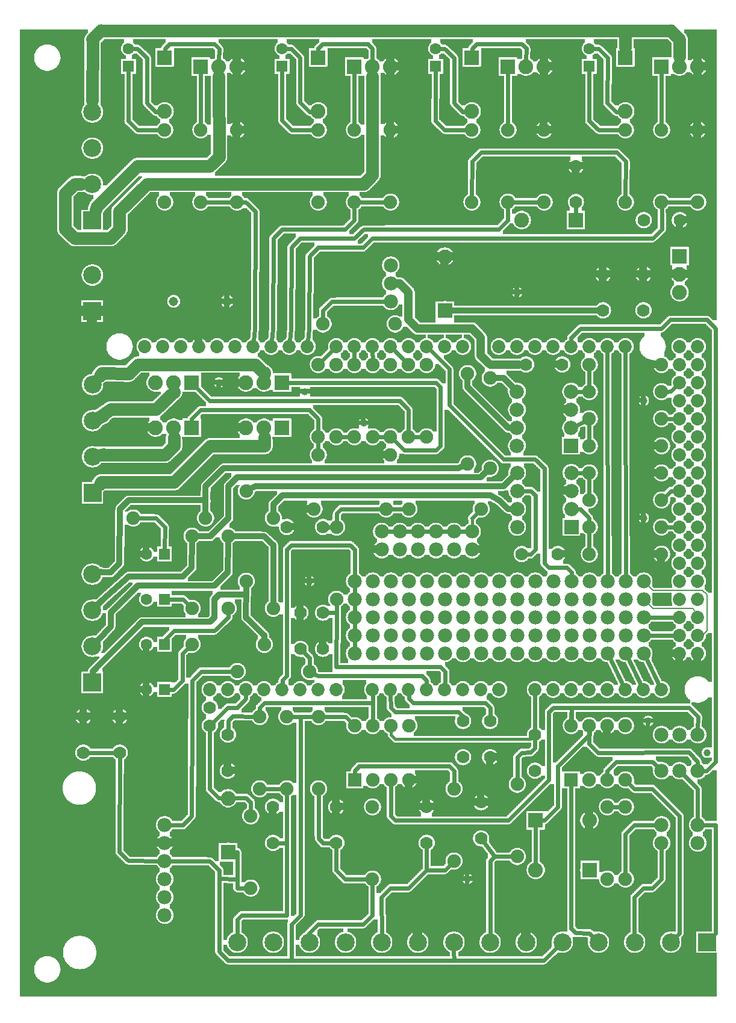
<source format=gtl>
G04 MADE WITH FRITZING*
G04 WWW.FRITZING.ORG*
G04 DOUBLE SIDED*
G04 HOLES PLATED*
G04 CONTOUR ON CENTER OF CONTOUR VECTOR*
%ASAXBY*%
%FSLAX23Y23*%
%MOIN*%
%OFA0B0*%
%SFA1.0B1.0*%
%ADD10C,0.075000*%
%ADD11C,0.039370*%
%ADD12C,0.082000*%
%ADD13C,0.078000*%
%ADD14C,0.070000*%
%ADD15C,0.072917*%
%ADD16C,0.051496*%
%ADD17C,0.079370*%
%ADD18C,0.062992*%
%ADD19C,0.099055*%
%ADD20R,0.082000X0.082000*%
%ADD21R,0.075000X0.075000*%
%ADD22R,0.079370X0.079370*%
%ADD23R,0.062992X0.062992*%
%ADD24R,0.099055X0.099055*%
%ADD25C,0.032000*%
%ADD26C,0.024000*%
%ADD27C,0.016000*%
%ADD28C,0.048000*%
%ADD29C,0.008000*%
%ADD30R,0.001000X0.001000*%
%LNCOPPER1*%
G90*
G70*
G54D10*
X287Y5329D03*
X1295Y5276D03*
X1405Y4447D03*
X3484Y2832D03*
X1832Y3767D03*
X2699Y3351D03*
X3799Y5328D03*
X2238Y3350D03*
X979Y3328D03*
X2036Y3257D03*
X1792Y3043D03*
X2447Y3178D03*
X1274Y2725D03*
X1080Y2493D03*
X622Y2129D03*
X1613Y2453D03*
X1893Y1742D03*
X2715Y1630D03*
X3158Y1344D03*
X1285Y2488D03*
X1739Y1279D03*
X1718Y3766D03*
X2118Y3766D03*
G54D11*
X1943Y3216D03*
X1143Y3441D03*
X1618Y3391D03*
X2518Y691D03*
X1643Y2341D03*
G54D12*
X3193Y741D03*
X2895Y741D03*
X2895Y1016D03*
X3193Y1016D03*
G54D10*
X1893Y1241D03*
X1893Y1541D03*
X1993Y1241D03*
X1993Y1541D03*
X2093Y1241D03*
X2093Y1541D03*
X2193Y1241D03*
X2193Y1541D03*
G54D13*
X2693Y2341D03*
X3093Y2341D03*
X2193Y2341D03*
X3393Y2341D03*
X2793Y2341D03*
X3193Y2341D03*
X2993Y2341D03*
X2493Y2341D03*
X1993Y2341D03*
X2293Y2341D03*
X3493Y2341D03*
X2593Y2341D03*
X3293Y2341D03*
X2393Y2341D03*
X2893Y2341D03*
X2093Y2341D03*
X2693Y2241D03*
X3093Y2241D03*
X2193Y2241D03*
X3393Y2241D03*
X2793Y2241D03*
X3193Y2241D03*
X2993Y2241D03*
X2493Y2241D03*
X1993Y2241D03*
X2293Y2241D03*
X3493Y2241D03*
X2593Y2241D03*
X3293Y2241D03*
X2393Y2241D03*
X2893Y2241D03*
X2093Y2241D03*
X2693Y2141D03*
X3093Y2141D03*
X2193Y2141D03*
X3393Y2141D03*
X2793Y2141D03*
X3193Y2141D03*
X2993Y2141D03*
X2493Y2141D03*
X1993Y2141D03*
X2293Y2141D03*
X3493Y2141D03*
X2593Y2141D03*
X3293Y2141D03*
X2393Y2141D03*
X2893Y2141D03*
X2093Y2141D03*
X1993Y2041D03*
X3193Y2041D03*
X2493Y2041D03*
X2793Y2041D03*
X3393Y2041D03*
X3293Y2041D03*
X2393Y2041D03*
X2193Y2041D03*
X2993Y2041D03*
X2693Y2041D03*
X2293Y2041D03*
X2093Y2041D03*
X3093Y2041D03*
X2893Y2041D03*
X2593Y2041D03*
X3493Y2041D03*
X1993Y1941D03*
X2093Y1941D03*
X2193Y1941D03*
X2293Y1941D03*
X2393Y1941D03*
X2493Y1941D03*
X2593Y1941D03*
X2693Y1941D03*
X2793Y1941D03*
X2893Y1941D03*
X2993Y1941D03*
X3093Y1941D03*
X3193Y1941D03*
X3293Y1941D03*
X3393Y1941D03*
X3493Y1941D03*
X1893Y1941D03*
X1893Y2041D03*
X1893Y2141D03*
X1893Y2241D03*
X1893Y2341D03*
X2543Y2616D03*
X2443Y2616D03*
X2343Y2616D03*
X2243Y2616D03*
X2143Y2616D03*
X2043Y2616D03*
X2543Y2616D03*
X2443Y2616D03*
X2343Y2616D03*
X2243Y2616D03*
X2143Y2616D03*
X2043Y2616D03*
X2043Y2516D03*
X2143Y2516D03*
X2243Y2516D03*
X2343Y2516D03*
X2443Y2516D03*
X2543Y2516D03*
G54D11*
X3493Y3341D03*
X3843Y1391D03*
X3518Y1566D03*
X3493Y2691D03*
X2793Y3941D03*
G54D12*
X992Y3441D03*
X892Y3441D03*
X792Y3441D03*
X1492Y3441D03*
X1392Y3441D03*
X1292Y3441D03*
X1492Y3191D03*
X1392Y3191D03*
X1292Y3191D03*
X992Y3191D03*
X892Y3191D03*
X792Y3191D03*
G54D14*
X1092Y1641D03*
X1092Y1541D03*
G54D10*
X1318Y641D03*
X1318Y1041D03*
G54D15*
X2992Y1741D03*
X1392Y1741D03*
X3092Y1741D03*
X3192Y1741D03*
X3292Y1741D03*
X3392Y1741D03*
X3692Y3141D03*
X3492Y1741D03*
X3592Y1741D03*
X1432Y3641D03*
X1992Y1741D03*
X2092Y1741D03*
X2192Y1741D03*
X2292Y1741D03*
X3692Y2341D03*
X2392Y1741D03*
X2492Y1741D03*
X2592Y1741D03*
X2692Y1741D03*
X2192Y3641D03*
X3692Y3541D03*
X3692Y2741D03*
X3692Y1941D03*
X1032Y3641D03*
X1792Y1741D03*
X1792Y3641D03*
X3692Y3341D03*
X3692Y2941D03*
X3692Y2541D03*
X3392Y3641D03*
X3692Y2141D03*
X3292Y3641D03*
X3192Y3641D03*
X3092Y3641D03*
X2992Y3641D03*
X2892Y3641D03*
X2792Y3641D03*
X2692Y3641D03*
X832Y3641D03*
X1232Y3641D03*
X1632Y3641D03*
X1192Y1741D03*
X1592Y1741D03*
X2392Y3641D03*
X1992Y3641D03*
X3692Y3641D03*
X3692Y3441D03*
X3692Y3241D03*
X3692Y3041D03*
X3692Y2841D03*
X3692Y2641D03*
X3692Y2441D03*
X3692Y2241D03*
X3692Y2041D03*
X732Y3641D03*
X932Y3641D03*
X1132Y3641D03*
X1332Y3641D03*
X1532Y3641D03*
X1092Y1741D03*
X1292Y1741D03*
X1492Y1741D03*
X1692Y1741D03*
X2492Y3641D03*
X2292Y3641D03*
X2092Y3641D03*
X1892Y3641D03*
X3792Y3641D03*
X3792Y3541D03*
X3792Y3441D03*
X3792Y3341D03*
X3792Y3241D03*
X3792Y3141D03*
X3792Y3041D03*
X3792Y2941D03*
X3792Y2841D03*
X3792Y2741D03*
X3792Y2641D03*
X3792Y2541D03*
X3792Y2441D03*
X3792Y2341D03*
X3792Y2241D03*
X3792Y2141D03*
X3792Y2041D03*
X3792Y1941D03*
X2892Y1741D03*
G54D12*
X2393Y3841D03*
X2393Y4139D03*
G54D10*
X1243Y1841D03*
X1643Y1841D03*
G54D13*
X842Y991D03*
X842Y891D03*
X842Y791D03*
X842Y691D03*
X842Y591D03*
X842Y491D03*
G54D10*
X3092Y1241D03*
X3092Y1541D03*
X3192Y1241D03*
X3192Y1541D03*
X3292Y1241D03*
X3292Y1541D03*
X3392Y1241D03*
X3392Y1541D03*
G54D13*
X3592Y1291D03*
X3692Y1291D03*
X3792Y1291D03*
X3792Y1491D03*
X3692Y1491D03*
X3592Y1491D03*
X2093Y3891D03*
X2093Y3991D03*
X2093Y4091D03*
G54D10*
X3292Y1091D03*
X3292Y691D03*
X3392Y1091D03*
X3392Y691D03*
G54D13*
X3592Y991D03*
X3592Y891D03*
X3792Y991D03*
X3792Y891D03*
G54D10*
X3592Y2491D03*
X3192Y2491D03*
X2292Y3541D03*
X2292Y3141D03*
X1792Y3541D03*
X1792Y3141D03*
X3592Y3091D03*
X3192Y3091D03*
X3592Y2941D03*
X3192Y2941D03*
X2092Y3541D03*
X2092Y3141D03*
X2092Y3041D03*
X1692Y3041D03*
X3592Y3541D03*
X3192Y3541D03*
G54D12*
X3692Y4141D03*
X3692Y4041D03*
X3692Y3941D03*
G54D14*
X3693Y4341D03*
X3493Y4341D03*
X3492Y4041D03*
X3492Y3841D03*
X3118Y4641D03*
X3118Y4441D03*
X3268Y4041D03*
X3268Y3841D03*
G54D12*
X3116Y4341D03*
X2818Y4341D03*
G54D16*
X892Y3891D03*
X1187Y3891D03*
X892Y3891D03*
X1187Y3891D03*
G54D17*
X3093Y2641D03*
X2793Y2641D03*
X3093Y2741D03*
X2793Y2741D03*
X3093Y2841D03*
X2793Y2841D03*
X3093Y2941D03*
X2793Y2941D03*
X3092Y3091D03*
X2792Y3091D03*
X3092Y3191D03*
X2792Y3191D03*
X3092Y3291D03*
X2792Y3291D03*
X3092Y3391D03*
X2792Y3391D03*
G54D10*
X3592Y2641D03*
X3192Y2641D03*
X2192Y3541D03*
X2192Y3141D03*
X1892Y3541D03*
X1892Y3141D03*
X3592Y3241D03*
X3192Y3241D03*
X3592Y2791D03*
X3192Y2791D03*
X1993Y3541D03*
X1993Y3141D03*
X1692Y3541D03*
X1692Y3141D03*
X3592Y3391D03*
X3192Y3391D03*
G54D14*
X3018Y2491D03*
X2818Y2491D03*
X3042Y3541D03*
X2842Y3541D03*
G54D10*
X1443Y2191D03*
X1443Y2691D03*
X2518Y2991D03*
X2518Y3491D03*
X1293Y2841D03*
X1293Y2341D03*
X2643Y3466D03*
X2643Y2966D03*
X1193Y2191D03*
X1193Y2591D03*
X668Y2691D03*
X1068Y2691D03*
X993Y1991D03*
X1393Y1991D03*
X993Y2191D03*
X993Y2591D03*
G54D18*
X841Y1991D03*
X742Y1991D03*
X841Y2491D03*
X742Y2491D03*
X841Y1741D03*
X742Y1741D03*
X841Y2241D03*
X742Y2241D03*
G54D10*
X2068Y2741D03*
X1668Y2741D03*
X1693Y1591D03*
X1693Y1191D03*
X1518Y1591D03*
X1518Y1191D03*
G54D14*
X2493Y1366D03*
X2493Y1566D03*
X1792Y1091D03*
X1792Y891D03*
X1192Y1291D03*
X1192Y1491D03*
X1442Y1091D03*
X1442Y891D03*
G54D10*
X1992Y691D03*
X1992Y1091D03*
X1368Y1191D03*
X1368Y1591D03*
G54D12*
X1193Y841D03*
X1193Y1139D03*
G54D19*
X443Y2830D03*
X443Y3030D03*
X443Y3230D03*
X443Y3430D03*
X3843Y341D03*
X3643Y341D03*
X3443Y341D03*
X3243Y341D03*
X3043Y341D03*
X2843Y341D03*
X2643Y341D03*
X2443Y341D03*
X2243Y341D03*
X2043Y341D03*
X1843Y341D03*
X1643Y341D03*
X1443Y341D03*
X1243Y341D03*
G54D14*
X2892Y1291D03*
X2892Y1491D03*
X1593Y1966D03*
X1593Y2166D03*
X2643Y1366D03*
X2643Y1566D03*
X392Y1591D03*
X392Y1391D03*
X593Y1591D03*
X593Y1391D03*
X2593Y1116D03*
X2593Y916D03*
X2292Y1091D03*
X2292Y891D03*
G54D10*
X2793Y816D03*
X2793Y1216D03*
X2443Y791D03*
X2443Y1191D03*
X2593Y2741D03*
X2193Y2741D03*
G54D14*
X1518Y2641D03*
X1718Y2641D03*
X1718Y1966D03*
X1718Y2166D03*
G54D10*
X1793Y2641D03*
X1793Y2241D03*
X842Y4441D03*
X842Y4841D03*
X2542Y4441D03*
X2542Y4841D03*
X1692Y4441D03*
X1692Y4841D03*
X3392Y4441D03*
X3392Y4841D03*
G54D18*
X642Y5193D03*
X642Y5291D03*
X2342Y5193D03*
X2342Y5291D03*
X1492Y5193D03*
X1492Y5291D03*
X3192Y5193D03*
X3192Y5291D03*
G54D12*
X842Y5241D03*
X842Y4943D03*
X2542Y5241D03*
X2542Y4943D03*
X1692Y5241D03*
X1692Y4943D03*
X3392Y5241D03*
X3392Y4943D03*
X1042Y5191D03*
X1142Y5191D03*
X1242Y5191D03*
X2742Y5191D03*
X2842Y5191D03*
X2942Y5191D03*
X1892Y5191D03*
X1992Y5191D03*
X2092Y5191D03*
X3592Y5191D03*
X3692Y5191D03*
X3792Y5191D03*
G54D10*
X1042Y4441D03*
X1042Y4841D03*
X2742Y4441D03*
X2742Y4841D03*
X1892Y4441D03*
X1892Y4841D03*
X3592Y4441D03*
X3592Y4841D03*
X1242Y4441D03*
X1242Y4841D03*
X2942Y4441D03*
X2942Y4841D03*
X2092Y4441D03*
X2092Y4841D03*
X3792Y4441D03*
X3792Y4841D03*
G54D19*
X442Y3837D03*
X442Y4037D03*
X442Y1780D03*
X442Y1980D03*
X442Y2180D03*
X442Y2380D03*
X442Y4340D03*
X442Y4540D03*
X442Y4740D03*
X442Y4940D03*
G54D20*
X3194Y741D03*
X2894Y1016D03*
G54D21*
X1893Y1241D03*
G54D20*
X992Y3441D03*
X1492Y3441D03*
X1492Y3191D03*
X992Y3191D03*
X2393Y3840D03*
G54D21*
X3092Y1241D03*
G54D20*
X3692Y4141D03*
X3117Y4341D03*
G54D22*
X3093Y2641D03*
X3092Y3091D03*
G54D23*
X841Y1991D03*
X841Y2491D03*
X841Y1741D03*
X841Y2241D03*
G54D20*
X1193Y840D03*
G54D24*
X443Y2830D03*
X3843Y341D03*
G54D23*
X642Y5193D03*
X2342Y5193D03*
X1492Y5193D03*
X3192Y5193D03*
G54D20*
X842Y5242D03*
X2542Y5242D03*
X1692Y5242D03*
X3392Y5242D03*
X1042Y5191D03*
X2742Y5191D03*
X1892Y5191D03*
X3592Y5191D03*
G54D24*
X442Y3837D03*
X442Y1780D03*
X442Y4340D03*
G54D25*
X2643Y2816D02*
X1495Y2816D01*
D02*
X1495Y2816D02*
X1443Y2767D01*
D02*
X1443Y2767D02*
X1443Y2726D01*
D02*
X2691Y2790D02*
X2643Y2816D01*
D02*
X2743Y2741D02*
X2691Y2790D01*
D02*
X1195Y2690D02*
X1195Y2867D01*
D02*
X2757Y2741D02*
X2743Y2741D01*
D02*
X2767Y3417D02*
X2717Y3467D01*
D02*
X2717Y3467D02*
X2677Y3467D01*
D02*
X2591Y2916D02*
X2619Y2943D01*
G54D26*
D02*
X1795Y2716D02*
X1817Y2741D01*
D02*
X1817Y2741D02*
X2040Y2741D01*
G54D25*
D02*
X1095Y2590D02*
X1195Y2690D01*
D02*
X1195Y2867D02*
X1243Y2916D01*
G54D26*
D02*
X1794Y2670D02*
X1795Y2716D01*
G54D25*
D02*
X1243Y2916D02*
X2591Y2916D01*
D02*
X1027Y2591D02*
X1095Y2590D01*
G54D26*
D02*
X1769Y3890D02*
X2063Y3891D01*
D02*
X1717Y3841D02*
X1769Y3890D01*
D02*
X1718Y3795D02*
X1717Y3841D01*
D02*
X2165Y2741D02*
X2097Y2741D01*
D02*
X1744Y2641D02*
X1765Y2641D01*
D02*
X843Y2641D02*
X795Y2690D01*
D02*
X795Y2690D02*
X697Y2691D01*
G54D25*
D02*
X1391Y2590D02*
X1443Y2541D01*
D02*
X1443Y2541D02*
X1443Y2226D01*
G54D26*
D02*
X2221Y3141D02*
X2264Y3141D01*
G54D25*
D02*
X1227Y2591D02*
X1391Y2590D01*
G54D26*
D02*
X841Y2518D02*
X843Y2641D01*
D02*
X3543Y4241D02*
X3594Y4290D01*
D02*
X1644Y4141D02*
X1692Y4190D01*
D02*
X1642Y3741D02*
X1644Y4141D01*
D02*
X1692Y4190D02*
X1940Y4190D01*
D02*
X1940Y4190D02*
X1992Y4241D01*
D02*
X1992Y4241D02*
X3543Y4241D01*
D02*
X1592Y4241D02*
X1892Y4241D01*
D02*
X1892Y4241D02*
X1944Y4290D01*
D02*
X1635Y3672D02*
X1642Y3741D01*
D02*
X3594Y4290D02*
X3593Y4413D01*
D02*
X1444Y4241D02*
X1492Y4290D01*
D02*
X1544Y4190D02*
X1592Y4241D01*
D02*
X2692Y4290D02*
X2741Y4341D01*
D02*
X1542Y3741D02*
X1544Y4190D01*
D02*
X1442Y3741D02*
X1444Y4241D01*
D02*
X1944Y4290D02*
X2692Y4290D01*
D02*
X1435Y3672D02*
X1442Y3741D01*
D02*
X1492Y4290D02*
X1840Y4290D01*
D02*
X1535Y3672D02*
X1542Y3741D01*
D02*
X2741Y4341D02*
X2742Y4413D01*
G54D25*
D02*
X1394Y2041D02*
X1291Y2141D01*
G54D26*
D02*
X1344Y4390D02*
X1292Y4441D01*
D02*
X1892Y4341D02*
X1892Y4413D01*
G54D25*
D02*
X1291Y2141D02*
X1293Y2307D01*
D02*
X1394Y2026D02*
X1394Y2041D01*
G54D26*
D02*
X1342Y3741D02*
X1344Y4390D01*
D02*
X1335Y3672D02*
X1342Y3741D01*
D02*
X1292Y4441D02*
X1271Y4441D01*
D02*
X1840Y4290D02*
X1892Y4341D01*
D02*
X843Y2016D02*
X895Y2067D01*
D02*
X1117Y2067D02*
X1195Y2141D01*
D02*
X1195Y2141D02*
X1194Y2163D01*
D02*
X892Y1741D02*
X940Y1790D01*
D02*
X940Y1790D02*
X940Y1941D01*
D02*
X940Y1941D02*
X992Y1990D01*
D02*
X992Y1990D02*
X978Y1967D01*
D02*
X867Y1741D02*
X892Y1741D01*
D02*
X895Y2067D02*
X1117Y2067D01*
D02*
X844Y2018D02*
X843Y2016D01*
G54D27*
D02*
X2543Y2690D02*
X2543Y2641D01*
G54D26*
D02*
X2573Y2721D02*
X2543Y2690D01*
D02*
X1864Y3141D02*
X1821Y3141D01*
D02*
X2022Y3141D02*
X2064Y3141D01*
D02*
X1692Y3070D02*
X1692Y3113D01*
D02*
X3069Y2416D02*
X3095Y2390D01*
D02*
X2969Y2416D02*
X3069Y2416D01*
D02*
X2943Y2967D02*
X2943Y2441D01*
D02*
X2943Y2441D02*
X2969Y2416D01*
D02*
X2891Y3016D02*
X2943Y2967D01*
D02*
X2717Y3016D02*
X2891Y3016D01*
D02*
X2417Y3316D02*
X2717Y3016D01*
D02*
X2417Y3516D02*
X2417Y3316D01*
D02*
X2313Y3620D02*
X2417Y3516D01*
D02*
X1243Y841D02*
X1225Y841D01*
D02*
X1144Y693D02*
X1144Y741D01*
D02*
X1244Y690D02*
X1144Y693D01*
D02*
X1244Y690D02*
X1243Y841D01*
D02*
X1192Y241D02*
X1143Y290D01*
D02*
X1144Y741D02*
X1092Y790D01*
D02*
X1244Y641D02*
X1244Y690D01*
D02*
X1143Y290D02*
X1144Y693D01*
D02*
X1543Y241D02*
X1192Y241D01*
D02*
X2444Y241D02*
X2442Y291D01*
D02*
X2992Y290D02*
X2940Y241D01*
D02*
X2444Y241D02*
X1543Y241D01*
D02*
X2940Y241D02*
X2444Y241D01*
D02*
X2442Y291D02*
X2442Y301D01*
D02*
X1543Y441D02*
X1543Y241D01*
D02*
X1593Y491D02*
X1543Y441D01*
D02*
X1092Y790D02*
X872Y791D01*
D02*
X1290Y641D02*
X1244Y641D01*
D02*
X1593Y1591D02*
X1593Y491D01*
D02*
X1043Y1841D02*
X1215Y1841D01*
D02*
X995Y1590D02*
X995Y1790D01*
D02*
X995Y1790D02*
X1043Y1841D01*
D02*
X3015Y313D02*
X2992Y290D01*
D02*
X1593Y1591D02*
X1547Y1591D01*
D02*
X1695Y916D02*
X1717Y890D01*
D02*
X1693Y1163D02*
X1695Y916D01*
D02*
X1717Y890D02*
X1766Y891D01*
D02*
X1665Y1591D02*
X1593Y1591D01*
D02*
X944Y990D02*
X992Y1041D01*
D02*
X567Y1391D02*
X592Y1391D01*
D02*
X872Y991D02*
X944Y990D01*
D02*
X992Y1041D02*
X995Y1590D01*
D02*
X3892Y991D02*
X3892Y391D01*
D02*
X3892Y391D02*
X3872Y371D01*
D02*
X1843Y1590D02*
X1722Y1591D01*
D02*
X1873Y1561D02*
X1843Y1590D01*
D02*
X2269Y1816D02*
X1691Y1816D01*
D02*
X592Y1391D02*
X418Y1391D01*
D02*
X2292Y1791D02*
X2269Y1816D01*
D02*
X2292Y1772D02*
X2292Y1791D01*
D02*
X1691Y1816D02*
X1668Y1828D01*
D02*
X2869Y1393D02*
X2891Y1416D01*
G54D28*
D02*
X1249Y3441D02*
X1173Y3441D01*
G54D26*
D02*
X3822Y991D02*
X3892Y991D01*
D02*
X2818Y1391D02*
X2869Y1393D01*
D02*
X2794Y1367D02*
X2818Y1391D01*
D02*
X3792Y1191D02*
X3713Y1270D01*
D02*
X3321Y1091D02*
X3364Y1091D01*
D02*
X3792Y1022D02*
X3792Y1191D01*
D02*
X2891Y1416D02*
X2892Y1465D01*
D02*
X2793Y1245D02*
X2794Y1367D01*
D02*
X3095Y2390D02*
X3094Y2372D01*
D02*
X3640Y3790D02*
X3592Y3741D01*
D02*
X1092Y3341D02*
X2144Y3341D01*
D02*
X2144Y3341D02*
X2192Y3290D01*
D02*
X1015Y3419D02*
X1092Y3341D01*
D02*
X2192Y3290D02*
X2192Y3170D01*
D02*
X2172Y3562D02*
X2113Y3620D01*
D02*
X1993Y3570D02*
X1992Y3611D01*
D02*
X1892Y3570D02*
X1892Y3611D01*
D02*
X1712Y3562D02*
X1771Y3620D01*
D02*
X3144Y3741D02*
X3092Y3690D01*
D02*
X3092Y3690D02*
X3092Y3672D01*
D02*
X3592Y3741D02*
X3144Y3741D01*
D02*
X3844Y3790D02*
X3640Y3790D01*
D02*
X3892Y1341D02*
X3892Y3741D01*
D02*
X3892Y3741D02*
X3844Y3790D01*
D02*
X3842Y1291D02*
X3892Y1341D01*
D02*
X3822Y1291D02*
X3842Y1291D01*
D02*
X3243Y5290D02*
X3219Y5291D01*
D02*
X3592Y5159D02*
X3592Y4870D01*
D02*
X3294Y5241D02*
X3243Y5290D01*
D02*
X2819Y5317D02*
X2843Y5293D01*
D02*
X2568Y5317D02*
X2819Y5317D01*
D02*
X3192Y4890D02*
X3192Y5166D01*
D02*
X3292Y4990D02*
X3294Y5241D01*
D02*
X2543Y5290D02*
X2568Y5317D01*
D02*
X2543Y5274D02*
X2543Y5290D01*
D02*
X3364Y4841D02*
X3244Y4841D01*
D02*
X3244Y4841D02*
X3192Y4890D01*
D02*
X3340Y4941D02*
X3292Y4990D01*
D02*
X3360Y4942D02*
X3340Y4941D01*
D02*
X868Y5317D02*
X843Y5290D01*
D02*
X1119Y5317D02*
X868Y5317D01*
D02*
X1992Y5290D02*
X1968Y5317D01*
D02*
X1719Y5317D02*
X1692Y5293D01*
D02*
X1142Y5224D02*
X1143Y5290D01*
D02*
X1143Y5290D02*
X1119Y5317D01*
D02*
X1692Y5293D02*
X1692Y5274D01*
D02*
X1992Y5224D02*
X1992Y5290D01*
D02*
X1968Y5317D02*
X1719Y5317D01*
D02*
X2843Y5293D02*
X2842Y5224D01*
D02*
X2868Y2841D02*
X2894Y2817D01*
D02*
X2894Y2817D02*
X2894Y2517D01*
D02*
X2894Y2517D02*
X2868Y2490D01*
D02*
X1643Y1917D02*
X1612Y1948D01*
D02*
X1643Y1870D02*
X1643Y1917D01*
D02*
X2868Y2490D02*
X2844Y2491D01*
D02*
X3119Y393D02*
X3192Y391D01*
D02*
X3092Y417D02*
X3119Y393D01*
D02*
X3192Y391D02*
X3214Y370D01*
D02*
X3092Y1213D02*
X3092Y417D01*
D02*
X3018Y1316D02*
X3193Y1491D01*
D02*
X2824Y2841D02*
X2868Y2841D01*
D02*
X843Y5290D02*
X843Y5274D01*
D02*
X2943Y1016D02*
X3018Y1091D01*
D02*
X3018Y1091D02*
X3018Y1316D01*
D02*
X2093Y1041D02*
X2118Y1016D01*
D02*
X2093Y1213D02*
X2093Y1041D01*
D02*
X2968Y1616D02*
X2993Y1641D01*
D02*
X2118Y1016D02*
X2743Y1016D01*
D02*
X2743Y1016D02*
X2968Y1241D01*
D02*
X2968Y1241D02*
X2968Y1616D01*
D02*
X3193Y1491D02*
X3193Y1513D01*
D02*
X2927Y1016D02*
X2943Y1016D01*
D02*
X3743Y1641D02*
X3093Y1641D01*
D02*
X3093Y1591D02*
X3093Y1570D01*
D02*
X3093Y1641D02*
X3093Y1591D01*
D02*
X3792Y1522D02*
X3793Y1591D01*
D02*
X3793Y1591D02*
X3743Y1641D01*
D02*
X2993Y1641D02*
X3093Y1641D01*
D02*
X2895Y984D02*
X2895Y774D01*
D02*
X3093Y1641D02*
X3092Y1591D01*
D02*
X3092Y1591D02*
X3092Y1570D01*
D02*
X3117Y4374D02*
X3118Y4415D01*
D02*
X1893Y2111D02*
X1893Y2072D01*
D02*
X1893Y2211D02*
X1893Y2172D01*
D02*
X1893Y2311D02*
X1893Y2272D01*
D02*
X1894Y2517D02*
X1893Y2372D01*
D02*
X3393Y2372D02*
X3392Y3611D01*
D02*
X3293Y2372D02*
X3292Y3611D01*
D02*
X3523Y2141D02*
X3662Y2141D01*
D02*
X3523Y2041D02*
X3662Y2041D01*
D02*
X1893Y2011D02*
X1893Y1972D01*
D02*
X1795Y2167D02*
X1794Y2213D01*
D02*
X1993Y1667D02*
X1993Y1570D01*
D02*
X1393Y1666D02*
X1368Y1641D01*
D02*
X1368Y1641D02*
X1368Y1620D01*
D02*
X1993Y1667D02*
X1393Y1666D01*
D02*
X1993Y1711D02*
X1993Y1667D01*
D02*
X1217Y1593D02*
X1195Y1567D01*
D02*
X1195Y1567D02*
X1193Y1518D01*
D02*
X1340Y1592D02*
X1217Y1593D01*
D02*
X1919Y1317D02*
X2419Y1317D01*
D02*
X1894Y1290D02*
X1919Y1317D01*
D02*
X2419Y1317D02*
X2443Y1290D01*
D02*
X2443Y1290D02*
X2443Y1220D01*
D02*
X1894Y1270D02*
X1894Y1290D01*
D02*
X3343Y4716D02*
X3393Y4666D01*
D02*
X2593Y4716D02*
X3343Y4716D01*
D02*
X2543Y4666D02*
X2593Y4716D01*
D02*
X3393Y4666D02*
X3392Y4470D01*
D02*
X2542Y4470D02*
X2543Y4666D01*
D02*
X1518Y891D02*
X1468Y891D01*
D02*
X1518Y891D02*
X1518Y491D01*
D02*
X1268Y491D02*
X1243Y466D01*
D02*
X1243Y366D02*
X1243Y382D01*
D02*
X1243Y466D02*
X1243Y366D01*
D02*
X1518Y491D02*
X1268Y491D01*
D02*
X1518Y1163D02*
X1518Y891D01*
G54D27*
D02*
X2118Y1467D02*
X2869Y1467D01*
D02*
X2869Y1467D02*
X2878Y1477D01*
D02*
X2094Y1518D02*
X2094Y1491D01*
D02*
X2094Y1491D02*
X2118Y1467D01*
G54D26*
D02*
X1795Y2167D02*
X1791Y1867D01*
D02*
X1817Y1867D02*
X2369Y1867D01*
D02*
X1791Y1867D02*
X1817Y1867D01*
D02*
X2369Y1867D02*
X2395Y1841D01*
D02*
X2395Y1841D02*
X2393Y1772D01*
D02*
X1744Y2167D02*
X1795Y2167D01*
D02*
X2118Y1616D02*
X2093Y1641D01*
D02*
X2468Y1616D02*
X2118Y1616D01*
D02*
X2493Y1591D02*
X2468Y1616D01*
D02*
X2493Y1593D02*
X2493Y1591D01*
D02*
X2093Y1641D02*
X2092Y1711D01*
D02*
X2892Y1518D02*
X2892Y1711D01*
G54D25*
D02*
X595Y2741D02*
X643Y2790D01*
D02*
X543Y2390D02*
X592Y2441D01*
D02*
X592Y2441D02*
X595Y2741D01*
D02*
X643Y2790D02*
X869Y2790D01*
D02*
X869Y2790D02*
X1069Y2790D01*
D02*
X1069Y2790D02*
X1069Y2726D01*
D02*
X469Y2390D02*
X543Y2390D01*
D02*
X486Y2395D02*
X469Y2390D01*
G54D26*
D02*
X3164Y2941D02*
X3124Y2941D01*
D02*
X2313Y2616D02*
X2273Y2616D01*
D02*
X2413Y2616D02*
X2373Y2616D01*
D02*
X2513Y2616D02*
X2473Y2616D01*
D02*
X2343Y3067D02*
X2169Y3067D01*
D02*
X2169Y3067D02*
X2113Y3122D01*
D02*
X2369Y3090D02*
X2343Y3067D01*
D02*
X2369Y3416D02*
X2369Y3090D01*
D02*
X2343Y3441D02*
X2369Y3416D01*
D02*
X1524Y3441D02*
X2343Y3441D01*
D02*
X3307Y1914D02*
X3379Y1769D01*
D02*
X3407Y1914D02*
X3479Y1769D01*
D02*
X3507Y1914D02*
X3579Y1769D01*
D02*
X2113Y2616D02*
X2073Y2616D01*
D02*
X2213Y2616D02*
X2173Y2616D01*
G54D29*
D02*
X3543Y2290D02*
X3510Y2324D01*
D02*
X3818Y2291D02*
X3543Y2290D01*
D02*
X3843Y2266D02*
X3818Y2291D01*
D02*
X3843Y2066D02*
X3843Y2266D01*
D02*
X3819Y2041D02*
X3843Y2066D01*
D02*
X3817Y2041D02*
X3819Y2041D01*
D02*
X3768Y2191D02*
X3543Y2191D01*
D02*
X3543Y2191D02*
X3511Y2224D01*
D02*
X3781Y2164D02*
X3768Y2191D01*
G54D14*
D02*
X494Y3493D02*
X483Y3479D01*
D02*
X643Y3490D02*
X494Y3493D01*
D02*
X694Y3541D02*
X643Y3490D01*
D02*
X695Y3541D02*
X694Y3541D01*
D02*
X1343Y3541D02*
X695Y3541D01*
D02*
X1395Y3490D02*
X1343Y3541D01*
D02*
X1395Y3496D02*
X1395Y3490D01*
D02*
X543Y3293D02*
X468Y3241D01*
D02*
X468Y3241D02*
X501Y3256D01*
D02*
X794Y3293D02*
X543Y3293D01*
D02*
X895Y3390D02*
X794Y3293D01*
D02*
X895Y3387D02*
X895Y3390D01*
D02*
X491Y2890D02*
X483Y2879D01*
D02*
X895Y2890D02*
X491Y2890D01*
D02*
X1095Y3090D02*
X895Y2890D01*
D02*
X1395Y3090D02*
X1095Y3090D01*
D02*
X1394Y3137D02*
X1395Y3090D01*
D02*
X492Y3041D02*
X505Y3044D01*
D02*
X843Y3041D02*
X492Y3041D01*
D02*
X895Y3090D02*
X843Y3041D01*
D02*
X894Y3137D02*
X895Y3090D01*
G54D26*
D02*
X2443Y5241D02*
X2444Y4990D01*
D02*
X2340Y4890D02*
X2342Y5166D01*
D02*
X2444Y4990D02*
X2492Y4941D01*
D02*
X2514Y4841D02*
X2392Y4841D01*
D02*
X2392Y4841D02*
X2340Y4890D01*
G54D14*
D02*
X292Y4490D02*
X292Y4290D01*
D02*
X343Y4241D02*
X543Y4241D01*
D02*
X543Y4241D02*
X592Y4290D01*
D02*
X743Y4541D02*
X1943Y4541D01*
D02*
X592Y4390D02*
X743Y4541D01*
D02*
X592Y4290D02*
X592Y4390D01*
D02*
X292Y4290D02*
X343Y4241D01*
D02*
X343Y4541D02*
X292Y4490D01*
D02*
X1943Y4541D02*
X1992Y4590D01*
G54D26*
D02*
X1492Y4893D02*
X1492Y5166D01*
G54D14*
D02*
X379Y4541D02*
X343Y4541D01*
D02*
X1992Y4590D02*
X1992Y5137D01*
G54D26*
D02*
X1892Y4870D02*
X1892Y5159D01*
D02*
X1543Y4841D02*
X1492Y4893D01*
D02*
X2492Y4941D02*
X2510Y4942D01*
D02*
X2369Y5291D02*
X2392Y5290D01*
D02*
X2392Y5290D02*
X2443Y5241D01*
D02*
X1592Y5241D02*
X1592Y4993D01*
D02*
X1592Y4993D02*
X1643Y4941D01*
D02*
X1664Y4841D02*
X1543Y4841D01*
D02*
X1543Y5290D02*
X1592Y5241D01*
D02*
X1519Y5291D02*
X1543Y5290D01*
D02*
X1643Y4941D02*
X1660Y4942D01*
G54D14*
D02*
X1092Y4641D02*
X1143Y4690D01*
D02*
X792Y4641D02*
X1092Y4641D01*
D02*
X468Y4417D02*
X692Y4641D01*
D02*
X692Y4641D02*
X792Y4641D01*
D02*
X462Y4400D02*
X468Y4417D01*
G54D26*
D02*
X743Y5241D02*
X743Y4990D01*
D02*
X743Y4990D02*
X792Y4941D01*
D02*
X1042Y5159D02*
X1042Y4870D01*
G54D14*
D02*
X1143Y4690D02*
X1142Y5137D01*
G54D26*
D02*
X2742Y4870D02*
X2742Y5159D01*
D02*
X692Y5290D02*
X743Y5241D01*
D02*
X669Y5291D02*
X692Y5290D01*
D02*
X792Y4941D02*
X810Y4942D01*
D02*
X641Y4890D02*
X642Y5166D01*
D02*
X814Y4841D02*
X692Y4841D01*
D02*
X692Y4841D02*
X641Y4890D01*
D02*
X3192Y1441D02*
X3192Y1513D01*
D02*
X3242Y1391D02*
X3192Y1441D01*
D02*
X3792Y1341D02*
X3744Y1393D01*
D02*
X3744Y1393D02*
X3242Y1391D01*
D02*
X3792Y1322D02*
X3792Y1341D01*
D02*
X1644Y3290D02*
X1692Y3241D01*
D02*
X1040Y3290D02*
X1644Y3290D01*
D02*
X992Y3241D02*
X1040Y3290D01*
D02*
X1692Y3241D02*
X1692Y3170D01*
D02*
X992Y3224D02*
X992Y3241D01*
G54D25*
D02*
X2431Y3841D02*
X3237Y3841D01*
D02*
X543Y2090D02*
X543Y2167D01*
D02*
X543Y2167D02*
X695Y2316D01*
D02*
X474Y2014D02*
X543Y2090D01*
D02*
X1191Y2390D02*
X1193Y2557D01*
D02*
X1117Y2316D02*
X1191Y2390D01*
D02*
X695Y2316D02*
X1117Y2316D01*
G54D26*
D02*
X1092Y1190D02*
X1140Y1141D01*
D02*
X1092Y1515D02*
X1092Y1190D01*
D02*
X1140Y1141D02*
X1161Y1141D01*
D02*
X1319Y1117D02*
X1292Y1141D01*
D02*
X1318Y1070D02*
X1319Y1117D01*
D02*
X1292Y1141D02*
X1225Y1140D01*
D02*
X1244Y1641D02*
X1192Y1641D01*
D02*
X1192Y1641D02*
X1111Y1560D01*
D02*
X1292Y1711D02*
X1292Y1690D01*
D02*
X1292Y1690D02*
X1244Y1641D01*
G54D25*
D02*
X1343Y2867D02*
X1324Y2857D01*
D02*
X2717Y2867D02*
X1343Y2867D01*
D02*
X2767Y2916D02*
X2717Y2867D01*
D02*
X499Y2238D02*
X643Y2367D01*
D02*
X991Y2416D02*
X993Y2557D01*
D02*
X943Y2367D02*
X991Y2416D01*
D02*
X643Y2367D02*
X943Y2367D01*
D02*
X2517Y3416D02*
X2743Y3190D01*
D02*
X2743Y3190D02*
X2756Y3190D01*
D02*
X2518Y3457D02*
X2517Y3416D01*
D02*
X475Y2213D02*
X499Y2238D01*
G54D26*
D02*
X640Y793D02*
X592Y841D01*
D02*
X812Y792D02*
X640Y793D01*
D02*
X3542Y1341D02*
X3571Y1313D01*
D02*
X3342Y1341D02*
X3542Y1341D01*
D02*
X3292Y1291D02*
X3342Y1341D01*
D02*
X3292Y1270D02*
X3292Y1291D01*
D02*
X3492Y1191D02*
X3542Y1191D01*
D02*
X3542Y1191D02*
X3642Y1091D01*
D02*
X3692Y391D02*
X3672Y371D01*
D02*
X3442Y1191D02*
X3492Y1191D01*
D02*
X3412Y1221D02*
X3442Y1191D01*
D02*
X3642Y1091D02*
X3692Y1041D01*
D02*
X3692Y1041D02*
X3692Y391D01*
D02*
X3592Y691D02*
X3592Y861D01*
D02*
X3492Y641D02*
X3542Y641D01*
D02*
X3542Y641D02*
X3592Y691D01*
D02*
X3392Y941D02*
X3392Y720D01*
D02*
X3442Y991D02*
X3392Y941D01*
D02*
X3562Y991D02*
X3442Y991D01*
D02*
X3442Y591D02*
X3492Y641D01*
D02*
X3442Y391D02*
X3442Y591D01*
D02*
X3442Y382D02*
X3442Y391D01*
G54D28*
D02*
X2192Y3941D02*
X2144Y3990D01*
D02*
X2192Y3790D02*
X2192Y3941D01*
D02*
X2240Y3741D02*
X2192Y3790D01*
D02*
X2144Y3990D02*
X2134Y3990D01*
D02*
X2544Y3741D02*
X2240Y3741D01*
D02*
X2592Y3690D02*
X2544Y3741D01*
D02*
X2592Y3590D02*
X2592Y3690D01*
D02*
X2644Y3541D02*
X2592Y3590D01*
G54D26*
D02*
X1992Y490D02*
X1940Y441D01*
D02*
X1692Y441D02*
X1642Y391D01*
D02*
X1992Y663D02*
X1992Y490D01*
D02*
X2044Y390D02*
X2044Y382D01*
D02*
X2092Y641D02*
X2042Y591D01*
D02*
X3192Y2941D02*
X3192Y2820D01*
D02*
X3192Y3541D02*
X3192Y3420D01*
D02*
X2644Y390D02*
X2644Y382D01*
D02*
X2643Y791D02*
X2644Y390D01*
D02*
X2668Y816D02*
X2643Y791D01*
D02*
X3192Y2613D02*
X3192Y2520D01*
D02*
X3192Y3213D02*
X3192Y3120D01*
G54D25*
D02*
X443Y1841D02*
X443Y1827D01*
D02*
X1095Y2116D02*
X717Y2116D01*
D02*
X1117Y2141D02*
X1095Y2116D01*
D02*
X1117Y2241D02*
X1117Y2141D01*
D02*
X1143Y2267D02*
X1117Y2241D01*
D02*
X1295Y2267D02*
X1143Y2267D01*
D02*
X1294Y2307D02*
X1295Y2267D01*
D02*
X717Y2116D02*
X443Y1841D01*
D02*
X1393Y1991D02*
X1392Y1990D01*
G54D26*
D02*
X1894Y2517D02*
X1869Y2541D01*
D02*
X3643Y2841D02*
X3613Y2811D01*
D02*
X3662Y2841D02*
X3643Y2841D01*
D02*
X3662Y2641D02*
X3621Y2641D01*
D02*
X3191Y2690D02*
X3192Y2670D01*
D02*
X3143Y2741D02*
X3191Y2690D01*
D02*
X3124Y2741D02*
X3143Y2741D01*
D02*
X3120Y3205D02*
X3167Y3229D01*
D02*
X3621Y3241D02*
X3662Y3241D01*
D02*
X3123Y3391D02*
X3164Y3391D01*
D02*
X3643Y3393D02*
X3671Y3420D01*
D02*
X3621Y3392D02*
X3643Y3393D01*
G54D25*
D02*
X2469Y2967D02*
X2488Y2976D01*
D02*
X1169Y2967D02*
X2469Y2967D01*
D02*
X1069Y2867D02*
X1169Y2967D01*
D02*
X1068Y2726D02*
X1069Y2867D01*
G54D26*
D02*
X943Y2241D02*
X973Y2212D01*
D02*
X867Y2241D02*
X943Y2241D01*
G54D28*
D02*
X2644Y3541D02*
X2805Y3541D01*
G54D26*
D02*
X1214Y4441D02*
X1071Y4441D01*
D02*
X2064Y4441D02*
X1921Y4441D01*
D02*
X2914Y4441D02*
X2771Y4441D01*
D02*
X2765Y816D02*
X2668Y816D01*
D02*
X2668Y816D02*
X2609Y896D01*
G54D14*
D02*
X3392Y5390D02*
X3392Y5296D01*
D02*
X3392Y5390D02*
X3643Y5390D01*
D02*
X492Y5390D02*
X3392Y5390D01*
D02*
X3692Y5341D02*
X3692Y5246D01*
D02*
X442Y5003D02*
X443Y5341D01*
G54D26*
D02*
X3621Y4441D02*
X3764Y4441D01*
D02*
X1840Y690D02*
X1964Y691D01*
D02*
X1792Y741D02*
X1840Y690D01*
D02*
X1792Y841D02*
X1792Y741D01*
D02*
X1792Y865D02*
X1792Y841D01*
D02*
X2292Y741D02*
X2393Y741D01*
D02*
X2292Y865D02*
X2292Y741D01*
D02*
X2643Y1641D02*
X2643Y1593D01*
D02*
X2218Y1666D02*
X2618Y1666D01*
D02*
X2618Y1666D02*
X2643Y1641D01*
D02*
X2193Y1691D02*
X2218Y1666D01*
D02*
X2193Y1711D02*
X2193Y1691D01*
D02*
X1397Y1191D02*
X1490Y1191D01*
D02*
X1518Y2516D02*
X1543Y2541D01*
D02*
X1519Y2117D02*
X1518Y2516D01*
D02*
X1519Y1817D02*
X1519Y2117D01*
D02*
X1543Y2541D02*
X1869Y2541D01*
D02*
X1495Y1793D02*
X1519Y1817D01*
D02*
X1494Y1772D02*
X1495Y1793D01*
D02*
X2192Y641D02*
X2092Y641D01*
D02*
X2292Y741D02*
X2192Y641D01*
D02*
X592Y841D02*
X593Y1365D01*
D02*
X1642Y391D02*
X1642Y382D01*
D02*
X1940Y441D02*
X1692Y441D01*
D02*
X2042Y591D02*
X2044Y390D01*
D02*
X2393Y741D02*
X2423Y771D01*
G36*
X40Y5399D02*
X40Y5315D01*
X202Y5315D01*
X202Y5313D01*
X212Y5313D01*
X212Y5311D01*
X218Y5311D01*
X218Y5309D01*
X222Y5309D01*
X222Y5307D01*
X226Y5307D01*
X226Y5305D01*
X230Y5305D01*
X230Y5303D01*
X234Y5303D01*
X234Y5301D01*
X236Y5301D01*
X236Y5299D01*
X238Y5299D01*
X238Y5297D01*
X240Y5297D01*
X240Y5295D01*
X242Y5295D01*
X242Y5293D01*
X244Y5293D01*
X244Y5291D01*
X246Y5291D01*
X246Y5289D01*
X248Y5289D01*
X248Y5287D01*
X250Y5287D01*
X250Y5285D01*
X252Y5285D01*
X252Y5281D01*
X254Y5281D01*
X254Y5279D01*
X256Y5279D01*
X256Y5275D01*
X258Y5275D01*
X258Y5271D01*
X260Y5271D01*
X260Y5265D01*
X262Y5265D01*
X262Y5259D01*
X264Y5259D01*
X264Y5243D01*
X266Y5243D01*
X266Y5239D01*
X264Y5239D01*
X264Y5225D01*
X262Y5225D01*
X262Y5219D01*
X260Y5219D01*
X260Y5213D01*
X258Y5213D01*
X258Y5209D01*
X256Y5209D01*
X256Y5205D01*
X254Y5205D01*
X254Y5201D01*
X252Y5201D01*
X252Y5199D01*
X250Y5199D01*
X250Y5197D01*
X248Y5197D01*
X248Y5193D01*
X246Y5193D01*
X246Y5191D01*
X244Y5191D01*
X244Y5189D01*
X242Y5189D01*
X242Y5187D01*
X240Y5187D01*
X240Y5185D01*
X236Y5185D01*
X236Y5183D01*
X234Y5183D01*
X234Y5181D01*
X230Y5181D01*
X230Y5179D01*
X228Y5179D01*
X228Y5177D01*
X224Y5177D01*
X224Y5175D01*
X218Y5175D01*
X218Y5173D01*
X214Y5173D01*
X214Y5171D01*
X204Y5171D01*
X204Y5169D01*
X398Y5169D01*
X398Y5351D01*
X400Y5351D01*
X400Y5357D01*
X402Y5357D01*
X402Y5361D01*
X404Y5361D01*
X404Y5365D01*
X406Y5365D01*
X406Y5369D01*
X408Y5369D01*
X408Y5371D01*
X410Y5371D01*
X410Y5373D01*
X412Y5373D01*
X412Y5375D01*
X414Y5375D01*
X414Y5377D01*
X416Y5377D01*
X416Y5379D01*
X418Y5379D01*
X418Y5399D01*
X40Y5399D01*
G37*
D02*
G36*
X510Y5345D02*
X510Y5343D01*
X508Y5343D01*
X508Y5341D01*
X506Y5341D01*
X506Y5339D01*
X504Y5339D01*
X504Y5337D01*
X502Y5337D01*
X502Y5335D01*
X500Y5335D01*
X500Y5333D01*
X498Y5333D01*
X498Y5331D01*
X496Y5331D01*
X496Y5329D01*
X494Y5329D01*
X494Y5327D01*
X492Y5327D01*
X492Y5325D01*
X490Y5325D01*
X490Y5323D01*
X488Y5323D01*
X488Y4999D01*
X486Y4999D01*
X486Y4979D01*
X488Y4979D01*
X488Y4977D01*
X490Y4977D01*
X490Y4973D01*
X492Y4973D01*
X492Y4971D01*
X494Y4971D01*
X494Y4967D01*
X496Y4967D01*
X496Y4963D01*
X498Y4963D01*
X498Y4957D01*
X500Y4957D01*
X500Y4947D01*
X502Y4947D01*
X502Y4933D01*
X500Y4933D01*
X500Y4923D01*
X498Y4923D01*
X498Y4917D01*
X496Y4917D01*
X496Y4913D01*
X494Y4913D01*
X494Y4909D01*
X492Y4909D01*
X492Y4907D01*
X490Y4907D01*
X490Y4903D01*
X488Y4903D01*
X488Y4901D01*
X486Y4901D01*
X486Y4899D01*
X484Y4899D01*
X484Y4897D01*
X482Y4897D01*
X482Y4895D01*
X480Y4895D01*
X480Y4893D01*
X476Y4893D01*
X476Y4891D01*
X474Y4891D01*
X474Y4889D01*
X470Y4889D01*
X470Y4887D01*
X466Y4887D01*
X466Y4885D01*
X462Y4885D01*
X462Y4883D01*
X454Y4883D01*
X454Y4881D01*
X620Y4881D01*
X620Y4891D01*
X618Y4891D01*
X618Y4893D01*
X620Y4893D01*
X620Y5151D01*
X602Y5151D01*
X602Y5153D01*
X600Y5153D01*
X600Y5235D01*
X626Y5235D01*
X626Y5255D01*
X622Y5255D01*
X622Y5257D01*
X618Y5257D01*
X618Y5259D01*
X616Y5259D01*
X616Y5261D01*
X614Y5261D01*
X614Y5263D01*
X612Y5263D01*
X612Y5265D01*
X610Y5265D01*
X610Y5267D01*
X608Y5267D01*
X608Y5269D01*
X606Y5269D01*
X606Y5273D01*
X604Y5273D01*
X604Y5279D01*
X602Y5279D01*
X602Y5289D01*
X600Y5289D01*
X600Y5295D01*
X602Y5295D01*
X602Y5305D01*
X604Y5305D01*
X604Y5309D01*
X606Y5309D01*
X606Y5313D01*
X608Y5313D01*
X608Y5317D01*
X610Y5317D01*
X610Y5319D01*
X612Y5319D01*
X612Y5321D01*
X614Y5321D01*
X614Y5323D01*
X616Y5323D01*
X616Y5325D01*
X618Y5325D01*
X618Y5345D01*
X510Y5345D01*
G37*
D02*
G36*
X666Y5345D02*
X666Y5325D01*
X668Y5325D01*
X668Y5323D01*
X670Y5323D01*
X670Y5321D01*
X672Y5321D01*
X672Y5319D01*
X674Y5319D01*
X674Y5317D01*
X676Y5317D01*
X676Y5313D01*
X698Y5313D01*
X698Y5311D01*
X702Y5311D01*
X702Y5309D01*
X706Y5309D01*
X706Y5307D01*
X708Y5307D01*
X708Y5305D01*
X710Y5305D01*
X710Y5303D01*
X712Y5303D01*
X712Y5301D01*
X714Y5301D01*
X714Y5299D01*
X716Y5299D01*
X716Y5297D01*
X718Y5297D01*
X718Y5295D01*
X720Y5295D01*
X720Y5293D01*
X722Y5293D01*
X722Y5291D01*
X724Y5291D01*
X724Y5289D01*
X726Y5289D01*
X726Y5287D01*
X728Y5287D01*
X728Y5285D01*
X730Y5285D01*
X730Y5283D01*
X732Y5283D01*
X732Y5281D01*
X736Y5281D01*
X736Y5279D01*
X738Y5279D01*
X738Y5277D01*
X740Y5277D01*
X740Y5275D01*
X742Y5275D01*
X742Y5273D01*
X744Y5273D01*
X744Y5271D01*
X746Y5271D01*
X746Y5269D01*
X748Y5269D01*
X748Y5267D01*
X750Y5267D01*
X750Y5265D01*
X752Y5265D01*
X752Y5263D01*
X754Y5263D01*
X754Y5261D01*
X756Y5261D01*
X756Y5259D01*
X758Y5259D01*
X758Y5257D01*
X760Y5257D01*
X760Y5255D01*
X762Y5255D01*
X762Y5251D01*
X764Y5251D01*
X764Y5245D01*
X766Y5245D01*
X766Y5191D01*
X792Y5191D01*
X792Y5293D01*
X822Y5293D01*
X822Y5299D01*
X824Y5299D01*
X824Y5303D01*
X826Y5303D01*
X826Y5305D01*
X828Y5305D01*
X828Y5307D01*
X830Y5307D01*
X830Y5309D01*
X832Y5309D01*
X832Y5313D01*
X834Y5313D01*
X834Y5315D01*
X836Y5315D01*
X836Y5317D01*
X838Y5317D01*
X838Y5319D01*
X840Y5319D01*
X840Y5321D01*
X842Y5321D01*
X842Y5323D01*
X844Y5323D01*
X844Y5325D01*
X846Y5325D01*
X846Y5345D01*
X666Y5345D01*
G37*
D02*
G36*
X40Y5315D02*
X40Y5169D01*
X180Y5169D01*
X180Y5171D01*
X172Y5171D01*
X172Y5173D01*
X166Y5173D01*
X166Y5175D01*
X160Y5175D01*
X160Y5177D01*
X156Y5177D01*
X156Y5179D01*
X154Y5179D01*
X154Y5181D01*
X150Y5181D01*
X150Y5183D01*
X148Y5183D01*
X148Y5185D01*
X146Y5185D01*
X146Y5187D01*
X142Y5187D01*
X142Y5189D01*
X140Y5189D01*
X140Y5191D01*
X138Y5191D01*
X138Y5193D01*
X136Y5193D01*
X136Y5197D01*
X134Y5197D01*
X134Y5199D01*
X132Y5199D01*
X132Y5203D01*
X130Y5203D01*
X130Y5205D01*
X128Y5205D01*
X128Y5209D01*
X126Y5209D01*
X126Y5213D01*
X124Y5213D01*
X124Y5219D01*
X122Y5219D01*
X122Y5225D01*
X120Y5225D01*
X120Y5257D01*
X122Y5257D01*
X122Y5265D01*
X124Y5265D01*
X124Y5269D01*
X126Y5269D01*
X126Y5275D01*
X128Y5275D01*
X128Y5279D01*
X130Y5279D01*
X130Y5281D01*
X132Y5281D01*
X132Y5285D01*
X134Y5285D01*
X134Y5287D01*
X136Y5287D01*
X136Y5289D01*
X138Y5289D01*
X138Y5291D01*
X140Y5291D01*
X140Y5293D01*
X142Y5293D01*
X142Y5295D01*
X144Y5295D01*
X144Y5297D01*
X146Y5297D01*
X146Y5299D01*
X148Y5299D01*
X148Y5301D01*
X152Y5301D01*
X152Y5303D01*
X154Y5303D01*
X154Y5305D01*
X158Y5305D01*
X158Y5307D01*
X162Y5307D01*
X162Y5309D01*
X166Y5309D01*
X166Y5311D01*
X174Y5311D01*
X174Y5313D01*
X182Y5313D01*
X182Y5315D01*
X40Y5315D01*
G37*
D02*
G36*
X894Y5295D02*
X894Y5243D01*
X1092Y5243D01*
X1092Y5241D01*
X1094Y5241D01*
X1094Y5233D01*
X1114Y5233D01*
X1114Y5235D01*
X1118Y5235D01*
X1118Y5237D01*
X1120Y5237D01*
X1120Y5285D01*
X1118Y5285D01*
X1118Y5287D01*
X1116Y5287D01*
X1116Y5289D01*
X1114Y5289D01*
X1114Y5291D01*
X1112Y5291D01*
X1112Y5293D01*
X1110Y5293D01*
X1110Y5295D01*
X894Y5295D01*
G37*
D02*
G36*
X894Y5243D02*
X894Y5193D01*
X892Y5193D01*
X892Y5191D01*
X992Y5191D01*
X992Y5243D01*
X894Y5243D01*
G37*
D02*
G36*
X766Y5191D02*
X766Y5189D01*
X992Y5189D01*
X992Y5191D01*
X766Y5191D01*
G37*
D02*
G36*
X766Y5191D02*
X766Y5189D01*
X992Y5189D01*
X992Y5191D01*
X766Y5191D01*
G37*
D02*
G36*
X766Y5189D02*
X766Y4997D01*
X768Y4997D01*
X768Y4995D01*
X850Y4995D01*
X850Y4993D01*
X858Y4993D01*
X858Y4991D01*
X864Y4991D01*
X864Y4989D01*
X866Y4989D01*
X866Y4987D01*
X870Y4987D01*
X870Y4985D01*
X874Y4985D01*
X874Y4983D01*
X876Y4983D01*
X876Y4981D01*
X878Y4981D01*
X878Y4979D01*
X880Y4979D01*
X880Y4977D01*
X882Y4977D01*
X882Y4973D01*
X884Y4973D01*
X884Y4971D01*
X886Y4971D01*
X886Y4967D01*
X888Y4967D01*
X888Y4963D01*
X890Y4963D01*
X890Y4957D01*
X892Y4957D01*
X892Y4945D01*
X894Y4945D01*
X894Y4941D01*
X892Y4941D01*
X892Y4929D01*
X890Y4929D01*
X890Y4923D01*
X888Y4923D01*
X888Y4921D01*
X886Y4921D01*
X886Y4917D01*
X884Y4917D01*
X884Y4913D01*
X882Y4913D01*
X882Y4911D01*
X880Y4911D01*
X880Y4909D01*
X878Y4909D01*
X878Y4907D01*
X876Y4907D01*
X876Y4905D01*
X874Y4905D01*
X874Y4903D01*
X872Y4903D01*
X872Y4901D01*
X868Y4901D01*
X868Y4881D01*
X870Y4881D01*
X870Y4879D01*
X872Y4879D01*
X872Y4877D01*
X874Y4877D01*
X874Y4875D01*
X876Y4875D01*
X876Y4873D01*
X878Y4873D01*
X878Y4871D01*
X880Y4871D01*
X880Y4869D01*
X882Y4869D01*
X882Y4865D01*
X884Y4865D01*
X884Y4861D01*
X886Y4861D01*
X886Y4857D01*
X888Y4857D01*
X888Y4849D01*
X890Y4849D01*
X890Y4835D01*
X888Y4835D01*
X888Y4827D01*
X886Y4827D01*
X886Y4821D01*
X884Y4821D01*
X884Y4819D01*
X882Y4819D01*
X882Y4815D01*
X880Y4815D01*
X880Y4813D01*
X878Y4813D01*
X878Y4809D01*
X876Y4809D01*
X876Y4807D01*
X874Y4807D01*
X874Y4805D01*
X870Y4805D01*
X870Y4803D01*
X868Y4803D01*
X868Y4801D01*
X864Y4801D01*
X864Y4799D01*
X860Y4799D01*
X860Y4797D01*
X854Y4797D01*
X854Y4795D01*
X1030Y4795D01*
X1030Y4797D01*
X1024Y4797D01*
X1024Y4799D01*
X1020Y4799D01*
X1020Y4801D01*
X1016Y4801D01*
X1016Y4803D01*
X1014Y4803D01*
X1014Y4805D01*
X1012Y4805D01*
X1012Y4807D01*
X1008Y4807D01*
X1008Y4811D01*
X1006Y4811D01*
X1006Y4813D01*
X1004Y4813D01*
X1004Y4815D01*
X1002Y4815D01*
X1002Y4819D01*
X1000Y4819D01*
X1000Y4823D01*
X998Y4823D01*
X998Y4827D01*
X996Y4827D01*
X996Y4837D01*
X994Y4837D01*
X994Y4847D01*
X996Y4847D01*
X996Y4855D01*
X998Y4855D01*
X998Y4861D01*
X1000Y4861D01*
X1000Y4865D01*
X1002Y4865D01*
X1002Y4869D01*
X1004Y4869D01*
X1004Y4871D01*
X1006Y4871D01*
X1006Y4873D01*
X1008Y4873D01*
X1008Y4875D01*
X1010Y4875D01*
X1010Y4877D01*
X1012Y4877D01*
X1012Y4879D01*
X1014Y4879D01*
X1014Y4881D01*
X1018Y4881D01*
X1018Y4883D01*
X1020Y4883D01*
X1020Y5141D01*
X992Y5141D01*
X992Y5189D01*
X766Y5189D01*
G37*
D02*
G36*
X40Y5169D02*
X40Y5167D01*
X398Y5167D01*
X398Y5169D01*
X40Y5169D01*
G37*
D02*
G36*
X40Y5169D02*
X40Y5167D01*
X398Y5167D01*
X398Y5169D01*
X40Y5169D01*
G37*
D02*
G36*
X40Y5167D02*
X40Y4881D01*
X430Y4881D01*
X430Y4883D01*
X422Y4883D01*
X422Y4885D01*
X418Y4885D01*
X418Y4887D01*
X414Y4887D01*
X414Y4889D01*
X410Y4889D01*
X410Y4891D01*
X408Y4891D01*
X408Y4893D01*
X404Y4893D01*
X404Y4895D01*
X402Y4895D01*
X402Y4897D01*
X400Y4897D01*
X400Y4899D01*
X398Y4899D01*
X398Y4901D01*
X396Y4901D01*
X396Y4903D01*
X394Y4903D01*
X394Y4907D01*
X392Y4907D01*
X392Y4909D01*
X390Y4909D01*
X390Y4913D01*
X388Y4913D01*
X388Y4917D01*
X386Y4917D01*
X386Y4923D01*
X384Y4923D01*
X384Y4933D01*
X382Y4933D01*
X382Y4947D01*
X384Y4947D01*
X384Y4957D01*
X386Y4957D01*
X386Y4963D01*
X388Y4963D01*
X388Y4967D01*
X390Y4967D01*
X390Y4971D01*
X392Y4971D01*
X392Y4973D01*
X394Y4973D01*
X394Y4977D01*
X396Y4977D01*
X396Y4979D01*
X398Y4979D01*
X398Y5167D01*
X40Y5167D01*
G37*
D02*
G36*
X770Y4995D02*
X770Y4993D01*
X772Y4993D01*
X772Y4991D01*
X774Y4991D01*
X774Y4989D01*
X776Y4989D01*
X776Y4987D01*
X778Y4987D01*
X778Y4985D01*
X780Y4985D01*
X780Y4983D01*
X782Y4983D01*
X782Y4981D01*
X784Y4981D01*
X784Y4979D01*
X806Y4979D01*
X806Y4981D01*
X808Y4981D01*
X808Y4983D01*
X812Y4983D01*
X812Y4985D01*
X814Y4985D01*
X814Y4987D01*
X818Y4987D01*
X818Y4989D01*
X820Y4989D01*
X820Y4991D01*
X826Y4991D01*
X826Y4993D01*
X834Y4993D01*
X834Y4995D01*
X770Y4995D01*
G37*
D02*
G36*
X40Y4881D02*
X40Y4879D01*
X622Y4879D01*
X622Y4881D01*
X40Y4881D01*
G37*
D02*
G36*
X40Y4881D02*
X40Y4879D01*
X622Y4879D01*
X622Y4881D01*
X40Y4881D01*
G37*
D02*
G36*
X40Y4879D02*
X40Y4799D01*
X456Y4799D01*
X456Y4797D01*
X462Y4797D01*
X462Y4795D01*
X830Y4795D01*
X830Y4797D01*
X824Y4797D01*
X824Y4799D01*
X820Y4799D01*
X820Y4801D01*
X816Y4801D01*
X816Y4803D01*
X814Y4803D01*
X814Y4805D01*
X812Y4805D01*
X812Y4807D01*
X808Y4807D01*
X808Y4811D01*
X806Y4811D01*
X806Y4813D01*
X804Y4813D01*
X804Y4815D01*
X802Y4815D01*
X802Y4819D01*
X690Y4819D01*
X690Y4821D01*
X682Y4821D01*
X682Y4823D01*
X680Y4823D01*
X680Y4825D01*
X676Y4825D01*
X676Y4827D01*
X674Y4827D01*
X674Y4829D01*
X672Y4829D01*
X672Y4831D01*
X670Y4831D01*
X670Y4833D01*
X668Y4833D01*
X668Y4835D01*
X666Y4835D01*
X666Y4837D01*
X664Y4837D01*
X664Y4839D01*
X662Y4839D01*
X662Y4841D01*
X660Y4841D01*
X660Y4843D01*
X658Y4843D01*
X658Y4845D01*
X656Y4845D01*
X656Y4847D01*
X654Y4847D01*
X654Y4849D01*
X652Y4849D01*
X652Y4851D01*
X650Y4851D01*
X650Y4853D01*
X648Y4853D01*
X648Y4855D01*
X646Y4855D01*
X646Y4857D01*
X644Y4857D01*
X644Y4859D01*
X642Y4859D01*
X642Y4861D01*
X640Y4861D01*
X640Y4863D01*
X638Y4863D01*
X638Y4865D01*
X634Y4865D01*
X634Y4867D01*
X632Y4867D01*
X632Y4869D01*
X630Y4869D01*
X630Y4871D01*
X628Y4871D01*
X628Y4873D01*
X626Y4873D01*
X626Y4875D01*
X624Y4875D01*
X624Y4879D01*
X40Y4879D01*
G37*
D02*
G36*
X1078Y4813D02*
X1078Y4809D01*
X1076Y4809D01*
X1076Y4807D01*
X1074Y4807D01*
X1074Y4805D01*
X1070Y4805D01*
X1070Y4803D01*
X1068Y4803D01*
X1068Y4801D01*
X1064Y4801D01*
X1064Y4799D01*
X1060Y4799D01*
X1060Y4797D01*
X1054Y4797D01*
X1054Y4795D01*
X1098Y4795D01*
X1098Y4813D01*
X1078Y4813D01*
G37*
D02*
G36*
X40Y4799D02*
X40Y4681D01*
X430Y4681D01*
X430Y4683D01*
X422Y4683D01*
X422Y4685D01*
X418Y4685D01*
X418Y4687D01*
X414Y4687D01*
X414Y4689D01*
X410Y4689D01*
X410Y4691D01*
X408Y4691D01*
X408Y4693D01*
X404Y4693D01*
X404Y4695D01*
X402Y4695D01*
X402Y4697D01*
X400Y4697D01*
X400Y4699D01*
X398Y4699D01*
X398Y4701D01*
X396Y4701D01*
X396Y4703D01*
X394Y4703D01*
X394Y4707D01*
X392Y4707D01*
X392Y4709D01*
X390Y4709D01*
X390Y4713D01*
X388Y4713D01*
X388Y4717D01*
X386Y4717D01*
X386Y4723D01*
X384Y4723D01*
X384Y4733D01*
X382Y4733D01*
X382Y4747D01*
X384Y4747D01*
X384Y4757D01*
X386Y4757D01*
X386Y4763D01*
X388Y4763D01*
X388Y4767D01*
X390Y4767D01*
X390Y4771D01*
X392Y4771D01*
X392Y4773D01*
X394Y4773D01*
X394Y4777D01*
X396Y4777D01*
X396Y4779D01*
X398Y4779D01*
X398Y4781D01*
X400Y4781D01*
X400Y4783D01*
X402Y4783D01*
X402Y4785D01*
X404Y4785D01*
X404Y4787D01*
X406Y4787D01*
X406Y4789D01*
X410Y4789D01*
X410Y4791D01*
X414Y4791D01*
X414Y4793D01*
X416Y4793D01*
X416Y4795D01*
X422Y4795D01*
X422Y4797D01*
X428Y4797D01*
X428Y4799D01*
X40Y4799D01*
G37*
D02*
G36*
X468Y4795D02*
X468Y4793D01*
X1098Y4793D01*
X1098Y4795D01*
X468Y4795D01*
G37*
D02*
G36*
X468Y4795D02*
X468Y4793D01*
X1098Y4793D01*
X1098Y4795D01*
X468Y4795D01*
G37*
D02*
G36*
X468Y4795D02*
X468Y4793D01*
X1098Y4793D01*
X1098Y4795D01*
X468Y4795D01*
G37*
D02*
G36*
X472Y4793D02*
X472Y4791D01*
X474Y4791D01*
X474Y4789D01*
X478Y4789D01*
X478Y4787D01*
X480Y4787D01*
X480Y4785D01*
X482Y4785D01*
X482Y4783D01*
X484Y4783D01*
X484Y4781D01*
X486Y4781D01*
X486Y4779D01*
X488Y4779D01*
X488Y4777D01*
X490Y4777D01*
X490Y4773D01*
X492Y4773D01*
X492Y4771D01*
X494Y4771D01*
X494Y4767D01*
X496Y4767D01*
X496Y4763D01*
X498Y4763D01*
X498Y4757D01*
X500Y4757D01*
X500Y4747D01*
X502Y4747D01*
X502Y4733D01*
X500Y4733D01*
X500Y4723D01*
X498Y4723D01*
X498Y4717D01*
X496Y4717D01*
X496Y4713D01*
X494Y4713D01*
X494Y4709D01*
X492Y4709D01*
X492Y4707D01*
X490Y4707D01*
X490Y4703D01*
X488Y4703D01*
X488Y4701D01*
X486Y4701D01*
X486Y4699D01*
X484Y4699D01*
X484Y4697D01*
X482Y4697D01*
X482Y4695D01*
X480Y4695D01*
X480Y4693D01*
X476Y4693D01*
X476Y4691D01*
X474Y4691D01*
X474Y4689D01*
X470Y4689D01*
X470Y4687D01*
X466Y4687D01*
X466Y4685D01*
X462Y4685D01*
X462Y4683D01*
X454Y4683D01*
X454Y4681D01*
X672Y4681D01*
X672Y4683D01*
X678Y4683D01*
X678Y4685D01*
X684Y4685D01*
X684Y4687D01*
X1076Y4687D01*
X1076Y4689D01*
X1078Y4689D01*
X1078Y4691D01*
X1080Y4691D01*
X1080Y4693D01*
X1082Y4693D01*
X1082Y4695D01*
X1084Y4695D01*
X1084Y4697D01*
X1086Y4697D01*
X1086Y4699D01*
X1088Y4699D01*
X1088Y4701D01*
X1090Y4701D01*
X1090Y4703D01*
X1092Y4703D01*
X1092Y4705D01*
X1094Y4705D01*
X1094Y4707D01*
X1096Y4707D01*
X1096Y4709D01*
X1098Y4709D01*
X1098Y4793D01*
X472Y4793D01*
G37*
D02*
G36*
X40Y4681D02*
X40Y4679D01*
X668Y4679D01*
X668Y4681D01*
X40Y4681D01*
G37*
D02*
G36*
X40Y4681D02*
X40Y4679D01*
X668Y4679D01*
X668Y4681D01*
X40Y4681D01*
G37*
D02*
G36*
X40Y4679D02*
X40Y4599D01*
X456Y4599D01*
X456Y4597D01*
X462Y4597D01*
X462Y4595D01*
X468Y4595D01*
X468Y4593D01*
X472Y4593D01*
X472Y4591D01*
X474Y4591D01*
X474Y4589D01*
X478Y4589D01*
X478Y4587D01*
X480Y4587D01*
X480Y4585D01*
X482Y4585D01*
X482Y4583D01*
X484Y4583D01*
X484Y4581D01*
X486Y4581D01*
X486Y4579D01*
X488Y4579D01*
X488Y4577D01*
X490Y4577D01*
X490Y4573D01*
X492Y4573D01*
X492Y4571D01*
X494Y4571D01*
X494Y4567D01*
X496Y4567D01*
X496Y4563D01*
X498Y4563D01*
X498Y4557D01*
X500Y4557D01*
X500Y4547D01*
X502Y4547D01*
X502Y4535D01*
X522Y4535D01*
X522Y4537D01*
X524Y4537D01*
X524Y4539D01*
X526Y4539D01*
X526Y4541D01*
X528Y4541D01*
X528Y4543D01*
X530Y4543D01*
X530Y4545D01*
X532Y4545D01*
X532Y4547D01*
X534Y4547D01*
X534Y4549D01*
X536Y4549D01*
X536Y4551D01*
X538Y4551D01*
X538Y4553D01*
X540Y4553D01*
X540Y4555D01*
X542Y4555D01*
X542Y4557D01*
X544Y4557D01*
X544Y4559D01*
X546Y4559D01*
X546Y4561D01*
X548Y4561D01*
X548Y4563D01*
X550Y4563D01*
X550Y4565D01*
X552Y4565D01*
X552Y4567D01*
X554Y4567D01*
X554Y4569D01*
X556Y4569D01*
X556Y4571D01*
X558Y4571D01*
X558Y4573D01*
X560Y4573D01*
X560Y4575D01*
X562Y4575D01*
X562Y4577D01*
X564Y4577D01*
X564Y4579D01*
X566Y4579D01*
X566Y4581D01*
X568Y4581D01*
X568Y4583D01*
X570Y4583D01*
X570Y4585D01*
X572Y4585D01*
X572Y4587D01*
X574Y4587D01*
X574Y4589D01*
X576Y4589D01*
X576Y4591D01*
X578Y4591D01*
X578Y4593D01*
X580Y4593D01*
X580Y4595D01*
X582Y4595D01*
X582Y4597D01*
X584Y4597D01*
X584Y4599D01*
X586Y4599D01*
X586Y4601D01*
X588Y4601D01*
X588Y4603D01*
X590Y4603D01*
X590Y4605D01*
X592Y4605D01*
X592Y4607D01*
X594Y4607D01*
X594Y4609D01*
X596Y4609D01*
X596Y4611D01*
X598Y4611D01*
X598Y4613D01*
X600Y4613D01*
X600Y4615D01*
X602Y4615D01*
X602Y4617D01*
X604Y4617D01*
X604Y4619D01*
X606Y4619D01*
X606Y4621D01*
X608Y4621D01*
X608Y4623D01*
X610Y4623D01*
X610Y4625D01*
X612Y4625D01*
X612Y4627D01*
X614Y4627D01*
X614Y4629D01*
X616Y4629D01*
X616Y4631D01*
X618Y4631D01*
X618Y4633D01*
X620Y4633D01*
X620Y4635D01*
X622Y4635D01*
X622Y4637D01*
X624Y4637D01*
X624Y4639D01*
X626Y4639D01*
X626Y4641D01*
X628Y4641D01*
X628Y4643D01*
X630Y4643D01*
X630Y4645D01*
X632Y4645D01*
X632Y4647D01*
X634Y4647D01*
X634Y4649D01*
X636Y4649D01*
X636Y4651D01*
X638Y4651D01*
X638Y4653D01*
X640Y4653D01*
X640Y4655D01*
X642Y4655D01*
X642Y4657D01*
X644Y4657D01*
X644Y4659D01*
X646Y4659D01*
X646Y4661D01*
X648Y4661D01*
X648Y4663D01*
X650Y4663D01*
X650Y4665D01*
X652Y4665D01*
X652Y4667D01*
X654Y4667D01*
X654Y4669D01*
X656Y4669D01*
X656Y4671D01*
X658Y4671D01*
X658Y4673D01*
X660Y4673D01*
X660Y4675D01*
X664Y4675D01*
X664Y4677D01*
X666Y4677D01*
X666Y4679D01*
X40Y4679D01*
G37*
D02*
G36*
X40Y4599D02*
X40Y4587D01*
X382Y4587D01*
X382Y4585D01*
X404Y4585D01*
X404Y4587D01*
X406Y4587D01*
X406Y4589D01*
X410Y4589D01*
X410Y4591D01*
X414Y4591D01*
X414Y4593D01*
X416Y4593D01*
X416Y4595D01*
X422Y4595D01*
X422Y4597D01*
X428Y4597D01*
X428Y4599D01*
X40Y4599D01*
G37*
D02*
G36*
X40Y4587D02*
X40Y4197D01*
X334Y4197D01*
X334Y4199D01*
X326Y4199D01*
X326Y4201D01*
X322Y4201D01*
X322Y4203D01*
X318Y4203D01*
X318Y4205D01*
X316Y4205D01*
X316Y4207D01*
X314Y4207D01*
X314Y4209D01*
X312Y4209D01*
X312Y4211D01*
X310Y4211D01*
X310Y4213D01*
X308Y4213D01*
X308Y4215D01*
X306Y4215D01*
X306Y4217D01*
X302Y4217D01*
X302Y4219D01*
X300Y4219D01*
X300Y4221D01*
X298Y4221D01*
X298Y4223D01*
X296Y4223D01*
X296Y4225D01*
X294Y4225D01*
X294Y4227D01*
X292Y4227D01*
X292Y4229D01*
X290Y4229D01*
X290Y4231D01*
X288Y4231D01*
X288Y4233D01*
X286Y4233D01*
X286Y4235D01*
X284Y4235D01*
X284Y4237D01*
X282Y4237D01*
X282Y4239D01*
X280Y4239D01*
X280Y4241D01*
X278Y4241D01*
X278Y4243D01*
X276Y4243D01*
X276Y4245D01*
X274Y4245D01*
X274Y4247D01*
X272Y4247D01*
X272Y4249D01*
X270Y4249D01*
X270Y4251D01*
X268Y4251D01*
X268Y4253D01*
X266Y4253D01*
X266Y4255D01*
X264Y4255D01*
X264Y4257D01*
X262Y4257D01*
X262Y4259D01*
X260Y4259D01*
X260Y4261D01*
X258Y4261D01*
X258Y4263D01*
X256Y4263D01*
X256Y4265D01*
X254Y4265D01*
X254Y4269D01*
X252Y4269D01*
X252Y4273D01*
X250Y4273D01*
X250Y4279D01*
X248Y4279D01*
X248Y4503D01*
X250Y4503D01*
X250Y4509D01*
X252Y4509D01*
X252Y4513D01*
X254Y4513D01*
X254Y4517D01*
X256Y4517D01*
X256Y4519D01*
X258Y4519D01*
X258Y4521D01*
X260Y4521D01*
X260Y4523D01*
X262Y4523D01*
X262Y4525D01*
X264Y4525D01*
X264Y4527D01*
X266Y4527D01*
X266Y4529D01*
X268Y4529D01*
X268Y4531D01*
X270Y4531D01*
X270Y4533D01*
X272Y4533D01*
X272Y4535D01*
X274Y4535D01*
X274Y4537D01*
X276Y4537D01*
X276Y4539D01*
X278Y4539D01*
X278Y4541D01*
X280Y4541D01*
X280Y4543D01*
X282Y4543D01*
X282Y4545D01*
X284Y4545D01*
X284Y4547D01*
X286Y4547D01*
X286Y4549D01*
X288Y4549D01*
X288Y4551D01*
X290Y4551D01*
X290Y4553D01*
X292Y4553D01*
X292Y4555D01*
X294Y4555D01*
X294Y4557D01*
X296Y4557D01*
X296Y4559D01*
X298Y4559D01*
X298Y4561D01*
X300Y4561D01*
X300Y4563D01*
X302Y4563D01*
X302Y4565D01*
X304Y4565D01*
X304Y4567D01*
X306Y4567D01*
X306Y4569D01*
X308Y4569D01*
X308Y4571D01*
X310Y4571D01*
X310Y4573D01*
X312Y4573D01*
X312Y4575D01*
X314Y4575D01*
X314Y4577D01*
X316Y4577D01*
X316Y4579D01*
X320Y4579D01*
X320Y4581D01*
X324Y4581D01*
X324Y4583D01*
X328Y4583D01*
X328Y4585D01*
X336Y4585D01*
X336Y4587D01*
X40Y4587D01*
G37*
D02*
G36*
X762Y4497D02*
X762Y4495D01*
X760Y4495D01*
X760Y4493D01*
X758Y4493D01*
X758Y4491D01*
X756Y4491D01*
X756Y4489D01*
X754Y4489D01*
X754Y4487D01*
X752Y4487D01*
X752Y4485D01*
X750Y4485D01*
X750Y4483D01*
X748Y4483D01*
X748Y4481D01*
X746Y4481D01*
X746Y4479D01*
X744Y4479D01*
X744Y4477D01*
X742Y4477D01*
X742Y4475D01*
X740Y4475D01*
X740Y4473D01*
X738Y4473D01*
X738Y4471D01*
X736Y4471D01*
X736Y4469D01*
X734Y4469D01*
X734Y4467D01*
X732Y4467D01*
X732Y4465D01*
X730Y4465D01*
X730Y4463D01*
X728Y4463D01*
X728Y4461D01*
X726Y4461D01*
X726Y4459D01*
X724Y4459D01*
X724Y4457D01*
X722Y4457D01*
X722Y4455D01*
X720Y4455D01*
X720Y4453D01*
X718Y4453D01*
X718Y4451D01*
X716Y4451D01*
X716Y4449D01*
X714Y4449D01*
X714Y4447D01*
X712Y4447D01*
X712Y4445D01*
X710Y4445D01*
X710Y4443D01*
X708Y4443D01*
X708Y4441D01*
X706Y4441D01*
X706Y4439D01*
X704Y4439D01*
X704Y4437D01*
X702Y4437D01*
X702Y4435D01*
X700Y4435D01*
X700Y4433D01*
X698Y4433D01*
X698Y4431D01*
X696Y4431D01*
X696Y4429D01*
X694Y4429D01*
X694Y4427D01*
X692Y4427D01*
X692Y4425D01*
X690Y4425D01*
X690Y4423D01*
X688Y4423D01*
X688Y4421D01*
X686Y4421D01*
X686Y4419D01*
X684Y4419D01*
X684Y4417D01*
X682Y4417D01*
X682Y4415D01*
X680Y4415D01*
X680Y4413D01*
X678Y4413D01*
X678Y4411D01*
X676Y4411D01*
X676Y4409D01*
X674Y4409D01*
X674Y4407D01*
X672Y4407D01*
X672Y4405D01*
X670Y4405D01*
X670Y4403D01*
X668Y4403D01*
X668Y4401D01*
X666Y4401D01*
X666Y4399D01*
X664Y4399D01*
X664Y4397D01*
X662Y4397D01*
X662Y4395D01*
X830Y4395D01*
X830Y4397D01*
X824Y4397D01*
X824Y4399D01*
X820Y4399D01*
X820Y4401D01*
X816Y4401D01*
X816Y4403D01*
X814Y4403D01*
X814Y4405D01*
X812Y4405D01*
X812Y4407D01*
X808Y4407D01*
X808Y4411D01*
X806Y4411D01*
X806Y4413D01*
X804Y4413D01*
X804Y4415D01*
X802Y4415D01*
X802Y4419D01*
X800Y4419D01*
X800Y4423D01*
X798Y4423D01*
X798Y4427D01*
X796Y4427D01*
X796Y4437D01*
X794Y4437D01*
X794Y4447D01*
X796Y4447D01*
X796Y4455D01*
X798Y4455D01*
X798Y4461D01*
X800Y4461D01*
X800Y4465D01*
X802Y4465D01*
X802Y4469D01*
X804Y4469D01*
X804Y4471D01*
X806Y4471D01*
X806Y4473D01*
X808Y4473D01*
X808Y4475D01*
X810Y4475D01*
X810Y4477D01*
X812Y4477D01*
X812Y4497D01*
X762Y4497D01*
G37*
D02*
G36*
X872Y4497D02*
X872Y4477D01*
X874Y4477D01*
X874Y4475D01*
X876Y4475D01*
X876Y4473D01*
X878Y4473D01*
X878Y4471D01*
X880Y4471D01*
X880Y4469D01*
X882Y4469D01*
X882Y4465D01*
X884Y4465D01*
X884Y4461D01*
X886Y4461D01*
X886Y4457D01*
X888Y4457D01*
X888Y4449D01*
X890Y4449D01*
X890Y4435D01*
X888Y4435D01*
X888Y4427D01*
X886Y4427D01*
X886Y4421D01*
X884Y4421D01*
X884Y4419D01*
X882Y4419D01*
X882Y4415D01*
X880Y4415D01*
X880Y4413D01*
X878Y4413D01*
X878Y4409D01*
X876Y4409D01*
X876Y4407D01*
X874Y4407D01*
X874Y4405D01*
X870Y4405D01*
X870Y4403D01*
X868Y4403D01*
X868Y4401D01*
X864Y4401D01*
X864Y4399D01*
X860Y4399D01*
X860Y4397D01*
X854Y4397D01*
X854Y4395D01*
X1030Y4395D01*
X1030Y4397D01*
X1024Y4397D01*
X1024Y4399D01*
X1020Y4399D01*
X1020Y4401D01*
X1016Y4401D01*
X1016Y4403D01*
X1014Y4403D01*
X1014Y4405D01*
X1012Y4405D01*
X1012Y4407D01*
X1008Y4407D01*
X1008Y4411D01*
X1006Y4411D01*
X1006Y4413D01*
X1004Y4413D01*
X1004Y4415D01*
X1002Y4415D01*
X1002Y4419D01*
X1000Y4419D01*
X1000Y4423D01*
X998Y4423D01*
X998Y4427D01*
X996Y4427D01*
X996Y4437D01*
X994Y4437D01*
X994Y4447D01*
X996Y4447D01*
X996Y4455D01*
X998Y4455D01*
X998Y4461D01*
X1000Y4461D01*
X1000Y4465D01*
X1002Y4465D01*
X1002Y4469D01*
X1004Y4469D01*
X1004Y4471D01*
X1006Y4471D01*
X1006Y4473D01*
X1008Y4473D01*
X1008Y4475D01*
X1010Y4475D01*
X1010Y4477D01*
X1012Y4477D01*
X1012Y4497D01*
X872Y4497D01*
G37*
D02*
G36*
X1082Y4419D02*
X1082Y4415D01*
X1080Y4415D01*
X1080Y4413D01*
X1078Y4413D01*
X1078Y4409D01*
X1076Y4409D01*
X1076Y4407D01*
X1074Y4407D01*
X1074Y4405D01*
X1070Y4405D01*
X1070Y4403D01*
X1068Y4403D01*
X1068Y4401D01*
X1064Y4401D01*
X1064Y4399D01*
X1060Y4399D01*
X1060Y4397D01*
X1054Y4397D01*
X1054Y4395D01*
X1230Y4395D01*
X1230Y4397D01*
X1224Y4397D01*
X1224Y4399D01*
X1220Y4399D01*
X1220Y4401D01*
X1216Y4401D01*
X1216Y4403D01*
X1214Y4403D01*
X1214Y4405D01*
X1212Y4405D01*
X1212Y4407D01*
X1208Y4407D01*
X1208Y4411D01*
X1206Y4411D01*
X1206Y4413D01*
X1204Y4413D01*
X1204Y4415D01*
X1202Y4415D01*
X1202Y4419D01*
X1082Y4419D01*
G37*
D02*
G36*
X1274Y4407D02*
X1274Y4405D01*
X1270Y4405D01*
X1270Y4403D01*
X1268Y4403D01*
X1268Y4401D01*
X1264Y4401D01*
X1264Y4399D01*
X1260Y4399D01*
X1260Y4397D01*
X1254Y4397D01*
X1254Y4395D01*
X1306Y4395D01*
X1306Y4397D01*
X1304Y4397D01*
X1304Y4399D01*
X1302Y4399D01*
X1302Y4401D01*
X1300Y4401D01*
X1300Y4403D01*
X1298Y4403D01*
X1298Y4405D01*
X1296Y4405D01*
X1296Y4407D01*
X1274Y4407D01*
G37*
D02*
G36*
X660Y4395D02*
X660Y4393D01*
X1308Y4393D01*
X1308Y4395D01*
X660Y4395D01*
G37*
D02*
G36*
X660Y4395D02*
X660Y4393D01*
X1308Y4393D01*
X1308Y4395D01*
X660Y4395D01*
G37*
D02*
G36*
X660Y4395D02*
X660Y4393D01*
X1308Y4393D01*
X1308Y4395D01*
X660Y4395D01*
G37*
D02*
G36*
X660Y4395D02*
X660Y4393D01*
X1308Y4393D01*
X1308Y4395D01*
X660Y4395D01*
G37*
D02*
G36*
X658Y4393D02*
X658Y4391D01*
X656Y4391D01*
X656Y4389D01*
X654Y4389D01*
X654Y4387D01*
X652Y4387D01*
X652Y4385D01*
X650Y4385D01*
X650Y4383D01*
X648Y4383D01*
X648Y4381D01*
X646Y4381D01*
X646Y4379D01*
X644Y4379D01*
X644Y4377D01*
X642Y4377D01*
X642Y4375D01*
X640Y4375D01*
X640Y4373D01*
X638Y4373D01*
X638Y4289D01*
X636Y4289D01*
X636Y4277D01*
X634Y4277D01*
X634Y4273D01*
X632Y4273D01*
X632Y4269D01*
X630Y4269D01*
X630Y4265D01*
X628Y4265D01*
X628Y4263D01*
X626Y4263D01*
X626Y4261D01*
X624Y4261D01*
X624Y4257D01*
X622Y4257D01*
X622Y4255D01*
X620Y4255D01*
X620Y4253D01*
X618Y4253D01*
X618Y4251D01*
X616Y4251D01*
X616Y4249D01*
X614Y4249D01*
X614Y4247D01*
X612Y4247D01*
X612Y4245D01*
X610Y4245D01*
X610Y4243D01*
X608Y4243D01*
X608Y4241D01*
X606Y4241D01*
X606Y4239D01*
X604Y4239D01*
X604Y4237D01*
X602Y4237D01*
X602Y4235D01*
X600Y4235D01*
X600Y4233D01*
X598Y4233D01*
X598Y4231D01*
X596Y4231D01*
X596Y4229D01*
X594Y4229D01*
X594Y4227D01*
X592Y4227D01*
X592Y4225D01*
X590Y4225D01*
X590Y4223D01*
X588Y4223D01*
X588Y4221D01*
X586Y4221D01*
X586Y4219D01*
X584Y4219D01*
X584Y4217D01*
X582Y4217D01*
X582Y4215D01*
X580Y4215D01*
X580Y4213D01*
X578Y4213D01*
X578Y4211D01*
X576Y4211D01*
X576Y4209D01*
X572Y4209D01*
X572Y4207D01*
X570Y4207D01*
X570Y4205D01*
X568Y4205D01*
X568Y4203D01*
X564Y4203D01*
X564Y4201D01*
X560Y4201D01*
X560Y4199D01*
X554Y4199D01*
X554Y4197D01*
X1322Y4197D01*
X1322Y4381D01*
X1320Y4381D01*
X1320Y4383D01*
X1318Y4383D01*
X1318Y4385D01*
X1316Y4385D01*
X1316Y4387D01*
X1314Y4387D01*
X1314Y4389D01*
X1312Y4389D01*
X1312Y4391D01*
X1310Y4391D01*
X1310Y4393D01*
X658Y4393D01*
G37*
D02*
G36*
X40Y4197D02*
X40Y4195D01*
X1322Y4195D01*
X1322Y4197D01*
X40Y4197D01*
G37*
D02*
G36*
X40Y4197D02*
X40Y4195D01*
X1322Y4195D01*
X1322Y4197D01*
X40Y4197D01*
G37*
D02*
G36*
X40Y4195D02*
X40Y4097D01*
X450Y4097D01*
X450Y4095D01*
X460Y4095D01*
X460Y4093D01*
X464Y4093D01*
X464Y4091D01*
X470Y4091D01*
X470Y4089D01*
X472Y4089D01*
X472Y4087D01*
X476Y4087D01*
X476Y4085D01*
X478Y4085D01*
X478Y4083D01*
X480Y4083D01*
X480Y4081D01*
X484Y4081D01*
X484Y4079D01*
X486Y4079D01*
X486Y4075D01*
X488Y4075D01*
X488Y4073D01*
X490Y4073D01*
X490Y4071D01*
X492Y4071D01*
X492Y4067D01*
X494Y4067D01*
X494Y4065D01*
X496Y4065D01*
X496Y4059D01*
X498Y4059D01*
X498Y4055D01*
X500Y4055D01*
X500Y4045D01*
X502Y4045D01*
X502Y4029D01*
X500Y4029D01*
X500Y4019D01*
X498Y4019D01*
X498Y4015D01*
X496Y4015D01*
X496Y4009D01*
X494Y4009D01*
X494Y4007D01*
X492Y4007D01*
X492Y4003D01*
X490Y4003D01*
X490Y4001D01*
X488Y4001D01*
X488Y3999D01*
X486Y3999D01*
X486Y3995D01*
X484Y3995D01*
X484Y3993D01*
X480Y3993D01*
X480Y3991D01*
X478Y3991D01*
X478Y3989D01*
X476Y3989D01*
X476Y3987D01*
X472Y3987D01*
X472Y3985D01*
X468Y3985D01*
X468Y3983D01*
X464Y3983D01*
X464Y3981D01*
X458Y3981D01*
X458Y3979D01*
X450Y3979D01*
X450Y3977D01*
X1320Y3977D01*
X1320Y4053D01*
X1322Y4053D01*
X1322Y4195D01*
X40Y4195D01*
G37*
D02*
G36*
X40Y4097D02*
X40Y3977D01*
X436Y3977D01*
X436Y3979D01*
X426Y3979D01*
X426Y3981D01*
X420Y3981D01*
X420Y3983D01*
X416Y3983D01*
X416Y3985D01*
X412Y3985D01*
X412Y3987D01*
X408Y3987D01*
X408Y3989D01*
X406Y3989D01*
X406Y3991D01*
X404Y3991D01*
X404Y3993D01*
X402Y3993D01*
X402Y3995D01*
X400Y3995D01*
X400Y3997D01*
X398Y3997D01*
X398Y3999D01*
X396Y3999D01*
X396Y4001D01*
X394Y4001D01*
X394Y4003D01*
X392Y4003D01*
X392Y4007D01*
X390Y4007D01*
X390Y4011D01*
X388Y4011D01*
X388Y4015D01*
X386Y4015D01*
X386Y4021D01*
X384Y4021D01*
X384Y4031D01*
X382Y4031D01*
X382Y4043D01*
X384Y4043D01*
X384Y4053D01*
X386Y4053D01*
X386Y4059D01*
X388Y4059D01*
X388Y4063D01*
X390Y4063D01*
X390Y4067D01*
X392Y4067D01*
X392Y4071D01*
X394Y4071D01*
X394Y4073D01*
X396Y4073D01*
X396Y4075D01*
X398Y4075D01*
X398Y4077D01*
X400Y4077D01*
X400Y4081D01*
X404Y4081D01*
X404Y4083D01*
X406Y4083D01*
X406Y4085D01*
X408Y4085D01*
X408Y4087D01*
X412Y4087D01*
X412Y4089D01*
X416Y4089D01*
X416Y4091D01*
X420Y4091D01*
X420Y4093D01*
X426Y4093D01*
X426Y4095D01*
X434Y4095D01*
X434Y4097D01*
X40Y4097D01*
G37*
D02*
G36*
X40Y3977D02*
X40Y3975D01*
X1320Y3975D01*
X1320Y3977D01*
X40Y3977D01*
G37*
D02*
G36*
X40Y3977D02*
X40Y3975D01*
X1320Y3975D01*
X1320Y3977D01*
X40Y3977D01*
G37*
D02*
G36*
X40Y3975D02*
X40Y3927D01*
X1196Y3927D01*
X1196Y3925D01*
X1202Y3925D01*
X1202Y3923D01*
X1206Y3923D01*
X1206Y3921D01*
X1208Y3921D01*
X1208Y3919D01*
X1212Y3919D01*
X1212Y3917D01*
X1214Y3917D01*
X1214Y3915D01*
X1216Y3915D01*
X1216Y3911D01*
X1218Y3911D01*
X1218Y3909D01*
X1220Y3909D01*
X1220Y3903D01*
X1222Y3903D01*
X1222Y3893D01*
X1224Y3893D01*
X1224Y3891D01*
X1222Y3891D01*
X1222Y3881D01*
X1220Y3881D01*
X1220Y3875D01*
X1218Y3875D01*
X1218Y3871D01*
X1216Y3871D01*
X1216Y3869D01*
X1214Y3869D01*
X1214Y3867D01*
X1212Y3867D01*
X1212Y3865D01*
X1210Y3865D01*
X1210Y3863D01*
X1208Y3863D01*
X1208Y3861D01*
X1204Y3861D01*
X1204Y3859D01*
X1198Y3859D01*
X1198Y3857D01*
X1320Y3857D01*
X1320Y3975D01*
X40Y3975D01*
G37*
D02*
G36*
X40Y3927D02*
X40Y3897D01*
X502Y3897D01*
X502Y3857D01*
X880Y3857D01*
X880Y3859D01*
X876Y3859D01*
X876Y3861D01*
X872Y3861D01*
X872Y3863D01*
X870Y3863D01*
X870Y3865D01*
X868Y3865D01*
X868Y3867D01*
X866Y3867D01*
X866Y3869D01*
X864Y3869D01*
X864Y3871D01*
X862Y3871D01*
X862Y3875D01*
X860Y3875D01*
X860Y3879D01*
X858Y3879D01*
X858Y3885D01*
X856Y3885D01*
X856Y3897D01*
X858Y3897D01*
X858Y3905D01*
X860Y3905D01*
X860Y3909D01*
X862Y3909D01*
X862Y3913D01*
X864Y3913D01*
X864Y3915D01*
X866Y3915D01*
X866Y3917D01*
X868Y3917D01*
X868Y3919D01*
X870Y3919D01*
X870Y3921D01*
X874Y3921D01*
X874Y3923D01*
X876Y3923D01*
X876Y3925D01*
X882Y3925D01*
X882Y3927D01*
X40Y3927D01*
G37*
D02*
G36*
X902Y3927D02*
X902Y3925D01*
X908Y3925D01*
X908Y3923D01*
X910Y3923D01*
X910Y3921D01*
X914Y3921D01*
X914Y3919D01*
X916Y3919D01*
X916Y3917D01*
X918Y3917D01*
X918Y3915D01*
X920Y3915D01*
X920Y3913D01*
X922Y3913D01*
X922Y3909D01*
X924Y3909D01*
X924Y3905D01*
X926Y3905D01*
X926Y3899D01*
X928Y3899D01*
X928Y3885D01*
X926Y3885D01*
X926Y3877D01*
X924Y3877D01*
X924Y3875D01*
X922Y3875D01*
X922Y3871D01*
X920Y3871D01*
X920Y3869D01*
X918Y3869D01*
X918Y3867D01*
X916Y3867D01*
X916Y3865D01*
X914Y3865D01*
X914Y3863D01*
X912Y3863D01*
X912Y3861D01*
X908Y3861D01*
X908Y3859D01*
X904Y3859D01*
X904Y3857D01*
X1176Y3857D01*
X1176Y3859D01*
X1172Y3859D01*
X1172Y3861D01*
X1168Y3861D01*
X1168Y3863D01*
X1166Y3863D01*
X1166Y3865D01*
X1162Y3865D01*
X1162Y3867D01*
X1160Y3867D01*
X1160Y3871D01*
X1158Y3871D01*
X1158Y3873D01*
X1156Y3873D01*
X1156Y3877D01*
X1154Y3877D01*
X1154Y3883D01*
X1152Y3883D01*
X1152Y3901D01*
X1154Y3901D01*
X1154Y3907D01*
X1156Y3907D01*
X1156Y3911D01*
X1158Y3911D01*
X1158Y3913D01*
X1160Y3913D01*
X1160Y3915D01*
X1162Y3915D01*
X1162Y3917D01*
X1164Y3917D01*
X1164Y3919D01*
X1166Y3919D01*
X1166Y3921D01*
X1168Y3921D01*
X1168Y3923D01*
X1172Y3923D01*
X1172Y3925D01*
X1178Y3925D01*
X1178Y3927D01*
X902Y3927D01*
G37*
D02*
G36*
X40Y3897D02*
X40Y3777D01*
X382Y3777D01*
X382Y3897D01*
X40Y3897D01*
G37*
D02*
G36*
X502Y3857D02*
X502Y3855D01*
X1320Y3855D01*
X1320Y3857D01*
X502Y3857D01*
G37*
D02*
G36*
X502Y3857D02*
X502Y3855D01*
X1320Y3855D01*
X1320Y3857D01*
X502Y3857D01*
G37*
D02*
G36*
X502Y3857D02*
X502Y3855D01*
X1320Y3855D01*
X1320Y3857D01*
X502Y3857D01*
G37*
D02*
G36*
X502Y3855D02*
X502Y3777D01*
X1320Y3777D01*
X1320Y3855D01*
X502Y3855D01*
G37*
D02*
G36*
X40Y3777D02*
X40Y3775D01*
X1320Y3775D01*
X1320Y3777D01*
X40Y3777D01*
G37*
D02*
G36*
X40Y3777D02*
X40Y3775D01*
X1320Y3775D01*
X1320Y3777D01*
X40Y3777D01*
G37*
D02*
G36*
X40Y3775D02*
X40Y3715D01*
X602Y3715D01*
X602Y3713D01*
X612Y3713D01*
X612Y3711D01*
X618Y3711D01*
X618Y3709D01*
X622Y3709D01*
X622Y3707D01*
X626Y3707D01*
X626Y3705D01*
X630Y3705D01*
X630Y3703D01*
X634Y3703D01*
X634Y3701D01*
X636Y3701D01*
X636Y3699D01*
X638Y3699D01*
X638Y3697D01*
X640Y3697D01*
X640Y3695D01*
X644Y3695D01*
X644Y3691D01*
X646Y3691D01*
X646Y3689D01*
X1236Y3689D01*
X1236Y3687D01*
X1246Y3687D01*
X1246Y3685D01*
X1252Y3685D01*
X1252Y3683D01*
X1254Y3683D01*
X1254Y3681D01*
X1258Y3681D01*
X1258Y3679D01*
X1260Y3679D01*
X1260Y3677D01*
X1264Y3677D01*
X1264Y3675D01*
X1266Y3675D01*
X1266Y3673D01*
X1268Y3673D01*
X1268Y3669D01*
X1270Y3669D01*
X1270Y3667D01*
X1272Y3667D01*
X1272Y3663D01*
X1292Y3663D01*
X1292Y3667D01*
X1294Y3667D01*
X1294Y3669D01*
X1296Y3669D01*
X1296Y3671D01*
X1298Y3671D01*
X1298Y3675D01*
X1300Y3675D01*
X1300Y3677D01*
X1304Y3677D01*
X1304Y3679D01*
X1306Y3679D01*
X1306Y3681D01*
X1310Y3681D01*
X1310Y3683D01*
X1314Y3683D01*
X1314Y3691D01*
X1316Y3691D01*
X1316Y3711D01*
X1318Y3711D01*
X1318Y3731D01*
X1320Y3731D01*
X1320Y3775D01*
X40Y3775D01*
G37*
D02*
G36*
X40Y3715D02*
X40Y3569D01*
X580Y3569D01*
X580Y3571D01*
X572Y3571D01*
X572Y3573D01*
X566Y3573D01*
X566Y3575D01*
X560Y3575D01*
X560Y3577D01*
X556Y3577D01*
X556Y3579D01*
X554Y3579D01*
X554Y3581D01*
X550Y3581D01*
X550Y3583D01*
X548Y3583D01*
X548Y3585D01*
X546Y3585D01*
X546Y3587D01*
X542Y3587D01*
X542Y3589D01*
X540Y3589D01*
X540Y3591D01*
X538Y3591D01*
X538Y3593D01*
X536Y3593D01*
X536Y3597D01*
X534Y3597D01*
X534Y3599D01*
X532Y3599D01*
X532Y3603D01*
X530Y3603D01*
X530Y3605D01*
X528Y3605D01*
X528Y3609D01*
X526Y3609D01*
X526Y3613D01*
X524Y3613D01*
X524Y3619D01*
X522Y3619D01*
X522Y3625D01*
X520Y3625D01*
X520Y3657D01*
X522Y3657D01*
X522Y3665D01*
X524Y3665D01*
X524Y3669D01*
X526Y3669D01*
X526Y3675D01*
X528Y3675D01*
X528Y3679D01*
X530Y3679D01*
X530Y3681D01*
X532Y3681D01*
X532Y3685D01*
X534Y3685D01*
X534Y3687D01*
X536Y3687D01*
X536Y3689D01*
X538Y3689D01*
X538Y3691D01*
X540Y3691D01*
X540Y3693D01*
X542Y3693D01*
X542Y3695D01*
X544Y3695D01*
X544Y3697D01*
X546Y3697D01*
X546Y3699D01*
X548Y3699D01*
X548Y3701D01*
X552Y3701D01*
X552Y3703D01*
X554Y3703D01*
X554Y3705D01*
X558Y3705D01*
X558Y3707D01*
X562Y3707D01*
X562Y3709D01*
X566Y3709D01*
X566Y3711D01*
X574Y3711D01*
X574Y3713D01*
X582Y3713D01*
X582Y3715D01*
X40Y3715D01*
G37*
D02*
G36*
X648Y3689D02*
X648Y3687D01*
X650Y3687D01*
X650Y3685D01*
X652Y3685D01*
X652Y3681D01*
X654Y3681D01*
X654Y3679D01*
X656Y3679D01*
X656Y3675D01*
X658Y3675D01*
X658Y3671D01*
X660Y3671D01*
X660Y3665D01*
X662Y3665D01*
X662Y3659D01*
X664Y3659D01*
X664Y3643D01*
X666Y3643D01*
X666Y3639D01*
X664Y3639D01*
X664Y3625D01*
X662Y3625D01*
X662Y3619D01*
X660Y3619D01*
X660Y3613D01*
X658Y3613D01*
X658Y3609D01*
X656Y3609D01*
X656Y3605D01*
X654Y3605D01*
X654Y3601D01*
X652Y3601D01*
X652Y3599D01*
X650Y3599D01*
X650Y3597D01*
X648Y3597D01*
X648Y3593D01*
X646Y3593D01*
X646Y3591D01*
X644Y3591D01*
X644Y3589D01*
X642Y3589D01*
X642Y3587D01*
X640Y3587D01*
X640Y3585D01*
X636Y3585D01*
X636Y3583D01*
X634Y3583D01*
X634Y3581D01*
X630Y3581D01*
X630Y3579D01*
X628Y3579D01*
X628Y3577D01*
X624Y3577D01*
X624Y3575D01*
X618Y3575D01*
X618Y3573D01*
X614Y3573D01*
X614Y3571D01*
X604Y3571D01*
X604Y3569D01*
X658Y3569D01*
X658Y3571D01*
X660Y3571D01*
X660Y3573D01*
X664Y3573D01*
X664Y3575D01*
X666Y3575D01*
X666Y3577D01*
X668Y3577D01*
X668Y3579D01*
X670Y3579D01*
X670Y3581D01*
X674Y3581D01*
X674Y3583D01*
X680Y3583D01*
X680Y3585D01*
X686Y3585D01*
X686Y3587D01*
X702Y3587D01*
X702Y3607D01*
X700Y3607D01*
X700Y3609D01*
X698Y3609D01*
X698Y3611D01*
X696Y3611D01*
X696Y3615D01*
X694Y3615D01*
X694Y3617D01*
X692Y3617D01*
X692Y3621D01*
X690Y3621D01*
X690Y3625D01*
X688Y3625D01*
X688Y3631D01*
X686Y3631D01*
X686Y3653D01*
X688Y3653D01*
X688Y3659D01*
X690Y3659D01*
X690Y3663D01*
X692Y3663D01*
X692Y3667D01*
X694Y3667D01*
X694Y3669D01*
X696Y3669D01*
X696Y3671D01*
X698Y3671D01*
X698Y3675D01*
X700Y3675D01*
X700Y3677D01*
X704Y3677D01*
X704Y3679D01*
X706Y3679D01*
X706Y3681D01*
X710Y3681D01*
X710Y3683D01*
X714Y3683D01*
X714Y3685D01*
X718Y3685D01*
X718Y3687D01*
X728Y3687D01*
X728Y3689D01*
X648Y3689D01*
G37*
D02*
G36*
X736Y3689D02*
X736Y3687D01*
X746Y3687D01*
X746Y3685D01*
X752Y3685D01*
X752Y3683D01*
X754Y3683D01*
X754Y3681D01*
X758Y3681D01*
X758Y3679D01*
X760Y3679D01*
X760Y3677D01*
X764Y3677D01*
X764Y3675D01*
X766Y3675D01*
X766Y3673D01*
X768Y3673D01*
X768Y3669D01*
X770Y3669D01*
X770Y3667D01*
X772Y3667D01*
X772Y3663D01*
X792Y3663D01*
X792Y3667D01*
X794Y3667D01*
X794Y3669D01*
X796Y3669D01*
X796Y3671D01*
X798Y3671D01*
X798Y3675D01*
X800Y3675D01*
X800Y3677D01*
X804Y3677D01*
X804Y3679D01*
X806Y3679D01*
X806Y3681D01*
X810Y3681D01*
X810Y3683D01*
X814Y3683D01*
X814Y3685D01*
X818Y3685D01*
X818Y3687D01*
X828Y3687D01*
X828Y3689D01*
X736Y3689D01*
G37*
D02*
G36*
X836Y3689D02*
X836Y3687D01*
X846Y3687D01*
X846Y3685D01*
X852Y3685D01*
X852Y3683D01*
X854Y3683D01*
X854Y3681D01*
X858Y3681D01*
X858Y3679D01*
X860Y3679D01*
X860Y3677D01*
X864Y3677D01*
X864Y3675D01*
X866Y3675D01*
X866Y3673D01*
X868Y3673D01*
X868Y3669D01*
X870Y3669D01*
X870Y3667D01*
X872Y3667D01*
X872Y3663D01*
X892Y3663D01*
X892Y3667D01*
X894Y3667D01*
X894Y3669D01*
X896Y3669D01*
X896Y3671D01*
X898Y3671D01*
X898Y3675D01*
X900Y3675D01*
X900Y3677D01*
X904Y3677D01*
X904Y3679D01*
X906Y3679D01*
X906Y3681D01*
X910Y3681D01*
X910Y3683D01*
X914Y3683D01*
X914Y3685D01*
X918Y3685D01*
X918Y3687D01*
X928Y3687D01*
X928Y3689D01*
X836Y3689D01*
G37*
D02*
G36*
X936Y3689D02*
X936Y3687D01*
X946Y3687D01*
X946Y3685D01*
X952Y3685D01*
X952Y3683D01*
X954Y3683D01*
X954Y3681D01*
X958Y3681D01*
X958Y3679D01*
X960Y3679D01*
X960Y3677D01*
X964Y3677D01*
X964Y3675D01*
X966Y3675D01*
X966Y3673D01*
X968Y3673D01*
X968Y3669D01*
X970Y3669D01*
X970Y3667D01*
X972Y3667D01*
X972Y3663D01*
X992Y3663D01*
X992Y3667D01*
X994Y3667D01*
X994Y3669D01*
X996Y3669D01*
X996Y3671D01*
X998Y3671D01*
X998Y3675D01*
X1000Y3675D01*
X1000Y3677D01*
X1004Y3677D01*
X1004Y3679D01*
X1006Y3679D01*
X1006Y3681D01*
X1010Y3681D01*
X1010Y3683D01*
X1014Y3683D01*
X1014Y3685D01*
X1018Y3685D01*
X1018Y3687D01*
X1028Y3687D01*
X1028Y3689D01*
X936Y3689D01*
G37*
D02*
G36*
X1036Y3689D02*
X1036Y3687D01*
X1046Y3687D01*
X1046Y3685D01*
X1052Y3685D01*
X1052Y3683D01*
X1054Y3683D01*
X1054Y3681D01*
X1058Y3681D01*
X1058Y3679D01*
X1060Y3679D01*
X1060Y3677D01*
X1064Y3677D01*
X1064Y3675D01*
X1066Y3675D01*
X1066Y3673D01*
X1068Y3673D01*
X1068Y3669D01*
X1070Y3669D01*
X1070Y3667D01*
X1072Y3667D01*
X1072Y3663D01*
X1092Y3663D01*
X1092Y3667D01*
X1094Y3667D01*
X1094Y3669D01*
X1096Y3669D01*
X1096Y3671D01*
X1098Y3671D01*
X1098Y3675D01*
X1100Y3675D01*
X1100Y3677D01*
X1104Y3677D01*
X1104Y3679D01*
X1106Y3679D01*
X1106Y3681D01*
X1110Y3681D01*
X1110Y3683D01*
X1114Y3683D01*
X1114Y3685D01*
X1118Y3685D01*
X1118Y3687D01*
X1128Y3687D01*
X1128Y3689D01*
X1036Y3689D01*
G37*
D02*
G36*
X1136Y3689D02*
X1136Y3687D01*
X1146Y3687D01*
X1146Y3685D01*
X1152Y3685D01*
X1152Y3683D01*
X1154Y3683D01*
X1154Y3681D01*
X1158Y3681D01*
X1158Y3679D01*
X1160Y3679D01*
X1160Y3677D01*
X1164Y3677D01*
X1164Y3675D01*
X1166Y3675D01*
X1166Y3673D01*
X1168Y3673D01*
X1168Y3669D01*
X1170Y3669D01*
X1170Y3667D01*
X1172Y3667D01*
X1172Y3663D01*
X1192Y3663D01*
X1192Y3667D01*
X1194Y3667D01*
X1194Y3669D01*
X1196Y3669D01*
X1196Y3671D01*
X1198Y3671D01*
X1198Y3675D01*
X1200Y3675D01*
X1200Y3677D01*
X1204Y3677D01*
X1204Y3679D01*
X1206Y3679D01*
X1206Y3681D01*
X1210Y3681D01*
X1210Y3683D01*
X1214Y3683D01*
X1214Y3685D01*
X1218Y3685D01*
X1218Y3687D01*
X1228Y3687D01*
X1228Y3689D01*
X1136Y3689D01*
G37*
D02*
G36*
X40Y3569D02*
X40Y3567D01*
X656Y3567D01*
X656Y3569D01*
X40Y3569D01*
G37*
D02*
G36*
X40Y3569D02*
X40Y3567D01*
X656Y3567D01*
X656Y3569D01*
X40Y3569D01*
G37*
D02*
G36*
X40Y3567D02*
X40Y3371D01*
X434Y3371D01*
X434Y3373D01*
X426Y3373D01*
X426Y3375D01*
X420Y3375D01*
X420Y3377D01*
X416Y3377D01*
X416Y3379D01*
X412Y3379D01*
X412Y3381D01*
X410Y3381D01*
X410Y3383D01*
X406Y3383D01*
X406Y3385D01*
X404Y3385D01*
X404Y3387D01*
X402Y3387D01*
X402Y3389D01*
X400Y3389D01*
X400Y3391D01*
X398Y3391D01*
X398Y3393D01*
X396Y3393D01*
X396Y3397D01*
X394Y3397D01*
X394Y3399D01*
X392Y3399D01*
X392Y3403D01*
X390Y3403D01*
X390Y3407D01*
X388Y3407D01*
X388Y3411D01*
X386Y3411D01*
X386Y3419D01*
X384Y3419D01*
X384Y3443D01*
X386Y3443D01*
X386Y3451D01*
X388Y3451D01*
X388Y3455D01*
X390Y3455D01*
X390Y3459D01*
X392Y3459D01*
X392Y3463D01*
X394Y3463D01*
X394Y3465D01*
X396Y3465D01*
X396Y3469D01*
X398Y3469D01*
X398Y3471D01*
X400Y3471D01*
X400Y3473D01*
X402Y3473D01*
X402Y3475D01*
X404Y3475D01*
X404Y3477D01*
X408Y3477D01*
X408Y3479D01*
X410Y3479D01*
X410Y3481D01*
X414Y3481D01*
X414Y3483D01*
X416Y3483D01*
X416Y3485D01*
X422Y3485D01*
X422Y3487D01*
X428Y3487D01*
X428Y3489D01*
X438Y3489D01*
X438Y3491D01*
X440Y3491D01*
X440Y3495D01*
X442Y3495D01*
X442Y3499D01*
X444Y3499D01*
X444Y3503D01*
X446Y3503D01*
X446Y3505D01*
X448Y3505D01*
X448Y3509D01*
X450Y3509D01*
X450Y3511D01*
X452Y3511D01*
X452Y3513D01*
X454Y3513D01*
X454Y3515D01*
X456Y3515D01*
X456Y3519D01*
X458Y3519D01*
X458Y3521D01*
X460Y3521D01*
X460Y3523D01*
X462Y3523D01*
X462Y3525D01*
X464Y3525D01*
X464Y3527D01*
X466Y3527D01*
X466Y3529D01*
X470Y3529D01*
X470Y3531D01*
X472Y3531D01*
X472Y3533D01*
X476Y3533D01*
X476Y3535D01*
X482Y3535D01*
X482Y3537D01*
X626Y3537D01*
X626Y3539D01*
X628Y3539D01*
X628Y3541D01*
X630Y3541D01*
X630Y3543D01*
X632Y3543D01*
X632Y3545D01*
X634Y3545D01*
X634Y3547D01*
X636Y3547D01*
X636Y3549D01*
X638Y3549D01*
X638Y3551D01*
X640Y3551D01*
X640Y3553D01*
X642Y3553D01*
X642Y3555D01*
X644Y3555D01*
X644Y3557D01*
X646Y3557D01*
X646Y3559D01*
X648Y3559D01*
X648Y3561D01*
X650Y3561D01*
X650Y3563D01*
X652Y3563D01*
X652Y3565D01*
X654Y3565D01*
X654Y3567D01*
X40Y3567D01*
G37*
D02*
G36*
X712Y3497D02*
X712Y3495D01*
X710Y3495D01*
X710Y3493D01*
X708Y3493D01*
X708Y3491D01*
X706Y3491D01*
X706Y3489D01*
X704Y3489D01*
X704Y3487D01*
X702Y3487D01*
X702Y3485D01*
X700Y3485D01*
X700Y3483D01*
X698Y3483D01*
X698Y3481D01*
X696Y3481D01*
X696Y3479D01*
X694Y3479D01*
X694Y3477D01*
X692Y3477D01*
X692Y3475D01*
X690Y3475D01*
X690Y3473D01*
X688Y3473D01*
X688Y3471D01*
X686Y3471D01*
X686Y3469D01*
X684Y3469D01*
X684Y3467D01*
X682Y3467D01*
X682Y3465D01*
X680Y3465D01*
X680Y3463D01*
X678Y3463D01*
X678Y3461D01*
X676Y3461D01*
X676Y3459D01*
X674Y3459D01*
X674Y3457D01*
X672Y3457D01*
X672Y3455D01*
X670Y3455D01*
X670Y3453D01*
X666Y3453D01*
X666Y3451D01*
X662Y3451D01*
X662Y3449D01*
X658Y3449D01*
X658Y3447D01*
X648Y3447D01*
X648Y3445D01*
X742Y3445D01*
X742Y3455D01*
X744Y3455D01*
X744Y3461D01*
X746Y3461D01*
X746Y3465D01*
X748Y3465D01*
X748Y3469D01*
X750Y3469D01*
X750Y3471D01*
X752Y3471D01*
X752Y3475D01*
X754Y3475D01*
X754Y3477D01*
X756Y3477D01*
X756Y3497D01*
X712Y3497D01*
G37*
D02*
G36*
X514Y3447D02*
X514Y3445D01*
X618Y3445D01*
X618Y3447D01*
X514Y3447D01*
G37*
D02*
G36*
X512Y3445D02*
X512Y3443D01*
X742Y3443D01*
X742Y3445D01*
X512Y3445D01*
G37*
D02*
G36*
X512Y3445D02*
X512Y3443D01*
X742Y3443D01*
X742Y3445D01*
X512Y3445D01*
G37*
D02*
G36*
X508Y3443D02*
X508Y3441D01*
X504Y3441D01*
X504Y3439D01*
X502Y3439D01*
X502Y3417D01*
X500Y3417D01*
X500Y3411D01*
X498Y3411D01*
X498Y3405D01*
X496Y3405D01*
X496Y3401D01*
X494Y3401D01*
X494Y3399D01*
X492Y3399D01*
X492Y3395D01*
X490Y3395D01*
X490Y3393D01*
X488Y3393D01*
X488Y3391D01*
X486Y3391D01*
X486Y3389D01*
X484Y3389D01*
X484Y3387D01*
X482Y3387D01*
X482Y3385D01*
X480Y3385D01*
X480Y3383D01*
X478Y3383D01*
X478Y3381D01*
X474Y3381D01*
X474Y3379D01*
X470Y3379D01*
X470Y3377D01*
X466Y3377D01*
X466Y3375D01*
X462Y3375D01*
X462Y3373D01*
X452Y3373D01*
X452Y3371D01*
X812Y3371D01*
X812Y3373D01*
X814Y3373D01*
X814Y3375D01*
X816Y3375D01*
X816Y3377D01*
X818Y3377D01*
X818Y3379D01*
X820Y3379D01*
X820Y3391D01*
X782Y3391D01*
X782Y3393D01*
X774Y3393D01*
X774Y3395D01*
X770Y3395D01*
X770Y3397D01*
X766Y3397D01*
X766Y3399D01*
X764Y3399D01*
X764Y3401D01*
X760Y3401D01*
X760Y3403D01*
X758Y3403D01*
X758Y3405D01*
X756Y3405D01*
X756Y3407D01*
X754Y3407D01*
X754Y3409D01*
X752Y3409D01*
X752Y3411D01*
X750Y3411D01*
X750Y3415D01*
X748Y3415D01*
X748Y3419D01*
X746Y3419D01*
X746Y3423D01*
X744Y3423D01*
X744Y3429D01*
X742Y3429D01*
X742Y3443D01*
X508Y3443D01*
G37*
D02*
G36*
X40Y3371D02*
X40Y3369D01*
X810Y3369D01*
X810Y3371D01*
X40Y3371D01*
G37*
D02*
G36*
X40Y3371D02*
X40Y3369D01*
X810Y3369D01*
X810Y3371D01*
X40Y3371D01*
G37*
D02*
G36*
X40Y3369D02*
X40Y3171D01*
X434Y3171D01*
X434Y3173D01*
X426Y3173D01*
X426Y3175D01*
X420Y3175D01*
X420Y3177D01*
X416Y3177D01*
X416Y3179D01*
X412Y3179D01*
X412Y3181D01*
X410Y3181D01*
X410Y3183D01*
X406Y3183D01*
X406Y3185D01*
X404Y3185D01*
X404Y3187D01*
X402Y3187D01*
X402Y3189D01*
X400Y3189D01*
X400Y3191D01*
X398Y3191D01*
X398Y3193D01*
X396Y3193D01*
X396Y3197D01*
X394Y3197D01*
X394Y3199D01*
X392Y3199D01*
X392Y3203D01*
X390Y3203D01*
X390Y3207D01*
X388Y3207D01*
X388Y3211D01*
X386Y3211D01*
X386Y3219D01*
X384Y3219D01*
X384Y3243D01*
X386Y3243D01*
X386Y3251D01*
X388Y3251D01*
X388Y3255D01*
X390Y3255D01*
X390Y3259D01*
X392Y3259D01*
X392Y3263D01*
X394Y3263D01*
X394Y3265D01*
X396Y3265D01*
X396Y3269D01*
X398Y3269D01*
X398Y3271D01*
X400Y3271D01*
X400Y3273D01*
X402Y3273D01*
X402Y3275D01*
X404Y3275D01*
X404Y3277D01*
X408Y3277D01*
X408Y3279D01*
X410Y3279D01*
X410Y3281D01*
X414Y3281D01*
X414Y3283D01*
X416Y3283D01*
X416Y3285D01*
X422Y3285D01*
X422Y3287D01*
X428Y3287D01*
X428Y3289D01*
X438Y3289D01*
X438Y3291D01*
X462Y3291D01*
X462Y3293D01*
X464Y3293D01*
X464Y3295D01*
X468Y3295D01*
X468Y3297D01*
X470Y3297D01*
X470Y3299D01*
X474Y3299D01*
X474Y3301D01*
X476Y3301D01*
X476Y3303D01*
X480Y3303D01*
X480Y3305D01*
X482Y3305D01*
X482Y3307D01*
X486Y3307D01*
X486Y3309D01*
X488Y3309D01*
X488Y3311D01*
X492Y3311D01*
X492Y3313D01*
X494Y3313D01*
X494Y3315D01*
X498Y3315D01*
X498Y3317D01*
X500Y3317D01*
X500Y3319D01*
X504Y3319D01*
X504Y3321D01*
X506Y3321D01*
X506Y3323D01*
X508Y3323D01*
X508Y3325D01*
X512Y3325D01*
X512Y3327D01*
X514Y3327D01*
X514Y3329D01*
X518Y3329D01*
X518Y3331D01*
X522Y3331D01*
X522Y3333D01*
X526Y3333D01*
X526Y3335D01*
X532Y3335D01*
X532Y3337D01*
X776Y3337D01*
X776Y3339D01*
X778Y3339D01*
X778Y3341D01*
X780Y3341D01*
X780Y3343D01*
X782Y3343D01*
X782Y3345D01*
X784Y3345D01*
X784Y3347D01*
X786Y3347D01*
X786Y3349D01*
X788Y3349D01*
X788Y3351D01*
X790Y3351D01*
X790Y3353D01*
X792Y3353D01*
X792Y3355D01*
X796Y3355D01*
X796Y3357D01*
X798Y3357D01*
X798Y3359D01*
X800Y3359D01*
X800Y3361D01*
X802Y3361D01*
X802Y3363D01*
X804Y3363D01*
X804Y3365D01*
X806Y3365D01*
X806Y3367D01*
X808Y3367D01*
X808Y3369D01*
X40Y3369D01*
G37*
D02*
G36*
X1048Y3267D02*
X1048Y3265D01*
X1046Y3265D01*
X1046Y3263D01*
X1044Y3263D01*
X1044Y3261D01*
X1042Y3261D01*
X1042Y3243D01*
X1542Y3243D01*
X1542Y3241D01*
X1544Y3241D01*
X1544Y3141D01*
X1438Y3141D01*
X1438Y3127D01*
X1440Y3127D01*
X1440Y3081D01*
X1438Y3081D01*
X1438Y3073D01*
X1436Y3073D01*
X1436Y3069D01*
X1434Y3069D01*
X1434Y3065D01*
X1432Y3065D01*
X1432Y3063D01*
X1430Y3063D01*
X1430Y3061D01*
X1428Y3061D01*
X1428Y3059D01*
X1426Y3059D01*
X1426Y3057D01*
X1424Y3057D01*
X1424Y3055D01*
X1422Y3055D01*
X1422Y3053D01*
X1420Y3053D01*
X1420Y3051D01*
X1416Y3051D01*
X1416Y3049D01*
X1412Y3049D01*
X1412Y3047D01*
X1404Y3047D01*
X1404Y3045D01*
X1112Y3045D01*
X1112Y3043D01*
X1110Y3043D01*
X1110Y3041D01*
X1108Y3041D01*
X1108Y3039D01*
X1106Y3039D01*
X1106Y3037D01*
X1104Y3037D01*
X1104Y3035D01*
X1102Y3035D01*
X1102Y3033D01*
X1100Y3033D01*
X1100Y3031D01*
X1098Y3031D01*
X1098Y3029D01*
X1096Y3029D01*
X1096Y3027D01*
X1094Y3027D01*
X1094Y3025D01*
X1092Y3025D01*
X1092Y3023D01*
X1090Y3023D01*
X1090Y3021D01*
X1088Y3021D01*
X1088Y3019D01*
X1086Y3019D01*
X1086Y3017D01*
X1084Y3017D01*
X1084Y3015D01*
X1082Y3015D01*
X1082Y3013D01*
X1080Y3013D01*
X1080Y3011D01*
X1078Y3011D01*
X1078Y3009D01*
X1076Y3009D01*
X1076Y3007D01*
X1074Y3007D01*
X1074Y3005D01*
X1072Y3005D01*
X1072Y3003D01*
X1070Y3003D01*
X1070Y3001D01*
X1068Y3001D01*
X1068Y2999D01*
X1066Y2999D01*
X1066Y2997D01*
X1064Y2997D01*
X1064Y2995D01*
X1062Y2995D01*
X1062Y2993D01*
X1060Y2993D01*
X1060Y2991D01*
X1058Y2991D01*
X1058Y2989D01*
X1056Y2989D01*
X1056Y2987D01*
X1054Y2987D01*
X1054Y2985D01*
X1052Y2985D01*
X1052Y2983D01*
X1050Y2983D01*
X1050Y2981D01*
X1048Y2981D01*
X1048Y2979D01*
X1046Y2979D01*
X1046Y2977D01*
X1044Y2977D01*
X1044Y2975D01*
X1042Y2975D01*
X1042Y2973D01*
X1040Y2973D01*
X1040Y2971D01*
X1038Y2971D01*
X1038Y2969D01*
X1036Y2969D01*
X1036Y2967D01*
X1034Y2967D01*
X1034Y2965D01*
X1032Y2965D01*
X1032Y2963D01*
X1030Y2963D01*
X1030Y2961D01*
X1028Y2961D01*
X1028Y2959D01*
X1026Y2959D01*
X1026Y2957D01*
X1024Y2957D01*
X1024Y2955D01*
X1022Y2955D01*
X1022Y2953D01*
X1020Y2953D01*
X1020Y2951D01*
X1018Y2951D01*
X1018Y2949D01*
X1016Y2949D01*
X1016Y2947D01*
X1014Y2947D01*
X1014Y2945D01*
X1012Y2945D01*
X1012Y2943D01*
X1010Y2943D01*
X1010Y2941D01*
X1008Y2941D01*
X1008Y2939D01*
X1006Y2939D01*
X1006Y2937D01*
X1004Y2937D01*
X1004Y2935D01*
X1002Y2935D01*
X1002Y2933D01*
X1000Y2933D01*
X1000Y2931D01*
X998Y2931D01*
X998Y2929D01*
X996Y2929D01*
X996Y2927D01*
X994Y2927D01*
X994Y2925D01*
X992Y2925D01*
X992Y2923D01*
X990Y2923D01*
X990Y2921D01*
X988Y2921D01*
X988Y2919D01*
X986Y2919D01*
X986Y2917D01*
X984Y2917D01*
X984Y2915D01*
X982Y2915D01*
X982Y2913D01*
X980Y2913D01*
X980Y2911D01*
X978Y2911D01*
X978Y2909D01*
X976Y2909D01*
X976Y2907D01*
X974Y2907D01*
X974Y2905D01*
X972Y2905D01*
X972Y2903D01*
X970Y2903D01*
X970Y2901D01*
X968Y2901D01*
X968Y2899D01*
X966Y2899D01*
X966Y2897D01*
X964Y2897D01*
X964Y2895D01*
X962Y2895D01*
X962Y2893D01*
X960Y2893D01*
X960Y2891D01*
X958Y2891D01*
X958Y2889D01*
X956Y2889D01*
X956Y2887D01*
X954Y2887D01*
X954Y2885D01*
X952Y2885D01*
X952Y2883D01*
X950Y2883D01*
X950Y2881D01*
X948Y2881D01*
X948Y2879D01*
X946Y2879D01*
X946Y2877D01*
X944Y2877D01*
X944Y2875D01*
X942Y2875D01*
X942Y2873D01*
X940Y2873D01*
X940Y2871D01*
X938Y2871D01*
X938Y2869D01*
X936Y2869D01*
X936Y2867D01*
X934Y2867D01*
X934Y2865D01*
X932Y2865D01*
X932Y2863D01*
X930Y2863D01*
X930Y2861D01*
X928Y2861D01*
X928Y2859D01*
X926Y2859D01*
X926Y2857D01*
X924Y2857D01*
X924Y2855D01*
X922Y2855D01*
X922Y2853D01*
X920Y2853D01*
X920Y2851D01*
X916Y2851D01*
X916Y2849D01*
X912Y2849D01*
X912Y2847D01*
X904Y2847D01*
X904Y2845D01*
X510Y2845D01*
X510Y2843D01*
X508Y2843D01*
X508Y2841D01*
X504Y2841D01*
X504Y2839D01*
X502Y2839D01*
X502Y2771D01*
X588Y2771D01*
X588Y2773D01*
X590Y2773D01*
X590Y2775D01*
X592Y2775D01*
X592Y2777D01*
X594Y2777D01*
X594Y2779D01*
X596Y2779D01*
X596Y2781D01*
X598Y2781D01*
X598Y2783D01*
X600Y2783D01*
X600Y2785D01*
X602Y2785D01*
X602Y2787D01*
X604Y2787D01*
X604Y2789D01*
X606Y2789D01*
X606Y2791D01*
X608Y2791D01*
X608Y2793D01*
X610Y2793D01*
X610Y2795D01*
X612Y2795D01*
X612Y2797D01*
X614Y2797D01*
X614Y2799D01*
X616Y2799D01*
X616Y2801D01*
X618Y2801D01*
X618Y2803D01*
X620Y2803D01*
X620Y2805D01*
X622Y2805D01*
X622Y2807D01*
X624Y2807D01*
X624Y2809D01*
X626Y2809D01*
X626Y2811D01*
X630Y2811D01*
X630Y2813D01*
X634Y2813D01*
X634Y2815D01*
X1042Y2815D01*
X1042Y2841D01*
X1044Y2841D01*
X1044Y2877D01*
X1046Y2877D01*
X1046Y2881D01*
X1048Y2881D01*
X1048Y2883D01*
X1050Y2883D01*
X1050Y2887D01*
X1052Y2887D01*
X1052Y2889D01*
X1054Y2889D01*
X1054Y2891D01*
X1056Y2891D01*
X1056Y2893D01*
X1058Y2893D01*
X1058Y2895D01*
X1060Y2895D01*
X1060Y2897D01*
X1062Y2897D01*
X1062Y2899D01*
X1064Y2899D01*
X1064Y2901D01*
X1066Y2901D01*
X1066Y2903D01*
X1068Y2903D01*
X1068Y2905D01*
X1070Y2905D01*
X1070Y2907D01*
X1072Y2907D01*
X1072Y2909D01*
X1074Y2909D01*
X1074Y2911D01*
X1076Y2911D01*
X1076Y2913D01*
X1078Y2913D01*
X1078Y2915D01*
X1080Y2915D01*
X1080Y2917D01*
X1082Y2917D01*
X1082Y2919D01*
X1084Y2919D01*
X1084Y2921D01*
X1086Y2921D01*
X1086Y2923D01*
X1088Y2923D01*
X1088Y2925D01*
X1090Y2925D01*
X1090Y2927D01*
X1092Y2927D01*
X1092Y2929D01*
X1094Y2929D01*
X1094Y2931D01*
X1096Y2931D01*
X1096Y2933D01*
X1098Y2933D01*
X1098Y2935D01*
X1100Y2935D01*
X1100Y2937D01*
X1102Y2937D01*
X1102Y2939D01*
X1104Y2939D01*
X1104Y2941D01*
X1106Y2941D01*
X1106Y2943D01*
X1108Y2943D01*
X1108Y2945D01*
X1110Y2945D01*
X1110Y2947D01*
X1112Y2947D01*
X1112Y2949D01*
X1114Y2949D01*
X1114Y2951D01*
X1116Y2951D01*
X1116Y2953D01*
X1118Y2953D01*
X1118Y2955D01*
X1120Y2955D01*
X1120Y2957D01*
X1122Y2957D01*
X1122Y2959D01*
X1124Y2959D01*
X1124Y2961D01*
X1126Y2961D01*
X1126Y2963D01*
X1128Y2963D01*
X1128Y2965D01*
X1130Y2965D01*
X1130Y2967D01*
X1132Y2967D01*
X1132Y2969D01*
X1134Y2969D01*
X1134Y2971D01*
X1136Y2971D01*
X1136Y2973D01*
X1138Y2973D01*
X1138Y2975D01*
X1140Y2975D01*
X1140Y2977D01*
X1142Y2977D01*
X1142Y2979D01*
X1144Y2979D01*
X1144Y2981D01*
X1146Y2981D01*
X1146Y2983D01*
X1148Y2983D01*
X1148Y2985D01*
X1150Y2985D01*
X1150Y2987D01*
X1154Y2987D01*
X1154Y2989D01*
X1156Y2989D01*
X1156Y2991D01*
X1160Y2991D01*
X1160Y2993D01*
X1656Y2993D01*
X1656Y3013D01*
X1654Y3013D01*
X1654Y3015D01*
X1652Y3015D01*
X1652Y3019D01*
X1650Y3019D01*
X1650Y3023D01*
X1648Y3023D01*
X1648Y3027D01*
X1646Y3027D01*
X1646Y3037D01*
X1644Y3037D01*
X1644Y3047D01*
X1646Y3047D01*
X1646Y3055D01*
X1648Y3055D01*
X1648Y3061D01*
X1650Y3061D01*
X1650Y3065D01*
X1652Y3065D01*
X1652Y3069D01*
X1654Y3069D01*
X1654Y3071D01*
X1656Y3071D01*
X1656Y3073D01*
X1658Y3073D01*
X1658Y3075D01*
X1660Y3075D01*
X1660Y3077D01*
X1662Y3077D01*
X1662Y3079D01*
X1664Y3079D01*
X1664Y3081D01*
X1668Y3081D01*
X1668Y3101D01*
X1666Y3101D01*
X1666Y3103D01*
X1664Y3103D01*
X1664Y3105D01*
X1662Y3105D01*
X1662Y3107D01*
X1658Y3107D01*
X1658Y3111D01*
X1656Y3111D01*
X1656Y3113D01*
X1654Y3113D01*
X1654Y3115D01*
X1652Y3115D01*
X1652Y3119D01*
X1650Y3119D01*
X1650Y3123D01*
X1648Y3123D01*
X1648Y3127D01*
X1646Y3127D01*
X1646Y3137D01*
X1644Y3137D01*
X1644Y3147D01*
X1646Y3147D01*
X1646Y3155D01*
X1648Y3155D01*
X1648Y3161D01*
X1650Y3161D01*
X1650Y3165D01*
X1652Y3165D01*
X1652Y3169D01*
X1654Y3169D01*
X1654Y3171D01*
X1656Y3171D01*
X1656Y3173D01*
X1658Y3173D01*
X1658Y3175D01*
X1660Y3175D01*
X1660Y3177D01*
X1662Y3177D01*
X1662Y3179D01*
X1664Y3179D01*
X1664Y3181D01*
X1668Y3181D01*
X1668Y3183D01*
X1670Y3183D01*
X1670Y3233D01*
X1668Y3233D01*
X1668Y3235D01*
X1666Y3235D01*
X1666Y3237D01*
X1664Y3237D01*
X1664Y3239D01*
X1662Y3239D01*
X1662Y3241D01*
X1660Y3241D01*
X1660Y3243D01*
X1658Y3243D01*
X1658Y3245D01*
X1656Y3245D01*
X1656Y3247D01*
X1654Y3247D01*
X1654Y3249D01*
X1652Y3249D01*
X1652Y3251D01*
X1650Y3251D01*
X1650Y3253D01*
X1648Y3253D01*
X1648Y3255D01*
X1646Y3255D01*
X1646Y3257D01*
X1644Y3257D01*
X1644Y3259D01*
X1642Y3259D01*
X1642Y3261D01*
X1640Y3261D01*
X1640Y3263D01*
X1638Y3263D01*
X1638Y3265D01*
X1636Y3265D01*
X1636Y3267D01*
X1048Y3267D01*
G37*
D02*
G36*
X554Y3247D02*
X554Y3245D01*
X552Y3245D01*
X552Y3243D01*
X548Y3243D01*
X548Y3241D01*
X546Y3241D01*
X546Y3239D01*
X542Y3239D01*
X542Y3237D01*
X540Y3237D01*
X540Y3233D01*
X538Y3233D01*
X538Y3231D01*
X536Y3231D01*
X536Y3227D01*
X534Y3227D01*
X534Y3225D01*
X532Y3225D01*
X532Y3223D01*
X530Y3223D01*
X530Y3221D01*
X526Y3221D01*
X526Y3219D01*
X524Y3219D01*
X524Y3217D01*
X520Y3217D01*
X520Y3215D01*
X516Y3215D01*
X516Y3213D01*
X512Y3213D01*
X512Y3211D01*
X506Y3211D01*
X506Y3209D01*
X502Y3209D01*
X502Y3207D01*
X498Y3207D01*
X498Y3205D01*
X496Y3205D01*
X496Y3201D01*
X494Y3201D01*
X494Y3199D01*
X492Y3199D01*
X492Y3195D01*
X490Y3195D01*
X490Y3193D01*
X488Y3193D01*
X488Y3191D01*
X486Y3191D01*
X486Y3189D01*
X484Y3189D01*
X484Y3187D01*
X482Y3187D01*
X482Y3185D01*
X480Y3185D01*
X480Y3183D01*
X478Y3183D01*
X478Y3181D01*
X474Y3181D01*
X474Y3179D01*
X470Y3179D01*
X470Y3177D01*
X466Y3177D01*
X466Y3175D01*
X462Y3175D01*
X462Y3173D01*
X452Y3173D01*
X452Y3171D01*
X746Y3171D01*
X746Y3173D01*
X744Y3173D01*
X744Y3179D01*
X742Y3179D01*
X742Y3205D01*
X744Y3205D01*
X744Y3211D01*
X746Y3211D01*
X746Y3215D01*
X748Y3215D01*
X748Y3219D01*
X750Y3219D01*
X750Y3221D01*
X752Y3221D01*
X752Y3225D01*
X754Y3225D01*
X754Y3227D01*
X756Y3227D01*
X756Y3247D01*
X554Y3247D01*
G37*
D02*
G36*
X1042Y3243D02*
X1042Y3241D01*
X1044Y3241D01*
X1044Y3141D01*
X938Y3141D01*
X938Y3127D01*
X940Y3127D01*
X940Y3081D01*
X938Y3081D01*
X938Y3073D01*
X936Y3073D01*
X936Y3069D01*
X934Y3069D01*
X934Y3065D01*
X932Y3065D01*
X932Y3063D01*
X930Y3063D01*
X930Y3061D01*
X928Y3061D01*
X928Y3059D01*
X926Y3059D01*
X926Y3057D01*
X924Y3057D01*
X924Y3055D01*
X922Y3055D01*
X922Y3053D01*
X920Y3053D01*
X920Y3051D01*
X918Y3051D01*
X918Y3049D01*
X916Y3049D01*
X916Y3047D01*
X914Y3047D01*
X914Y3045D01*
X912Y3045D01*
X912Y3043D01*
X910Y3043D01*
X910Y3041D01*
X908Y3041D01*
X908Y3039D01*
X906Y3039D01*
X906Y3037D01*
X904Y3037D01*
X904Y3035D01*
X902Y3035D01*
X902Y3033D01*
X898Y3033D01*
X898Y3031D01*
X896Y3031D01*
X896Y3029D01*
X894Y3029D01*
X894Y3027D01*
X892Y3027D01*
X892Y3025D01*
X890Y3025D01*
X890Y3023D01*
X888Y3023D01*
X888Y3021D01*
X886Y3021D01*
X886Y3019D01*
X884Y3019D01*
X884Y3017D01*
X882Y3017D01*
X882Y3015D01*
X880Y3015D01*
X880Y3013D01*
X878Y3013D01*
X878Y3011D01*
X876Y3011D01*
X876Y3009D01*
X872Y3009D01*
X872Y3007D01*
X870Y3007D01*
X870Y3005D01*
X868Y3005D01*
X868Y3003D01*
X864Y3003D01*
X864Y3001D01*
X860Y3001D01*
X860Y2999D01*
X854Y2999D01*
X854Y2997D01*
X492Y2997D01*
X492Y2995D01*
X490Y2995D01*
X490Y2993D01*
X488Y2993D01*
X488Y2991D01*
X486Y2991D01*
X486Y2989D01*
X484Y2989D01*
X484Y2987D01*
X482Y2987D01*
X482Y2985D01*
X480Y2985D01*
X480Y2983D01*
X478Y2983D01*
X478Y2981D01*
X474Y2981D01*
X474Y2979D01*
X470Y2979D01*
X470Y2977D01*
X466Y2977D01*
X466Y2975D01*
X462Y2975D01*
X462Y2973D01*
X452Y2973D01*
X452Y2971D01*
X914Y2971D01*
X914Y2973D01*
X916Y2973D01*
X916Y2975D01*
X918Y2975D01*
X918Y2977D01*
X920Y2977D01*
X920Y2979D01*
X922Y2979D01*
X922Y2981D01*
X924Y2981D01*
X924Y2983D01*
X926Y2983D01*
X926Y2985D01*
X928Y2985D01*
X928Y2987D01*
X930Y2987D01*
X930Y2989D01*
X932Y2989D01*
X932Y2991D01*
X934Y2991D01*
X934Y2993D01*
X936Y2993D01*
X936Y2995D01*
X938Y2995D01*
X938Y2997D01*
X940Y2997D01*
X940Y2999D01*
X942Y2999D01*
X942Y3001D01*
X944Y3001D01*
X944Y3003D01*
X946Y3003D01*
X946Y3005D01*
X948Y3005D01*
X948Y3007D01*
X950Y3007D01*
X950Y3009D01*
X952Y3009D01*
X952Y3011D01*
X954Y3011D01*
X954Y3013D01*
X956Y3013D01*
X956Y3015D01*
X958Y3015D01*
X958Y3017D01*
X960Y3017D01*
X960Y3019D01*
X962Y3019D01*
X962Y3021D01*
X964Y3021D01*
X964Y3023D01*
X966Y3023D01*
X966Y3025D01*
X968Y3025D01*
X968Y3027D01*
X970Y3027D01*
X970Y3029D01*
X972Y3029D01*
X972Y3031D01*
X974Y3031D01*
X974Y3033D01*
X976Y3033D01*
X976Y3035D01*
X978Y3035D01*
X978Y3037D01*
X980Y3037D01*
X980Y3039D01*
X982Y3039D01*
X982Y3041D01*
X984Y3041D01*
X984Y3043D01*
X986Y3043D01*
X986Y3045D01*
X988Y3045D01*
X988Y3047D01*
X990Y3047D01*
X990Y3049D01*
X992Y3049D01*
X992Y3051D01*
X994Y3051D01*
X994Y3053D01*
X996Y3053D01*
X996Y3055D01*
X998Y3055D01*
X998Y3057D01*
X1000Y3057D01*
X1000Y3059D01*
X1002Y3059D01*
X1002Y3061D01*
X1004Y3061D01*
X1004Y3063D01*
X1006Y3063D01*
X1006Y3065D01*
X1008Y3065D01*
X1008Y3067D01*
X1010Y3067D01*
X1010Y3069D01*
X1012Y3069D01*
X1012Y3071D01*
X1014Y3071D01*
X1014Y3073D01*
X1016Y3073D01*
X1016Y3075D01*
X1018Y3075D01*
X1018Y3077D01*
X1020Y3077D01*
X1020Y3079D01*
X1022Y3079D01*
X1022Y3081D01*
X1024Y3081D01*
X1024Y3083D01*
X1026Y3083D01*
X1026Y3085D01*
X1028Y3085D01*
X1028Y3087D01*
X1030Y3087D01*
X1030Y3089D01*
X1032Y3089D01*
X1032Y3091D01*
X1034Y3091D01*
X1034Y3093D01*
X1036Y3093D01*
X1036Y3095D01*
X1038Y3095D01*
X1038Y3097D01*
X1040Y3097D01*
X1040Y3099D01*
X1042Y3099D01*
X1042Y3101D01*
X1044Y3101D01*
X1044Y3103D01*
X1046Y3103D01*
X1046Y3105D01*
X1048Y3105D01*
X1048Y3107D01*
X1050Y3107D01*
X1050Y3109D01*
X1052Y3109D01*
X1052Y3111D01*
X1054Y3111D01*
X1054Y3113D01*
X1056Y3113D01*
X1056Y3115D01*
X1058Y3115D01*
X1058Y3117D01*
X1060Y3117D01*
X1060Y3119D01*
X1062Y3119D01*
X1062Y3121D01*
X1064Y3121D01*
X1064Y3123D01*
X1066Y3123D01*
X1066Y3125D01*
X1068Y3125D01*
X1068Y3127D01*
X1072Y3127D01*
X1072Y3129D01*
X1076Y3129D01*
X1076Y3131D01*
X1080Y3131D01*
X1080Y3133D01*
X1086Y3133D01*
X1086Y3135D01*
X1258Y3135D01*
X1258Y3155D01*
X1256Y3155D01*
X1256Y3157D01*
X1254Y3157D01*
X1254Y3159D01*
X1252Y3159D01*
X1252Y3161D01*
X1250Y3161D01*
X1250Y3165D01*
X1248Y3165D01*
X1248Y3169D01*
X1246Y3169D01*
X1246Y3173D01*
X1244Y3173D01*
X1244Y3179D01*
X1242Y3179D01*
X1242Y3205D01*
X1244Y3205D01*
X1244Y3211D01*
X1246Y3211D01*
X1246Y3215D01*
X1248Y3215D01*
X1248Y3219D01*
X1250Y3219D01*
X1250Y3221D01*
X1252Y3221D01*
X1252Y3225D01*
X1254Y3225D01*
X1254Y3227D01*
X1256Y3227D01*
X1256Y3229D01*
X1258Y3229D01*
X1258Y3231D01*
X1262Y3231D01*
X1262Y3233D01*
X1264Y3233D01*
X1264Y3235D01*
X1268Y3235D01*
X1268Y3237D01*
X1270Y3237D01*
X1270Y3239D01*
X1276Y3239D01*
X1276Y3241D01*
X1284Y3241D01*
X1284Y3243D01*
X1042Y3243D01*
G37*
D02*
G36*
X1300Y3243D02*
X1300Y3241D01*
X1308Y3241D01*
X1308Y3239D01*
X1314Y3239D01*
X1314Y3237D01*
X1316Y3237D01*
X1316Y3235D01*
X1320Y3235D01*
X1320Y3233D01*
X1322Y3233D01*
X1322Y3231D01*
X1326Y3231D01*
X1326Y3229D01*
X1328Y3229D01*
X1328Y3227D01*
X1330Y3227D01*
X1330Y3225D01*
X1332Y3225D01*
X1332Y3221D01*
X1352Y3221D01*
X1352Y3225D01*
X1354Y3225D01*
X1354Y3227D01*
X1356Y3227D01*
X1356Y3229D01*
X1358Y3229D01*
X1358Y3231D01*
X1362Y3231D01*
X1362Y3233D01*
X1364Y3233D01*
X1364Y3235D01*
X1368Y3235D01*
X1368Y3237D01*
X1370Y3237D01*
X1370Y3239D01*
X1376Y3239D01*
X1376Y3241D01*
X1384Y3241D01*
X1384Y3243D01*
X1300Y3243D01*
G37*
D02*
G36*
X1400Y3243D02*
X1400Y3241D01*
X1408Y3241D01*
X1408Y3239D01*
X1414Y3239D01*
X1414Y3237D01*
X1416Y3237D01*
X1416Y3235D01*
X1420Y3235D01*
X1420Y3233D01*
X1422Y3233D01*
X1422Y3231D01*
X1442Y3231D01*
X1442Y3243D01*
X1400Y3243D01*
G37*
D02*
G36*
X40Y3171D02*
X40Y3169D01*
X746Y3169D01*
X746Y3171D01*
X40Y3171D01*
G37*
D02*
G36*
X40Y3171D02*
X40Y3169D01*
X746Y3169D01*
X746Y3171D01*
X40Y3171D01*
G37*
D02*
G36*
X40Y3169D02*
X40Y3141D01*
X782Y3141D01*
X782Y3143D01*
X774Y3143D01*
X774Y3145D01*
X770Y3145D01*
X770Y3147D01*
X766Y3147D01*
X766Y3149D01*
X764Y3149D01*
X764Y3151D01*
X760Y3151D01*
X760Y3153D01*
X758Y3153D01*
X758Y3155D01*
X756Y3155D01*
X756Y3157D01*
X754Y3157D01*
X754Y3159D01*
X752Y3159D01*
X752Y3161D01*
X750Y3161D01*
X750Y3165D01*
X748Y3165D01*
X748Y3169D01*
X40Y3169D01*
G37*
D02*
G36*
X830Y3159D02*
X830Y3157D01*
X828Y3157D01*
X828Y3155D01*
X826Y3155D01*
X826Y3153D01*
X824Y3153D01*
X824Y3151D01*
X822Y3151D01*
X822Y3149D01*
X818Y3149D01*
X818Y3147D01*
X814Y3147D01*
X814Y3145D01*
X810Y3145D01*
X810Y3143D01*
X802Y3143D01*
X802Y3141D01*
X848Y3141D01*
X848Y3143D01*
X850Y3143D01*
X850Y3159D01*
X830Y3159D01*
G37*
D02*
G36*
X40Y3141D02*
X40Y3139D01*
X848Y3139D01*
X848Y3141D01*
X40Y3141D01*
G37*
D02*
G36*
X40Y3141D02*
X40Y3139D01*
X848Y3139D01*
X848Y3141D01*
X40Y3141D01*
G37*
D02*
G36*
X40Y3139D02*
X40Y3091D01*
X448Y3091D01*
X448Y3089D01*
X516Y3089D01*
X516Y3087D01*
X826Y3087D01*
X826Y3089D01*
X830Y3089D01*
X830Y3091D01*
X832Y3091D01*
X832Y3093D01*
X834Y3093D01*
X834Y3095D01*
X836Y3095D01*
X836Y3097D01*
X838Y3097D01*
X838Y3099D01*
X840Y3099D01*
X840Y3101D01*
X842Y3101D01*
X842Y3103D01*
X844Y3103D01*
X844Y3105D01*
X846Y3105D01*
X846Y3107D01*
X848Y3107D01*
X848Y3139D01*
X40Y3139D01*
G37*
D02*
G36*
X40Y3091D02*
X40Y2971D01*
X434Y2971D01*
X434Y2973D01*
X426Y2973D01*
X426Y2975D01*
X420Y2975D01*
X420Y2977D01*
X416Y2977D01*
X416Y2979D01*
X412Y2979D01*
X412Y2981D01*
X410Y2981D01*
X410Y2983D01*
X406Y2983D01*
X406Y2985D01*
X404Y2985D01*
X404Y2987D01*
X402Y2987D01*
X402Y2989D01*
X400Y2989D01*
X400Y2991D01*
X398Y2991D01*
X398Y2993D01*
X396Y2993D01*
X396Y2997D01*
X394Y2997D01*
X394Y2999D01*
X392Y2999D01*
X392Y3003D01*
X390Y3003D01*
X390Y3007D01*
X388Y3007D01*
X388Y3011D01*
X386Y3011D01*
X386Y3019D01*
X384Y3019D01*
X384Y3043D01*
X386Y3043D01*
X386Y3051D01*
X388Y3051D01*
X388Y3055D01*
X390Y3055D01*
X390Y3059D01*
X392Y3059D01*
X392Y3063D01*
X394Y3063D01*
X394Y3065D01*
X396Y3065D01*
X396Y3069D01*
X398Y3069D01*
X398Y3071D01*
X400Y3071D01*
X400Y3073D01*
X402Y3073D01*
X402Y3075D01*
X404Y3075D01*
X404Y3077D01*
X408Y3077D01*
X408Y3079D01*
X410Y3079D01*
X410Y3081D01*
X414Y3081D01*
X414Y3083D01*
X416Y3083D01*
X416Y3085D01*
X422Y3085D01*
X422Y3087D01*
X428Y3087D01*
X428Y3089D01*
X438Y3089D01*
X438Y3091D01*
X40Y3091D01*
G37*
D02*
G36*
X458Y3089D02*
X458Y3087D01*
X492Y3087D01*
X492Y3089D01*
X458Y3089D01*
G37*
D02*
G36*
X40Y2971D02*
X40Y2969D01*
X912Y2969D01*
X912Y2971D01*
X40Y2971D01*
G37*
D02*
G36*
X40Y2971D02*
X40Y2969D01*
X912Y2969D01*
X912Y2971D01*
X40Y2971D01*
G37*
D02*
G36*
X40Y2969D02*
X40Y2771D01*
X384Y2771D01*
X384Y2891D01*
X440Y2891D01*
X440Y2895D01*
X442Y2895D01*
X442Y2901D01*
X444Y2901D01*
X444Y2903D01*
X446Y2903D01*
X446Y2907D01*
X448Y2907D01*
X448Y2909D01*
X450Y2909D01*
X450Y2911D01*
X452Y2911D01*
X452Y2915D01*
X454Y2915D01*
X454Y2917D01*
X456Y2917D01*
X456Y2919D01*
X458Y2919D01*
X458Y2921D01*
X460Y2921D01*
X460Y2923D01*
X462Y2923D01*
X462Y2925D01*
X464Y2925D01*
X464Y2927D01*
X468Y2927D01*
X468Y2929D01*
X472Y2929D01*
X472Y2931D01*
X476Y2931D01*
X476Y2933D01*
X482Y2933D01*
X482Y2935D01*
X878Y2935D01*
X878Y2937D01*
X880Y2937D01*
X880Y2939D01*
X882Y2939D01*
X882Y2941D01*
X884Y2941D01*
X884Y2943D01*
X886Y2943D01*
X886Y2945D01*
X888Y2945D01*
X888Y2947D01*
X890Y2947D01*
X890Y2949D01*
X892Y2949D01*
X892Y2951D01*
X894Y2951D01*
X894Y2953D01*
X896Y2953D01*
X896Y2955D01*
X898Y2955D01*
X898Y2957D01*
X900Y2957D01*
X900Y2959D01*
X902Y2959D01*
X902Y2961D01*
X904Y2961D01*
X904Y2963D01*
X906Y2963D01*
X906Y2965D01*
X908Y2965D01*
X908Y2967D01*
X910Y2967D01*
X910Y2969D01*
X40Y2969D01*
G37*
D02*
G36*
X1178Y2941D02*
X1178Y2939D01*
X1176Y2939D01*
X1176Y2937D01*
X1174Y2937D01*
X1174Y2935D01*
X1172Y2935D01*
X1172Y2933D01*
X1170Y2933D01*
X1170Y2931D01*
X1168Y2931D01*
X1168Y2929D01*
X1166Y2929D01*
X1166Y2927D01*
X1164Y2927D01*
X1164Y2925D01*
X1162Y2925D01*
X1162Y2923D01*
X1160Y2923D01*
X1160Y2921D01*
X1158Y2921D01*
X1158Y2919D01*
X1156Y2919D01*
X1156Y2917D01*
X1154Y2917D01*
X1154Y2915D01*
X1152Y2915D01*
X1152Y2913D01*
X1150Y2913D01*
X1150Y2911D01*
X1148Y2911D01*
X1148Y2909D01*
X1146Y2909D01*
X1146Y2907D01*
X1144Y2907D01*
X1144Y2905D01*
X1142Y2905D01*
X1142Y2903D01*
X1140Y2903D01*
X1140Y2901D01*
X1138Y2901D01*
X1138Y2899D01*
X1136Y2899D01*
X1136Y2897D01*
X1134Y2897D01*
X1134Y2895D01*
X1132Y2895D01*
X1132Y2893D01*
X1130Y2893D01*
X1130Y2891D01*
X1128Y2891D01*
X1128Y2889D01*
X1126Y2889D01*
X1126Y2887D01*
X1124Y2887D01*
X1124Y2885D01*
X1122Y2885D01*
X1122Y2883D01*
X1120Y2883D01*
X1120Y2881D01*
X1118Y2881D01*
X1118Y2879D01*
X1116Y2879D01*
X1116Y2877D01*
X1114Y2877D01*
X1114Y2875D01*
X1112Y2875D01*
X1112Y2873D01*
X1110Y2873D01*
X1110Y2871D01*
X1108Y2871D01*
X1108Y2869D01*
X1106Y2869D01*
X1106Y2867D01*
X1104Y2867D01*
X1104Y2865D01*
X1102Y2865D01*
X1102Y2863D01*
X1100Y2863D01*
X1100Y2861D01*
X1098Y2861D01*
X1098Y2859D01*
X1096Y2859D01*
X1096Y2837D01*
X1094Y2837D01*
X1094Y2791D01*
X1096Y2791D01*
X1096Y2777D01*
X1094Y2777D01*
X1094Y2731D01*
X1096Y2731D01*
X1096Y2729D01*
X1098Y2729D01*
X1098Y2727D01*
X1100Y2727D01*
X1100Y2725D01*
X1102Y2725D01*
X1102Y2723D01*
X1104Y2723D01*
X1104Y2721D01*
X1106Y2721D01*
X1106Y2719D01*
X1108Y2719D01*
X1108Y2715D01*
X1110Y2715D01*
X1110Y2711D01*
X1112Y2711D01*
X1112Y2707D01*
X1114Y2707D01*
X1114Y2699D01*
X1116Y2699D01*
X1116Y2685D01*
X1114Y2685D01*
X1114Y2677D01*
X1112Y2677D01*
X1112Y2671D01*
X1110Y2671D01*
X1110Y2667D01*
X1108Y2667D01*
X1108Y2665D01*
X1106Y2665D01*
X1106Y2663D01*
X1104Y2663D01*
X1104Y2659D01*
X1102Y2659D01*
X1102Y2657D01*
X1100Y2657D01*
X1100Y2655D01*
X1096Y2655D01*
X1096Y2653D01*
X1094Y2653D01*
X1094Y2651D01*
X1090Y2651D01*
X1090Y2649D01*
X1086Y2649D01*
X1086Y2647D01*
X1080Y2647D01*
X1080Y2645D01*
X1114Y2645D01*
X1114Y2647D01*
X1116Y2647D01*
X1116Y2649D01*
X1118Y2649D01*
X1118Y2651D01*
X1120Y2651D01*
X1120Y2653D01*
X1122Y2653D01*
X1122Y2655D01*
X1124Y2655D01*
X1124Y2657D01*
X1126Y2657D01*
X1126Y2659D01*
X1128Y2659D01*
X1128Y2661D01*
X1130Y2661D01*
X1130Y2663D01*
X1132Y2663D01*
X1132Y2665D01*
X1134Y2665D01*
X1134Y2667D01*
X1136Y2667D01*
X1136Y2669D01*
X1138Y2669D01*
X1138Y2671D01*
X1140Y2671D01*
X1140Y2673D01*
X1142Y2673D01*
X1142Y2675D01*
X1144Y2675D01*
X1144Y2677D01*
X1146Y2677D01*
X1146Y2679D01*
X1148Y2679D01*
X1148Y2681D01*
X1150Y2681D01*
X1150Y2683D01*
X1152Y2683D01*
X1152Y2685D01*
X1154Y2685D01*
X1154Y2687D01*
X1156Y2687D01*
X1156Y2689D01*
X1158Y2689D01*
X1158Y2691D01*
X1160Y2691D01*
X1160Y2693D01*
X1162Y2693D01*
X1162Y2695D01*
X1164Y2695D01*
X1164Y2697D01*
X1166Y2697D01*
X1166Y2699D01*
X1168Y2699D01*
X1168Y2701D01*
X1170Y2701D01*
X1170Y2877D01*
X1172Y2877D01*
X1172Y2881D01*
X1174Y2881D01*
X1174Y2885D01*
X1176Y2885D01*
X1176Y2887D01*
X1178Y2887D01*
X1178Y2889D01*
X1180Y2889D01*
X1180Y2891D01*
X1182Y2891D01*
X1182Y2893D01*
X1184Y2893D01*
X1184Y2895D01*
X1186Y2895D01*
X1186Y2897D01*
X1188Y2897D01*
X1188Y2899D01*
X1190Y2899D01*
X1190Y2901D01*
X1192Y2901D01*
X1192Y2903D01*
X1194Y2903D01*
X1194Y2905D01*
X1196Y2905D01*
X1196Y2907D01*
X1198Y2907D01*
X1198Y2909D01*
X1200Y2909D01*
X1200Y2911D01*
X1202Y2911D01*
X1202Y2913D01*
X1204Y2913D01*
X1204Y2915D01*
X1206Y2915D01*
X1206Y2917D01*
X1208Y2917D01*
X1208Y2919D01*
X1210Y2919D01*
X1210Y2921D01*
X1212Y2921D01*
X1212Y2941D01*
X1178Y2941D01*
G37*
D02*
G36*
X40Y2771D02*
X40Y2769D01*
X586Y2769D01*
X586Y2771D01*
X40Y2771D01*
G37*
D02*
G36*
X40Y2771D02*
X40Y2769D01*
X586Y2769D01*
X586Y2771D01*
X40Y2771D01*
G37*
D02*
G36*
X40Y2769D02*
X40Y2441D01*
X446Y2441D01*
X446Y2439D01*
X458Y2439D01*
X458Y2437D01*
X464Y2437D01*
X464Y2435D01*
X468Y2435D01*
X468Y2433D01*
X472Y2433D01*
X472Y2431D01*
X476Y2431D01*
X476Y2429D01*
X478Y2429D01*
X478Y2427D01*
X480Y2427D01*
X480Y2425D01*
X482Y2425D01*
X482Y2423D01*
X484Y2423D01*
X484Y2421D01*
X494Y2421D01*
X494Y2419D01*
X498Y2419D01*
X498Y2417D01*
X502Y2417D01*
X502Y2415D01*
X532Y2415D01*
X532Y2417D01*
X534Y2417D01*
X534Y2419D01*
X536Y2419D01*
X536Y2421D01*
X538Y2421D01*
X538Y2423D01*
X540Y2423D01*
X540Y2425D01*
X542Y2425D01*
X542Y2427D01*
X544Y2427D01*
X544Y2429D01*
X546Y2429D01*
X546Y2431D01*
X548Y2431D01*
X548Y2433D01*
X550Y2433D01*
X550Y2437D01*
X552Y2437D01*
X552Y2439D01*
X554Y2439D01*
X554Y2441D01*
X556Y2441D01*
X556Y2443D01*
X558Y2443D01*
X558Y2445D01*
X560Y2445D01*
X560Y2447D01*
X562Y2447D01*
X562Y2449D01*
X564Y2449D01*
X564Y2451D01*
X566Y2451D01*
X566Y2533D01*
X568Y2533D01*
X568Y2737D01*
X570Y2737D01*
X570Y2751D01*
X572Y2751D01*
X572Y2755D01*
X574Y2755D01*
X574Y2759D01*
X576Y2759D01*
X576Y2761D01*
X578Y2761D01*
X578Y2763D01*
X580Y2763D01*
X580Y2765D01*
X582Y2765D01*
X582Y2767D01*
X584Y2767D01*
X584Y2769D01*
X40Y2769D01*
G37*
D02*
G36*
X652Y2763D02*
X652Y2761D01*
X650Y2761D01*
X650Y2759D01*
X648Y2759D01*
X648Y2757D01*
X646Y2757D01*
X646Y2755D01*
X644Y2755D01*
X644Y2753D01*
X642Y2753D01*
X642Y2751D01*
X640Y2751D01*
X640Y2749D01*
X638Y2749D01*
X638Y2747D01*
X636Y2747D01*
X636Y2745D01*
X634Y2745D01*
X634Y2743D01*
X632Y2743D01*
X632Y2741D01*
X630Y2741D01*
X630Y2739D01*
X678Y2739D01*
X678Y2737D01*
X686Y2737D01*
X686Y2735D01*
X690Y2735D01*
X690Y2733D01*
X694Y2733D01*
X694Y2731D01*
X696Y2731D01*
X696Y2729D01*
X698Y2729D01*
X698Y2727D01*
X700Y2727D01*
X700Y2725D01*
X702Y2725D01*
X702Y2723D01*
X704Y2723D01*
X704Y2721D01*
X706Y2721D01*
X706Y2719D01*
X708Y2719D01*
X708Y2715D01*
X710Y2715D01*
X710Y2713D01*
X788Y2713D01*
X788Y2711D01*
X804Y2711D01*
X804Y2709D01*
X808Y2709D01*
X808Y2707D01*
X810Y2707D01*
X810Y2705D01*
X812Y2705D01*
X812Y2703D01*
X814Y2703D01*
X814Y2701D01*
X816Y2701D01*
X816Y2699D01*
X818Y2699D01*
X818Y2697D01*
X820Y2697D01*
X820Y2695D01*
X822Y2695D01*
X822Y2693D01*
X824Y2693D01*
X824Y2691D01*
X826Y2691D01*
X826Y2689D01*
X828Y2689D01*
X828Y2687D01*
X830Y2687D01*
X830Y2685D01*
X832Y2685D01*
X832Y2683D01*
X834Y2683D01*
X834Y2681D01*
X836Y2681D01*
X836Y2679D01*
X838Y2679D01*
X838Y2677D01*
X840Y2677D01*
X840Y2675D01*
X842Y2675D01*
X842Y2673D01*
X844Y2673D01*
X844Y2671D01*
X846Y2671D01*
X846Y2669D01*
X848Y2669D01*
X848Y2667D01*
X850Y2667D01*
X850Y2665D01*
X852Y2665D01*
X852Y2663D01*
X854Y2663D01*
X854Y2661D01*
X856Y2661D01*
X856Y2659D01*
X858Y2659D01*
X858Y2657D01*
X860Y2657D01*
X860Y2655D01*
X862Y2655D01*
X862Y2651D01*
X864Y2651D01*
X864Y2645D01*
X1056Y2645D01*
X1056Y2647D01*
X1050Y2647D01*
X1050Y2649D01*
X1046Y2649D01*
X1046Y2651D01*
X1042Y2651D01*
X1042Y2653D01*
X1040Y2653D01*
X1040Y2655D01*
X1038Y2655D01*
X1038Y2657D01*
X1034Y2657D01*
X1034Y2661D01*
X1032Y2661D01*
X1032Y2663D01*
X1030Y2663D01*
X1030Y2665D01*
X1028Y2665D01*
X1028Y2669D01*
X1026Y2669D01*
X1026Y2673D01*
X1024Y2673D01*
X1024Y2679D01*
X1022Y2679D01*
X1022Y2687D01*
X1020Y2687D01*
X1020Y2697D01*
X1022Y2697D01*
X1022Y2705D01*
X1024Y2705D01*
X1024Y2711D01*
X1026Y2711D01*
X1026Y2715D01*
X1028Y2715D01*
X1028Y2719D01*
X1030Y2719D01*
X1030Y2721D01*
X1032Y2721D01*
X1032Y2723D01*
X1034Y2723D01*
X1034Y2725D01*
X1036Y2725D01*
X1036Y2727D01*
X1038Y2727D01*
X1038Y2729D01*
X1040Y2729D01*
X1040Y2731D01*
X1042Y2731D01*
X1042Y2763D01*
X652Y2763D01*
G37*
D02*
G36*
X628Y2739D02*
X628Y2737D01*
X626Y2737D01*
X626Y2735D01*
X624Y2735D01*
X624Y2733D01*
X622Y2733D01*
X622Y2731D01*
X620Y2731D01*
X620Y2729D01*
X640Y2729D01*
X640Y2731D01*
X644Y2731D01*
X644Y2733D01*
X646Y2733D01*
X646Y2735D01*
X652Y2735D01*
X652Y2737D01*
X658Y2737D01*
X658Y2739D01*
X628Y2739D01*
G37*
D02*
G36*
X710Y2669D02*
X710Y2667D01*
X708Y2667D01*
X708Y2665D01*
X706Y2665D01*
X706Y2663D01*
X704Y2663D01*
X704Y2659D01*
X702Y2659D01*
X702Y2657D01*
X700Y2657D01*
X700Y2655D01*
X696Y2655D01*
X696Y2653D01*
X694Y2653D01*
X694Y2651D01*
X690Y2651D01*
X690Y2649D01*
X686Y2649D01*
X686Y2647D01*
X680Y2647D01*
X680Y2645D01*
X808Y2645D01*
X808Y2647D01*
X806Y2647D01*
X806Y2649D01*
X804Y2649D01*
X804Y2651D01*
X802Y2651D01*
X802Y2653D01*
X800Y2653D01*
X800Y2655D01*
X798Y2655D01*
X798Y2657D01*
X796Y2657D01*
X796Y2659D01*
X794Y2659D01*
X794Y2661D01*
X792Y2661D01*
X792Y2663D01*
X790Y2663D01*
X790Y2665D01*
X788Y2665D01*
X788Y2667D01*
X786Y2667D01*
X786Y2669D01*
X710Y2669D01*
G37*
D02*
G36*
X620Y2655D02*
X620Y2645D01*
X656Y2645D01*
X656Y2647D01*
X650Y2647D01*
X650Y2649D01*
X646Y2649D01*
X646Y2651D01*
X642Y2651D01*
X642Y2653D01*
X640Y2653D01*
X640Y2655D01*
X620Y2655D01*
G37*
D02*
G36*
X620Y2645D02*
X620Y2643D01*
X810Y2643D01*
X810Y2645D01*
X620Y2645D01*
G37*
D02*
G36*
X620Y2645D02*
X620Y2643D01*
X810Y2643D01*
X810Y2645D01*
X620Y2645D01*
G37*
D02*
G36*
X866Y2645D02*
X866Y2643D01*
X1112Y2643D01*
X1112Y2645D01*
X866Y2645D01*
G37*
D02*
G36*
X866Y2645D02*
X866Y2643D01*
X1112Y2643D01*
X1112Y2645D01*
X866Y2645D01*
G37*
D02*
G36*
X620Y2643D02*
X620Y2533D01*
X752Y2533D01*
X752Y2531D01*
X758Y2531D01*
X758Y2529D01*
X762Y2529D01*
X762Y2527D01*
X766Y2527D01*
X766Y2525D01*
X768Y2525D01*
X768Y2523D01*
X770Y2523D01*
X770Y2521D01*
X772Y2521D01*
X772Y2519D01*
X774Y2519D01*
X774Y2517D01*
X776Y2517D01*
X776Y2513D01*
X778Y2513D01*
X778Y2511D01*
X780Y2511D01*
X780Y2505D01*
X800Y2505D01*
X800Y2533D01*
X820Y2533D01*
X820Y2635D01*
X818Y2635D01*
X818Y2637D01*
X816Y2637D01*
X816Y2639D01*
X814Y2639D01*
X814Y2641D01*
X812Y2641D01*
X812Y2643D01*
X620Y2643D01*
G37*
D02*
G36*
X866Y2643D02*
X866Y2639D01*
X1004Y2639D01*
X1004Y2637D01*
X1010Y2637D01*
X1010Y2635D01*
X1014Y2635D01*
X1014Y2633D01*
X1018Y2633D01*
X1018Y2631D01*
X1022Y2631D01*
X1022Y2629D01*
X1024Y2629D01*
X1024Y2627D01*
X1026Y2627D01*
X1026Y2625D01*
X1028Y2625D01*
X1028Y2623D01*
X1030Y2623D01*
X1030Y2621D01*
X1032Y2621D01*
X1032Y2617D01*
X1086Y2617D01*
X1086Y2619D01*
X1088Y2619D01*
X1088Y2621D01*
X1090Y2621D01*
X1090Y2623D01*
X1092Y2623D01*
X1092Y2625D01*
X1094Y2625D01*
X1094Y2627D01*
X1096Y2627D01*
X1096Y2629D01*
X1098Y2629D01*
X1098Y2631D01*
X1100Y2631D01*
X1100Y2633D01*
X1102Y2633D01*
X1102Y2635D01*
X1104Y2635D01*
X1104Y2637D01*
X1106Y2637D01*
X1106Y2639D01*
X1108Y2639D01*
X1108Y2641D01*
X1110Y2641D01*
X1110Y2643D01*
X866Y2643D01*
G37*
D02*
G36*
X866Y2639D02*
X866Y2629D01*
X864Y2629D01*
X864Y2533D01*
X882Y2533D01*
X882Y2451D01*
X966Y2451D01*
X966Y2553D01*
X964Y2553D01*
X964Y2555D01*
X962Y2555D01*
X962Y2557D01*
X960Y2557D01*
X960Y2559D01*
X958Y2559D01*
X958Y2561D01*
X956Y2561D01*
X956Y2563D01*
X954Y2563D01*
X954Y2567D01*
X952Y2567D01*
X952Y2571D01*
X950Y2571D01*
X950Y2575D01*
X948Y2575D01*
X948Y2581D01*
X946Y2581D01*
X946Y2603D01*
X948Y2603D01*
X948Y2609D01*
X950Y2609D01*
X950Y2613D01*
X952Y2613D01*
X952Y2617D01*
X954Y2617D01*
X954Y2619D01*
X956Y2619D01*
X956Y2623D01*
X958Y2623D01*
X958Y2625D01*
X960Y2625D01*
X960Y2627D01*
X962Y2627D01*
X962Y2629D01*
X966Y2629D01*
X966Y2631D01*
X968Y2631D01*
X968Y2633D01*
X972Y2633D01*
X972Y2635D01*
X976Y2635D01*
X976Y2637D01*
X984Y2637D01*
X984Y2639D01*
X866Y2639D01*
G37*
D02*
G36*
X620Y2533D02*
X620Y2531D01*
X618Y2531D01*
X618Y2451D01*
X732Y2451D01*
X732Y2453D01*
X726Y2453D01*
X726Y2455D01*
X722Y2455D01*
X722Y2457D01*
X718Y2457D01*
X718Y2459D01*
X716Y2459D01*
X716Y2461D01*
X714Y2461D01*
X714Y2463D01*
X712Y2463D01*
X712Y2465D01*
X710Y2465D01*
X710Y2467D01*
X708Y2467D01*
X708Y2469D01*
X706Y2469D01*
X706Y2473D01*
X704Y2473D01*
X704Y2479D01*
X702Y2479D01*
X702Y2489D01*
X700Y2489D01*
X700Y2495D01*
X702Y2495D01*
X702Y2505D01*
X704Y2505D01*
X704Y2509D01*
X706Y2509D01*
X706Y2513D01*
X708Y2513D01*
X708Y2517D01*
X710Y2517D01*
X710Y2519D01*
X712Y2519D01*
X712Y2521D01*
X714Y2521D01*
X714Y2523D01*
X716Y2523D01*
X716Y2525D01*
X718Y2525D01*
X718Y2527D01*
X722Y2527D01*
X722Y2529D01*
X726Y2529D01*
X726Y2531D01*
X732Y2531D01*
X732Y2533D01*
X620Y2533D01*
G37*
D02*
G36*
X780Y2477D02*
X780Y2473D01*
X778Y2473D01*
X778Y2469D01*
X776Y2469D01*
X776Y2467D01*
X774Y2467D01*
X774Y2465D01*
X772Y2465D01*
X772Y2463D01*
X770Y2463D01*
X770Y2461D01*
X768Y2461D01*
X768Y2459D01*
X766Y2459D01*
X766Y2457D01*
X762Y2457D01*
X762Y2455D01*
X760Y2455D01*
X760Y2453D01*
X754Y2453D01*
X754Y2451D01*
X800Y2451D01*
X800Y2477D01*
X780Y2477D01*
G37*
D02*
G36*
X618Y2451D02*
X618Y2449D01*
X966Y2449D01*
X966Y2451D01*
X618Y2451D01*
G37*
D02*
G36*
X618Y2451D02*
X618Y2449D01*
X966Y2449D01*
X966Y2451D01*
X618Y2451D01*
G37*
D02*
G36*
X618Y2451D02*
X618Y2449D01*
X966Y2449D01*
X966Y2451D01*
X618Y2451D01*
G37*
D02*
G36*
X618Y2449D02*
X618Y2435D01*
X616Y2435D01*
X616Y2429D01*
X614Y2429D01*
X614Y2427D01*
X612Y2427D01*
X612Y2423D01*
X610Y2423D01*
X610Y2421D01*
X608Y2421D01*
X608Y2419D01*
X606Y2419D01*
X606Y2417D01*
X604Y2417D01*
X604Y2415D01*
X602Y2415D01*
X602Y2413D01*
X600Y2413D01*
X600Y2411D01*
X598Y2411D01*
X598Y2409D01*
X596Y2409D01*
X596Y2407D01*
X594Y2407D01*
X594Y2405D01*
X592Y2405D01*
X592Y2403D01*
X590Y2403D01*
X590Y2401D01*
X588Y2401D01*
X588Y2399D01*
X586Y2399D01*
X586Y2397D01*
X584Y2397D01*
X584Y2395D01*
X582Y2395D01*
X582Y2393D01*
X580Y2393D01*
X580Y2389D01*
X578Y2389D01*
X578Y2387D01*
X576Y2387D01*
X576Y2385D01*
X574Y2385D01*
X574Y2383D01*
X572Y2383D01*
X572Y2381D01*
X570Y2381D01*
X570Y2379D01*
X568Y2379D01*
X568Y2377D01*
X566Y2377D01*
X566Y2375D01*
X564Y2375D01*
X564Y2373D01*
X562Y2373D01*
X562Y2371D01*
X560Y2371D01*
X560Y2369D01*
X558Y2369D01*
X558Y2367D01*
X554Y2367D01*
X554Y2365D01*
X544Y2365D01*
X544Y2363D01*
X498Y2363D01*
X498Y2357D01*
X496Y2357D01*
X496Y2353D01*
X494Y2353D01*
X494Y2351D01*
X492Y2351D01*
X492Y2347D01*
X490Y2347D01*
X490Y2345D01*
X488Y2345D01*
X488Y2341D01*
X486Y2341D01*
X486Y2339D01*
X484Y2339D01*
X484Y2337D01*
X482Y2337D01*
X482Y2335D01*
X478Y2335D01*
X478Y2333D01*
X476Y2333D01*
X476Y2331D01*
X474Y2331D01*
X474Y2329D01*
X470Y2329D01*
X470Y2327D01*
X466Y2327D01*
X466Y2325D01*
X460Y2325D01*
X460Y2323D01*
X450Y2323D01*
X450Y2321D01*
X554Y2321D01*
X554Y2323D01*
X556Y2323D01*
X556Y2325D01*
X558Y2325D01*
X558Y2327D01*
X560Y2327D01*
X560Y2329D01*
X562Y2329D01*
X562Y2331D01*
X564Y2331D01*
X564Y2333D01*
X566Y2333D01*
X566Y2335D01*
X568Y2335D01*
X568Y2337D01*
X572Y2337D01*
X572Y2339D01*
X574Y2339D01*
X574Y2341D01*
X576Y2341D01*
X576Y2343D01*
X578Y2343D01*
X578Y2345D01*
X580Y2345D01*
X580Y2347D01*
X582Y2347D01*
X582Y2349D01*
X584Y2349D01*
X584Y2351D01*
X586Y2351D01*
X586Y2353D01*
X590Y2353D01*
X590Y2355D01*
X592Y2355D01*
X592Y2357D01*
X594Y2357D01*
X594Y2359D01*
X596Y2359D01*
X596Y2361D01*
X598Y2361D01*
X598Y2363D01*
X600Y2363D01*
X600Y2365D01*
X602Y2365D01*
X602Y2367D01*
X604Y2367D01*
X604Y2369D01*
X606Y2369D01*
X606Y2371D01*
X610Y2371D01*
X610Y2373D01*
X612Y2373D01*
X612Y2375D01*
X614Y2375D01*
X614Y2377D01*
X616Y2377D01*
X616Y2379D01*
X618Y2379D01*
X618Y2381D01*
X620Y2381D01*
X620Y2383D01*
X622Y2383D01*
X622Y2385D01*
X624Y2385D01*
X624Y2387D01*
X628Y2387D01*
X628Y2389D01*
X630Y2389D01*
X630Y2391D01*
X634Y2391D01*
X634Y2393D01*
X932Y2393D01*
X932Y2395D01*
X934Y2395D01*
X934Y2397D01*
X936Y2397D01*
X936Y2399D01*
X938Y2399D01*
X938Y2401D01*
X940Y2401D01*
X940Y2403D01*
X942Y2403D01*
X942Y2405D01*
X944Y2405D01*
X944Y2407D01*
X946Y2407D01*
X946Y2409D01*
X948Y2409D01*
X948Y2411D01*
X950Y2411D01*
X950Y2413D01*
X952Y2413D01*
X952Y2415D01*
X954Y2415D01*
X954Y2417D01*
X956Y2417D01*
X956Y2419D01*
X958Y2419D01*
X958Y2421D01*
X960Y2421D01*
X960Y2423D01*
X962Y2423D01*
X962Y2425D01*
X964Y2425D01*
X964Y2427D01*
X966Y2427D01*
X966Y2449D01*
X618Y2449D01*
G37*
D02*
G36*
X40Y2441D02*
X40Y2321D01*
X434Y2321D01*
X434Y2323D01*
X424Y2323D01*
X424Y2325D01*
X418Y2325D01*
X418Y2327D01*
X414Y2327D01*
X414Y2329D01*
X412Y2329D01*
X412Y2331D01*
X408Y2331D01*
X408Y2333D01*
X406Y2333D01*
X406Y2335D01*
X402Y2335D01*
X402Y2337D01*
X400Y2337D01*
X400Y2339D01*
X398Y2339D01*
X398Y2343D01*
X396Y2343D01*
X396Y2345D01*
X394Y2345D01*
X394Y2347D01*
X392Y2347D01*
X392Y2351D01*
X390Y2351D01*
X390Y2355D01*
X388Y2355D01*
X388Y2359D01*
X386Y2359D01*
X386Y2365D01*
X384Y2365D01*
X384Y2375D01*
X382Y2375D01*
X382Y2387D01*
X384Y2387D01*
X384Y2397D01*
X386Y2397D01*
X386Y2403D01*
X388Y2403D01*
X388Y2407D01*
X390Y2407D01*
X390Y2411D01*
X392Y2411D01*
X392Y2415D01*
X394Y2415D01*
X394Y2417D01*
X396Y2417D01*
X396Y2419D01*
X398Y2419D01*
X398Y2421D01*
X400Y2421D01*
X400Y2423D01*
X402Y2423D01*
X402Y2425D01*
X404Y2425D01*
X404Y2427D01*
X406Y2427D01*
X406Y2429D01*
X408Y2429D01*
X408Y2431D01*
X412Y2431D01*
X412Y2433D01*
X416Y2433D01*
X416Y2435D01*
X420Y2435D01*
X420Y2437D01*
X426Y2437D01*
X426Y2439D01*
X438Y2439D01*
X438Y2441D01*
X40Y2441D01*
G37*
D02*
G36*
X40Y2321D02*
X40Y2319D01*
X552Y2319D01*
X552Y2321D01*
X40Y2321D01*
G37*
D02*
G36*
X40Y2321D02*
X40Y2319D01*
X552Y2319D01*
X552Y2321D01*
X40Y2321D01*
G37*
D02*
G36*
X40Y2319D02*
X40Y2121D01*
X434Y2121D01*
X434Y2123D01*
X424Y2123D01*
X424Y2125D01*
X418Y2125D01*
X418Y2127D01*
X414Y2127D01*
X414Y2129D01*
X412Y2129D01*
X412Y2131D01*
X408Y2131D01*
X408Y2133D01*
X406Y2133D01*
X406Y2135D01*
X402Y2135D01*
X402Y2137D01*
X400Y2137D01*
X400Y2139D01*
X398Y2139D01*
X398Y2143D01*
X396Y2143D01*
X396Y2145D01*
X394Y2145D01*
X394Y2147D01*
X392Y2147D01*
X392Y2151D01*
X390Y2151D01*
X390Y2155D01*
X388Y2155D01*
X388Y2159D01*
X386Y2159D01*
X386Y2165D01*
X384Y2165D01*
X384Y2175D01*
X382Y2175D01*
X382Y2187D01*
X384Y2187D01*
X384Y2197D01*
X386Y2197D01*
X386Y2203D01*
X388Y2203D01*
X388Y2207D01*
X390Y2207D01*
X390Y2211D01*
X392Y2211D01*
X392Y2215D01*
X394Y2215D01*
X394Y2217D01*
X396Y2217D01*
X396Y2219D01*
X398Y2219D01*
X398Y2221D01*
X400Y2221D01*
X400Y2223D01*
X402Y2223D01*
X402Y2225D01*
X404Y2225D01*
X404Y2227D01*
X406Y2227D01*
X406Y2229D01*
X408Y2229D01*
X408Y2231D01*
X412Y2231D01*
X412Y2233D01*
X416Y2233D01*
X416Y2235D01*
X420Y2235D01*
X420Y2237D01*
X426Y2237D01*
X426Y2239D01*
X438Y2239D01*
X438Y2241D01*
X466Y2241D01*
X466Y2243D01*
X468Y2243D01*
X468Y2245D01*
X470Y2245D01*
X470Y2247D01*
X472Y2247D01*
X472Y2249D01*
X474Y2249D01*
X474Y2251D01*
X476Y2251D01*
X476Y2253D01*
X478Y2253D01*
X478Y2255D01*
X480Y2255D01*
X480Y2257D01*
X482Y2257D01*
X482Y2259D01*
X484Y2259D01*
X484Y2261D01*
X486Y2261D01*
X486Y2263D01*
X488Y2263D01*
X488Y2265D01*
X492Y2265D01*
X492Y2267D01*
X494Y2267D01*
X494Y2269D01*
X496Y2269D01*
X496Y2271D01*
X498Y2271D01*
X498Y2273D01*
X500Y2273D01*
X500Y2275D01*
X502Y2275D01*
X502Y2277D01*
X504Y2277D01*
X504Y2279D01*
X506Y2279D01*
X506Y2281D01*
X508Y2281D01*
X508Y2283D01*
X512Y2283D01*
X512Y2285D01*
X514Y2285D01*
X514Y2287D01*
X516Y2287D01*
X516Y2289D01*
X518Y2289D01*
X518Y2291D01*
X520Y2291D01*
X520Y2293D01*
X522Y2293D01*
X522Y2295D01*
X524Y2295D01*
X524Y2297D01*
X526Y2297D01*
X526Y2299D01*
X528Y2299D01*
X528Y2301D01*
X532Y2301D01*
X532Y2303D01*
X534Y2303D01*
X534Y2305D01*
X536Y2305D01*
X536Y2307D01*
X538Y2307D01*
X538Y2309D01*
X540Y2309D01*
X540Y2311D01*
X542Y2311D01*
X542Y2313D01*
X544Y2313D01*
X544Y2315D01*
X546Y2315D01*
X546Y2317D01*
X548Y2317D01*
X548Y2319D01*
X40Y2319D01*
G37*
D02*
G36*
X498Y2163D02*
X498Y2157D01*
X496Y2157D01*
X496Y2153D01*
X494Y2153D01*
X494Y2151D01*
X492Y2151D01*
X492Y2147D01*
X490Y2147D01*
X490Y2145D01*
X488Y2145D01*
X488Y2141D01*
X486Y2141D01*
X486Y2139D01*
X484Y2139D01*
X484Y2137D01*
X482Y2137D01*
X482Y2135D01*
X478Y2135D01*
X478Y2133D01*
X476Y2133D01*
X476Y2131D01*
X474Y2131D01*
X474Y2129D01*
X470Y2129D01*
X470Y2127D01*
X466Y2127D01*
X466Y2125D01*
X460Y2125D01*
X460Y2123D01*
X450Y2123D01*
X450Y2121D01*
X518Y2121D01*
X518Y2163D01*
X498Y2163D01*
G37*
D02*
G36*
X40Y2121D02*
X40Y2119D01*
X518Y2119D01*
X518Y2121D01*
X40Y2121D01*
G37*
D02*
G36*
X40Y2121D02*
X40Y2119D01*
X518Y2119D01*
X518Y2121D01*
X40Y2121D01*
G37*
D02*
G36*
X40Y2119D02*
X40Y1921D01*
X434Y1921D01*
X434Y1923D01*
X424Y1923D01*
X424Y1925D01*
X418Y1925D01*
X418Y1927D01*
X414Y1927D01*
X414Y1929D01*
X412Y1929D01*
X412Y1931D01*
X408Y1931D01*
X408Y1933D01*
X406Y1933D01*
X406Y1935D01*
X402Y1935D01*
X402Y1937D01*
X400Y1937D01*
X400Y1939D01*
X398Y1939D01*
X398Y1943D01*
X396Y1943D01*
X396Y1945D01*
X394Y1945D01*
X394Y1947D01*
X392Y1947D01*
X392Y1951D01*
X390Y1951D01*
X390Y1955D01*
X388Y1955D01*
X388Y1959D01*
X386Y1959D01*
X386Y1965D01*
X384Y1965D01*
X384Y1975D01*
X382Y1975D01*
X382Y1987D01*
X384Y1987D01*
X384Y1997D01*
X386Y1997D01*
X386Y2003D01*
X388Y2003D01*
X388Y2007D01*
X390Y2007D01*
X390Y2011D01*
X392Y2011D01*
X392Y2015D01*
X394Y2015D01*
X394Y2017D01*
X396Y2017D01*
X396Y2019D01*
X398Y2019D01*
X398Y2021D01*
X400Y2021D01*
X400Y2023D01*
X402Y2023D01*
X402Y2025D01*
X404Y2025D01*
X404Y2027D01*
X406Y2027D01*
X406Y2029D01*
X408Y2029D01*
X408Y2031D01*
X412Y2031D01*
X412Y2033D01*
X416Y2033D01*
X416Y2035D01*
X420Y2035D01*
X420Y2037D01*
X426Y2037D01*
X426Y2039D01*
X438Y2039D01*
X438Y2041D01*
X464Y2041D01*
X464Y2043D01*
X466Y2043D01*
X466Y2045D01*
X468Y2045D01*
X468Y2049D01*
X470Y2049D01*
X470Y2051D01*
X472Y2051D01*
X472Y2053D01*
X474Y2053D01*
X474Y2055D01*
X476Y2055D01*
X476Y2057D01*
X478Y2057D01*
X478Y2059D01*
X480Y2059D01*
X480Y2061D01*
X482Y2061D01*
X482Y2063D01*
X484Y2063D01*
X484Y2065D01*
X486Y2065D01*
X486Y2067D01*
X488Y2067D01*
X488Y2069D01*
X490Y2069D01*
X490Y2071D01*
X492Y2071D01*
X492Y2073D01*
X494Y2073D01*
X494Y2077D01*
X496Y2077D01*
X496Y2079D01*
X498Y2079D01*
X498Y2081D01*
X500Y2081D01*
X500Y2083D01*
X502Y2083D01*
X502Y2085D01*
X504Y2085D01*
X504Y2087D01*
X506Y2087D01*
X506Y2089D01*
X508Y2089D01*
X508Y2091D01*
X510Y2091D01*
X510Y2093D01*
X512Y2093D01*
X512Y2095D01*
X514Y2095D01*
X514Y2097D01*
X516Y2097D01*
X516Y2099D01*
X518Y2099D01*
X518Y2119D01*
X40Y2119D01*
G37*
D02*
G36*
X726Y2089D02*
X726Y2087D01*
X724Y2087D01*
X724Y2085D01*
X722Y2085D01*
X722Y2083D01*
X720Y2083D01*
X720Y2081D01*
X718Y2081D01*
X718Y2079D01*
X716Y2079D01*
X716Y2077D01*
X714Y2077D01*
X714Y2075D01*
X712Y2075D01*
X712Y2073D01*
X710Y2073D01*
X710Y2071D01*
X708Y2071D01*
X708Y2069D01*
X706Y2069D01*
X706Y2067D01*
X704Y2067D01*
X704Y2065D01*
X702Y2065D01*
X702Y2063D01*
X700Y2063D01*
X700Y2061D01*
X698Y2061D01*
X698Y2059D01*
X696Y2059D01*
X696Y2057D01*
X694Y2057D01*
X694Y2055D01*
X692Y2055D01*
X692Y2053D01*
X690Y2053D01*
X690Y2051D01*
X688Y2051D01*
X688Y2049D01*
X686Y2049D01*
X686Y2047D01*
X684Y2047D01*
X684Y2045D01*
X682Y2045D01*
X682Y2043D01*
X680Y2043D01*
X680Y2041D01*
X678Y2041D01*
X678Y2039D01*
X676Y2039D01*
X676Y2037D01*
X674Y2037D01*
X674Y2035D01*
X672Y2035D01*
X672Y2033D01*
X752Y2033D01*
X752Y2031D01*
X758Y2031D01*
X758Y2029D01*
X762Y2029D01*
X762Y2027D01*
X766Y2027D01*
X766Y2025D01*
X768Y2025D01*
X768Y2023D01*
X770Y2023D01*
X770Y2021D01*
X772Y2021D01*
X772Y2019D01*
X774Y2019D01*
X774Y2017D01*
X776Y2017D01*
X776Y2013D01*
X778Y2013D01*
X778Y2011D01*
X780Y2011D01*
X780Y2005D01*
X800Y2005D01*
X800Y2033D01*
X828Y2033D01*
X828Y2035D01*
X830Y2035D01*
X830Y2037D01*
X834Y2037D01*
X834Y2039D01*
X836Y2039D01*
X836Y2041D01*
X838Y2041D01*
X838Y2043D01*
X840Y2043D01*
X840Y2045D01*
X842Y2045D01*
X842Y2047D01*
X844Y2047D01*
X844Y2049D01*
X846Y2049D01*
X846Y2051D01*
X848Y2051D01*
X848Y2053D01*
X850Y2053D01*
X850Y2055D01*
X852Y2055D01*
X852Y2057D01*
X854Y2057D01*
X854Y2059D01*
X856Y2059D01*
X856Y2061D01*
X858Y2061D01*
X858Y2063D01*
X860Y2063D01*
X860Y2065D01*
X862Y2065D01*
X862Y2067D01*
X864Y2067D01*
X864Y2069D01*
X866Y2069D01*
X866Y2089D01*
X726Y2089D01*
G37*
D02*
G36*
X902Y2045D02*
X902Y2043D01*
X900Y2043D01*
X900Y2041D01*
X898Y2041D01*
X898Y2039D01*
X896Y2039D01*
X896Y2037D01*
X894Y2037D01*
X894Y2035D01*
X892Y2035D01*
X892Y2033D01*
X890Y2033D01*
X890Y2031D01*
X888Y2031D01*
X888Y2029D01*
X886Y2029D01*
X886Y2027D01*
X884Y2027D01*
X884Y2025D01*
X882Y2025D01*
X882Y1951D01*
X920Y1951D01*
X920Y1953D01*
X922Y1953D01*
X922Y1955D01*
X924Y1955D01*
X924Y1957D01*
X926Y1957D01*
X926Y1959D01*
X928Y1959D01*
X928Y1961D01*
X930Y1961D01*
X930Y1963D01*
X932Y1963D01*
X932Y1965D01*
X934Y1965D01*
X934Y1967D01*
X936Y1967D01*
X936Y1969D01*
X938Y1969D01*
X938Y1971D01*
X940Y1971D01*
X940Y1973D01*
X942Y1973D01*
X942Y1975D01*
X944Y1975D01*
X944Y1977D01*
X946Y1977D01*
X946Y2003D01*
X948Y2003D01*
X948Y2009D01*
X950Y2009D01*
X950Y2013D01*
X952Y2013D01*
X952Y2017D01*
X954Y2017D01*
X954Y2019D01*
X956Y2019D01*
X956Y2023D01*
X958Y2023D01*
X958Y2025D01*
X960Y2025D01*
X960Y2045D01*
X902Y2045D01*
G37*
D02*
G36*
X670Y2033D02*
X670Y2031D01*
X668Y2031D01*
X668Y2029D01*
X666Y2029D01*
X666Y2027D01*
X664Y2027D01*
X664Y2025D01*
X662Y2025D01*
X662Y2023D01*
X660Y2023D01*
X660Y2021D01*
X658Y2021D01*
X658Y2019D01*
X656Y2019D01*
X656Y2017D01*
X654Y2017D01*
X654Y2015D01*
X652Y2015D01*
X652Y2013D01*
X650Y2013D01*
X650Y2011D01*
X648Y2011D01*
X648Y2009D01*
X646Y2009D01*
X646Y2007D01*
X644Y2007D01*
X644Y2005D01*
X642Y2005D01*
X642Y2003D01*
X640Y2003D01*
X640Y2001D01*
X638Y2001D01*
X638Y1999D01*
X636Y1999D01*
X636Y1997D01*
X634Y1997D01*
X634Y1995D01*
X632Y1995D01*
X632Y1993D01*
X630Y1993D01*
X630Y1991D01*
X628Y1991D01*
X628Y1989D01*
X626Y1989D01*
X626Y1987D01*
X624Y1987D01*
X624Y1985D01*
X622Y1985D01*
X622Y1983D01*
X620Y1983D01*
X620Y1981D01*
X618Y1981D01*
X618Y1979D01*
X616Y1979D01*
X616Y1977D01*
X614Y1977D01*
X614Y1975D01*
X612Y1975D01*
X612Y1973D01*
X610Y1973D01*
X610Y1971D01*
X608Y1971D01*
X608Y1969D01*
X606Y1969D01*
X606Y1967D01*
X604Y1967D01*
X604Y1965D01*
X602Y1965D01*
X602Y1963D01*
X600Y1963D01*
X600Y1961D01*
X598Y1961D01*
X598Y1959D01*
X596Y1959D01*
X596Y1957D01*
X594Y1957D01*
X594Y1955D01*
X592Y1955D01*
X592Y1953D01*
X590Y1953D01*
X590Y1951D01*
X732Y1951D01*
X732Y1953D01*
X726Y1953D01*
X726Y1955D01*
X722Y1955D01*
X722Y1957D01*
X718Y1957D01*
X718Y1959D01*
X716Y1959D01*
X716Y1961D01*
X714Y1961D01*
X714Y1963D01*
X712Y1963D01*
X712Y1965D01*
X710Y1965D01*
X710Y1967D01*
X708Y1967D01*
X708Y1969D01*
X706Y1969D01*
X706Y1973D01*
X704Y1973D01*
X704Y1979D01*
X702Y1979D01*
X702Y1989D01*
X700Y1989D01*
X700Y1995D01*
X702Y1995D01*
X702Y2005D01*
X704Y2005D01*
X704Y2009D01*
X706Y2009D01*
X706Y2013D01*
X708Y2013D01*
X708Y2017D01*
X710Y2017D01*
X710Y2019D01*
X712Y2019D01*
X712Y2021D01*
X714Y2021D01*
X714Y2023D01*
X716Y2023D01*
X716Y2025D01*
X718Y2025D01*
X718Y2027D01*
X722Y2027D01*
X722Y2029D01*
X726Y2029D01*
X726Y2031D01*
X732Y2031D01*
X732Y2033D01*
X670Y2033D01*
G37*
D02*
G36*
X780Y1977D02*
X780Y1973D01*
X778Y1973D01*
X778Y1969D01*
X776Y1969D01*
X776Y1967D01*
X774Y1967D01*
X774Y1965D01*
X772Y1965D01*
X772Y1963D01*
X770Y1963D01*
X770Y1961D01*
X768Y1961D01*
X768Y1959D01*
X766Y1959D01*
X766Y1957D01*
X762Y1957D01*
X762Y1955D01*
X760Y1955D01*
X760Y1953D01*
X754Y1953D01*
X754Y1951D01*
X800Y1951D01*
X800Y1977D01*
X780Y1977D01*
G37*
D02*
G36*
X588Y1951D02*
X588Y1949D01*
X920Y1949D01*
X920Y1951D01*
X588Y1951D01*
G37*
D02*
G36*
X588Y1951D02*
X588Y1949D01*
X920Y1949D01*
X920Y1951D01*
X588Y1951D01*
G37*
D02*
G36*
X588Y1951D02*
X588Y1949D01*
X920Y1949D01*
X920Y1951D01*
X588Y1951D01*
G37*
D02*
G36*
X586Y1949D02*
X586Y1947D01*
X584Y1947D01*
X584Y1945D01*
X582Y1945D01*
X582Y1943D01*
X580Y1943D01*
X580Y1941D01*
X578Y1941D01*
X578Y1939D01*
X576Y1939D01*
X576Y1937D01*
X574Y1937D01*
X574Y1935D01*
X572Y1935D01*
X572Y1933D01*
X570Y1933D01*
X570Y1931D01*
X568Y1931D01*
X568Y1929D01*
X566Y1929D01*
X566Y1927D01*
X564Y1927D01*
X564Y1925D01*
X562Y1925D01*
X562Y1923D01*
X560Y1923D01*
X560Y1921D01*
X558Y1921D01*
X558Y1919D01*
X556Y1919D01*
X556Y1917D01*
X554Y1917D01*
X554Y1915D01*
X552Y1915D01*
X552Y1913D01*
X550Y1913D01*
X550Y1911D01*
X548Y1911D01*
X548Y1909D01*
X546Y1909D01*
X546Y1907D01*
X544Y1907D01*
X544Y1905D01*
X542Y1905D01*
X542Y1903D01*
X540Y1903D01*
X540Y1901D01*
X538Y1901D01*
X538Y1899D01*
X536Y1899D01*
X536Y1897D01*
X534Y1897D01*
X534Y1895D01*
X532Y1895D01*
X532Y1893D01*
X530Y1893D01*
X530Y1891D01*
X528Y1891D01*
X528Y1889D01*
X526Y1889D01*
X526Y1887D01*
X524Y1887D01*
X524Y1885D01*
X522Y1885D01*
X522Y1883D01*
X520Y1883D01*
X520Y1881D01*
X518Y1881D01*
X518Y1879D01*
X516Y1879D01*
X516Y1877D01*
X514Y1877D01*
X514Y1875D01*
X512Y1875D01*
X512Y1873D01*
X510Y1873D01*
X510Y1871D01*
X508Y1871D01*
X508Y1869D01*
X506Y1869D01*
X506Y1867D01*
X504Y1867D01*
X504Y1865D01*
X502Y1865D01*
X502Y1863D01*
X500Y1863D01*
X500Y1861D01*
X498Y1861D01*
X498Y1841D01*
X502Y1841D01*
X502Y1783D01*
X882Y1783D01*
X882Y1781D01*
X902Y1781D01*
X902Y1783D01*
X904Y1783D01*
X904Y1785D01*
X906Y1785D01*
X906Y1787D01*
X908Y1787D01*
X908Y1789D01*
X910Y1789D01*
X910Y1791D01*
X912Y1791D01*
X912Y1793D01*
X914Y1793D01*
X914Y1795D01*
X916Y1795D01*
X916Y1797D01*
X918Y1797D01*
X918Y1947D01*
X920Y1947D01*
X920Y1949D01*
X586Y1949D01*
G37*
D02*
G36*
X460Y1925D02*
X460Y1923D01*
X450Y1923D01*
X450Y1921D01*
X480Y1921D01*
X480Y1925D01*
X460Y1925D01*
G37*
D02*
G36*
X40Y1921D02*
X40Y1919D01*
X480Y1919D01*
X480Y1921D01*
X40Y1921D01*
G37*
D02*
G36*
X40Y1921D02*
X40Y1919D01*
X480Y1919D01*
X480Y1921D01*
X40Y1921D01*
G37*
D02*
G36*
X40Y1919D02*
X40Y1721D01*
X382Y1721D01*
X382Y1839D01*
X384Y1839D01*
X384Y1841D01*
X418Y1841D01*
X418Y1851D01*
X420Y1851D01*
X420Y1855D01*
X422Y1855D01*
X422Y1857D01*
X424Y1857D01*
X424Y1861D01*
X426Y1861D01*
X426Y1863D01*
X428Y1863D01*
X428Y1865D01*
X430Y1865D01*
X430Y1867D01*
X432Y1867D01*
X432Y1869D01*
X434Y1869D01*
X434Y1871D01*
X436Y1871D01*
X436Y1873D01*
X438Y1873D01*
X438Y1875D01*
X440Y1875D01*
X440Y1877D01*
X442Y1877D01*
X442Y1879D01*
X444Y1879D01*
X444Y1881D01*
X446Y1881D01*
X446Y1883D01*
X448Y1883D01*
X448Y1885D01*
X450Y1885D01*
X450Y1887D01*
X452Y1887D01*
X452Y1889D01*
X454Y1889D01*
X454Y1891D01*
X456Y1891D01*
X456Y1893D01*
X458Y1893D01*
X458Y1895D01*
X460Y1895D01*
X460Y1897D01*
X462Y1897D01*
X462Y1899D01*
X464Y1899D01*
X464Y1901D01*
X466Y1901D01*
X466Y1903D01*
X468Y1903D01*
X468Y1905D01*
X470Y1905D01*
X470Y1907D01*
X472Y1907D01*
X472Y1909D01*
X474Y1909D01*
X474Y1911D01*
X476Y1911D01*
X476Y1913D01*
X478Y1913D01*
X478Y1915D01*
X480Y1915D01*
X480Y1919D01*
X40Y1919D01*
G37*
D02*
G36*
X502Y1783D02*
X502Y1721D01*
X706Y1721D01*
X706Y1723D01*
X704Y1723D01*
X704Y1729D01*
X702Y1729D01*
X702Y1739D01*
X700Y1739D01*
X700Y1745D01*
X702Y1745D01*
X702Y1755D01*
X704Y1755D01*
X704Y1759D01*
X706Y1759D01*
X706Y1763D01*
X708Y1763D01*
X708Y1767D01*
X710Y1767D01*
X710Y1769D01*
X712Y1769D01*
X712Y1771D01*
X714Y1771D01*
X714Y1773D01*
X716Y1773D01*
X716Y1775D01*
X718Y1775D01*
X718Y1777D01*
X722Y1777D01*
X722Y1779D01*
X726Y1779D01*
X726Y1781D01*
X732Y1781D01*
X732Y1783D01*
X502Y1783D01*
G37*
D02*
G36*
X752Y1783D02*
X752Y1781D01*
X758Y1781D01*
X758Y1779D01*
X762Y1779D01*
X762Y1777D01*
X766Y1777D01*
X766Y1775D01*
X768Y1775D01*
X768Y1773D01*
X770Y1773D01*
X770Y1771D01*
X772Y1771D01*
X772Y1769D01*
X774Y1769D01*
X774Y1767D01*
X776Y1767D01*
X776Y1763D01*
X778Y1763D01*
X778Y1761D01*
X780Y1761D01*
X780Y1755D01*
X800Y1755D01*
X800Y1783D01*
X752Y1783D01*
G37*
D02*
G36*
X954Y1773D02*
X954Y1771D01*
X952Y1771D01*
X952Y1769D01*
X950Y1769D01*
X950Y1767D01*
X948Y1767D01*
X948Y1765D01*
X946Y1765D01*
X946Y1763D01*
X944Y1763D01*
X944Y1761D01*
X942Y1761D01*
X942Y1759D01*
X940Y1759D01*
X940Y1757D01*
X938Y1757D01*
X938Y1755D01*
X936Y1755D01*
X936Y1753D01*
X934Y1753D01*
X934Y1751D01*
X932Y1751D01*
X932Y1749D01*
X930Y1749D01*
X930Y1747D01*
X928Y1747D01*
X928Y1745D01*
X926Y1745D01*
X926Y1743D01*
X924Y1743D01*
X924Y1741D01*
X922Y1741D01*
X922Y1739D01*
X920Y1739D01*
X920Y1737D01*
X918Y1737D01*
X918Y1735D01*
X916Y1735D01*
X916Y1733D01*
X914Y1733D01*
X914Y1731D01*
X912Y1731D01*
X912Y1729D01*
X910Y1729D01*
X910Y1727D01*
X908Y1727D01*
X908Y1725D01*
X906Y1725D01*
X906Y1723D01*
X902Y1723D01*
X902Y1721D01*
X894Y1721D01*
X894Y1719D01*
X882Y1719D01*
X882Y1701D01*
X974Y1701D01*
X974Y1773D01*
X954Y1773D01*
G37*
D02*
G36*
X780Y1727D02*
X780Y1723D01*
X778Y1723D01*
X778Y1719D01*
X776Y1719D01*
X776Y1717D01*
X774Y1717D01*
X774Y1715D01*
X772Y1715D01*
X772Y1713D01*
X770Y1713D01*
X770Y1711D01*
X768Y1711D01*
X768Y1709D01*
X766Y1709D01*
X766Y1707D01*
X762Y1707D01*
X762Y1705D01*
X760Y1705D01*
X760Y1703D01*
X754Y1703D01*
X754Y1701D01*
X800Y1701D01*
X800Y1727D01*
X780Y1727D01*
G37*
D02*
G36*
X40Y1721D02*
X40Y1719D01*
X706Y1719D01*
X706Y1721D01*
X40Y1721D01*
G37*
D02*
G36*
X40Y1721D02*
X40Y1719D01*
X706Y1719D01*
X706Y1721D01*
X40Y1721D01*
G37*
D02*
G36*
X40Y1719D02*
X40Y1701D01*
X732Y1701D01*
X732Y1703D01*
X726Y1703D01*
X726Y1705D01*
X722Y1705D01*
X722Y1707D01*
X718Y1707D01*
X718Y1709D01*
X716Y1709D01*
X716Y1711D01*
X714Y1711D01*
X714Y1713D01*
X712Y1713D01*
X712Y1715D01*
X710Y1715D01*
X710Y1717D01*
X708Y1717D01*
X708Y1719D01*
X40Y1719D01*
G37*
D02*
G36*
X40Y1701D02*
X40Y1699D01*
X974Y1699D01*
X974Y1701D01*
X40Y1701D01*
G37*
D02*
G36*
X40Y1701D02*
X40Y1699D01*
X974Y1699D01*
X974Y1701D01*
X40Y1701D01*
G37*
D02*
G36*
X40Y1701D02*
X40Y1699D01*
X974Y1699D01*
X974Y1701D01*
X40Y1701D01*
G37*
D02*
G36*
X40Y1699D02*
X40Y1637D01*
X600Y1637D01*
X600Y1635D01*
X608Y1635D01*
X608Y1633D01*
X612Y1633D01*
X612Y1631D01*
X616Y1631D01*
X616Y1629D01*
X620Y1629D01*
X620Y1627D01*
X622Y1627D01*
X622Y1625D01*
X624Y1625D01*
X624Y1623D01*
X626Y1623D01*
X626Y1621D01*
X628Y1621D01*
X628Y1619D01*
X630Y1619D01*
X630Y1615D01*
X632Y1615D01*
X632Y1613D01*
X634Y1613D01*
X634Y1609D01*
X636Y1609D01*
X636Y1601D01*
X638Y1601D01*
X638Y1583D01*
X636Y1583D01*
X636Y1575D01*
X634Y1575D01*
X634Y1571D01*
X632Y1571D01*
X632Y1567D01*
X630Y1567D01*
X630Y1565D01*
X628Y1565D01*
X628Y1563D01*
X626Y1563D01*
X626Y1559D01*
X622Y1559D01*
X622Y1557D01*
X620Y1557D01*
X620Y1555D01*
X618Y1555D01*
X618Y1553D01*
X614Y1553D01*
X614Y1551D01*
X610Y1551D01*
X610Y1549D01*
X604Y1549D01*
X604Y1547D01*
X972Y1547D01*
X972Y1581D01*
X974Y1581D01*
X974Y1699D01*
X40Y1699D01*
G37*
D02*
G36*
X40Y1637D02*
X40Y1547D01*
X382Y1547D01*
X382Y1549D01*
X376Y1549D01*
X376Y1551D01*
X372Y1551D01*
X372Y1553D01*
X368Y1553D01*
X368Y1555D01*
X366Y1555D01*
X366Y1557D01*
X362Y1557D01*
X362Y1559D01*
X360Y1559D01*
X360Y1561D01*
X358Y1561D01*
X358Y1563D01*
X356Y1563D01*
X356Y1567D01*
X354Y1567D01*
X354Y1569D01*
X352Y1569D01*
X352Y1573D01*
X350Y1573D01*
X350Y1579D01*
X348Y1579D01*
X348Y1603D01*
X350Y1603D01*
X350Y1609D01*
X352Y1609D01*
X352Y1613D01*
X354Y1613D01*
X354Y1617D01*
X356Y1617D01*
X356Y1619D01*
X358Y1619D01*
X358Y1621D01*
X360Y1621D01*
X360Y1625D01*
X364Y1625D01*
X364Y1627D01*
X366Y1627D01*
X366Y1629D01*
X368Y1629D01*
X368Y1631D01*
X372Y1631D01*
X372Y1633D01*
X378Y1633D01*
X378Y1635D01*
X384Y1635D01*
X384Y1637D01*
X40Y1637D01*
G37*
D02*
G36*
X400Y1637D02*
X400Y1635D01*
X406Y1635D01*
X406Y1633D01*
X412Y1633D01*
X412Y1631D01*
X416Y1631D01*
X416Y1629D01*
X418Y1629D01*
X418Y1627D01*
X420Y1627D01*
X420Y1625D01*
X424Y1625D01*
X424Y1623D01*
X426Y1623D01*
X426Y1619D01*
X428Y1619D01*
X428Y1617D01*
X430Y1617D01*
X430Y1613D01*
X432Y1613D01*
X432Y1611D01*
X434Y1611D01*
X434Y1605D01*
X436Y1605D01*
X436Y1593D01*
X438Y1593D01*
X438Y1589D01*
X436Y1589D01*
X436Y1579D01*
X434Y1579D01*
X434Y1573D01*
X432Y1573D01*
X432Y1569D01*
X430Y1569D01*
X430Y1567D01*
X428Y1567D01*
X428Y1563D01*
X426Y1563D01*
X426Y1561D01*
X424Y1561D01*
X424Y1559D01*
X422Y1559D01*
X422Y1557D01*
X420Y1557D01*
X420Y1555D01*
X416Y1555D01*
X416Y1553D01*
X412Y1553D01*
X412Y1551D01*
X408Y1551D01*
X408Y1549D01*
X402Y1549D01*
X402Y1547D01*
X584Y1547D01*
X584Y1549D01*
X576Y1549D01*
X576Y1551D01*
X572Y1551D01*
X572Y1553D01*
X568Y1553D01*
X568Y1555D01*
X566Y1555D01*
X566Y1557D01*
X564Y1557D01*
X564Y1559D01*
X562Y1559D01*
X562Y1561D01*
X560Y1561D01*
X560Y1563D01*
X558Y1563D01*
X558Y1565D01*
X556Y1565D01*
X556Y1569D01*
X554Y1569D01*
X554Y1573D01*
X552Y1573D01*
X552Y1577D01*
X550Y1577D01*
X550Y1585D01*
X548Y1585D01*
X548Y1599D01*
X550Y1599D01*
X550Y1607D01*
X552Y1607D01*
X552Y1611D01*
X554Y1611D01*
X554Y1615D01*
X556Y1615D01*
X556Y1619D01*
X558Y1619D01*
X558Y1621D01*
X560Y1621D01*
X560Y1623D01*
X562Y1623D01*
X562Y1625D01*
X564Y1625D01*
X564Y1627D01*
X566Y1627D01*
X566Y1629D01*
X570Y1629D01*
X570Y1631D01*
X574Y1631D01*
X574Y1633D01*
X578Y1633D01*
X578Y1635D01*
X586Y1635D01*
X586Y1637D01*
X400Y1637D01*
G37*
D02*
G36*
X40Y1547D02*
X40Y1545D01*
X972Y1545D01*
X972Y1547D01*
X40Y1547D01*
G37*
D02*
G36*
X40Y1547D02*
X40Y1545D01*
X972Y1545D01*
X972Y1547D01*
X40Y1547D01*
G37*
D02*
G36*
X40Y1547D02*
X40Y1545D01*
X972Y1545D01*
X972Y1547D01*
X40Y1547D01*
G37*
D02*
G36*
X40Y1545D02*
X40Y1437D01*
X600Y1437D01*
X600Y1435D01*
X608Y1435D01*
X608Y1433D01*
X612Y1433D01*
X612Y1431D01*
X616Y1431D01*
X616Y1429D01*
X620Y1429D01*
X620Y1427D01*
X622Y1427D01*
X622Y1425D01*
X624Y1425D01*
X624Y1423D01*
X626Y1423D01*
X626Y1421D01*
X628Y1421D01*
X628Y1419D01*
X630Y1419D01*
X630Y1415D01*
X632Y1415D01*
X632Y1413D01*
X634Y1413D01*
X634Y1409D01*
X636Y1409D01*
X636Y1401D01*
X638Y1401D01*
X638Y1383D01*
X636Y1383D01*
X636Y1375D01*
X634Y1375D01*
X634Y1371D01*
X632Y1371D01*
X632Y1367D01*
X630Y1367D01*
X630Y1365D01*
X628Y1365D01*
X628Y1363D01*
X626Y1363D01*
X626Y1359D01*
X622Y1359D01*
X622Y1357D01*
X620Y1357D01*
X620Y1355D01*
X618Y1355D01*
X618Y1353D01*
X616Y1353D01*
X616Y1273D01*
X614Y1273D01*
X614Y1041D01*
X850Y1041D01*
X850Y1039D01*
X858Y1039D01*
X858Y1037D01*
X862Y1037D01*
X862Y1035D01*
X866Y1035D01*
X866Y1033D01*
X870Y1033D01*
X870Y1031D01*
X872Y1031D01*
X872Y1029D01*
X874Y1029D01*
X874Y1027D01*
X878Y1027D01*
X878Y1023D01*
X880Y1023D01*
X880Y1021D01*
X882Y1021D01*
X882Y1019D01*
X884Y1019D01*
X884Y1015D01*
X886Y1015D01*
X886Y1013D01*
X936Y1013D01*
X936Y1015D01*
X938Y1015D01*
X938Y1017D01*
X940Y1017D01*
X940Y1019D01*
X942Y1019D01*
X942Y1021D01*
X944Y1021D01*
X944Y1023D01*
X946Y1023D01*
X946Y1025D01*
X948Y1025D01*
X948Y1027D01*
X950Y1027D01*
X950Y1029D01*
X952Y1029D01*
X952Y1031D01*
X954Y1031D01*
X954Y1035D01*
X956Y1035D01*
X956Y1037D01*
X958Y1037D01*
X958Y1039D01*
X960Y1039D01*
X960Y1041D01*
X962Y1041D01*
X962Y1043D01*
X964Y1043D01*
X964Y1045D01*
X966Y1045D01*
X966Y1047D01*
X968Y1047D01*
X968Y1049D01*
X970Y1049D01*
X970Y1207D01*
X972Y1207D01*
X972Y1545D01*
X40Y1545D01*
G37*
D02*
G36*
X40Y1437D02*
X40Y1347D01*
X382Y1347D01*
X382Y1349D01*
X376Y1349D01*
X376Y1351D01*
X372Y1351D01*
X372Y1353D01*
X368Y1353D01*
X368Y1355D01*
X366Y1355D01*
X366Y1357D01*
X362Y1357D01*
X362Y1359D01*
X360Y1359D01*
X360Y1361D01*
X358Y1361D01*
X358Y1363D01*
X356Y1363D01*
X356Y1367D01*
X354Y1367D01*
X354Y1369D01*
X352Y1369D01*
X352Y1373D01*
X350Y1373D01*
X350Y1379D01*
X348Y1379D01*
X348Y1403D01*
X350Y1403D01*
X350Y1409D01*
X352Y1409D01*
X352Y1413D01*
X354Y1413D01*
X354Y1417D01*
X356Y1417D01*
X356Y1419D01*
X358Y1419D01*
X358Y1421D01*
X360Y1421D01*
X360Y1425D01*
X364Y1425D01*
X364Y1427D01*
X366Y1427D01*
X366Y1429D01*
X368Y1429D01*
X368Y1431D01*
X372Y1431D01*
X372Y1433D01*
X378Y1433D01*
X378Y1435D01*
X384Y1435D01*
X384Y1437D01*
X40Y1437D01*
G37*
D02*
G36*
X400Y1437D02*
X400Y1435D01*
X406Y1435D01*
X406Y1433D01*
X412Y1433D01*
X412Y1431D01*
X416Y1431D01*
X416Y1429D01*
X418Y1429D01*
X418Y1427D01*
X420Y1427D01*
X420Y1425D01*
X424Y1425D01*
X424Y1423D01*
X426Y1423D01*
X426Y1419D01*
X428Y1419D01*
X428Y1417D01*
X430Y1417D01*
X430Y1413D01*
X554Y1413D01*
X554Y1415D01*
X556Y1415D01*
X556Y1419D01*
X558Y1419D01*
X558Y1421D01*
X560Y1421D01*
X560Y1423D01*
X562Y1423D01*
X562Y1425D01*
X564Y1425D01*
X564Y1427D01*
X566Y1427D01*
X566Y1429D01*
X570Y1429D01*
X570Y1431D01*
X574Y1431D01*
X574Y1433D01*
X578Y1433D01*
X578Y1435D01*
X586Y1435D01*
X586Y1437D01*
X400Y1437D01*
G37*
D02*
G36*
X430Y1369D02*
X430Y1367D01*
X428Y1367D01*
X428Y1363D01*
X426Y1363D01*
X426Y1361D01*
X424Y1361D01*
X424Y1359D01*
X422Y1359D01*
X422Y1357D01*
X420Y1357D01*
X420Y1355D01*
X416Y1355D01*
X416Y1353D01*
X412Y1353D01*
X412Y1351D01*
X408Y1351D01*
X408Y1349D01*
X402Y1349D01*
X402Y1347D01*
X572Y1347D01*
X572Y1353D01*
X568Y1353D01*
X568Y1355D01*
X566Y1355D01*
X566Y1357D01*
X564Y1357D01*
X564Y1359D01*
X562Y1359D01*
X562Y1361D01*
X560Y1361D01*
X560Y1363D01*
X558Y1363D01*
X558Y1365D01*
X556Y1365D01*
X556Y1369D01*
X430Y1369D01*
G37*
D02*
G36*
X40Y1347D02*
X40Y1345D01*
X572Y1345D01*
X572Y1347D01*
X40Y1347D01*
G37*
D02*
G36*
X40Y1347D02*
X40Y1345D01*
X572Y1345D01*
X572Y1347D01*
X40Y1347D01*
G37*
D02*
G36*
X40Y1345D02*
X40Y1289D01*
X372Y1289D01*
X372Y1287D01*
X388Y1287D01*
X388Y1285D01*
X396Y1285D01*
X396Y1283D01*
X402Y1283D01*
X402Y1281D01*
X408Y1281D01*
X408Y1279D01*
X412Y1279D01*
X412Y1277D01*
X416Y1277D01*
X416Y1275D01*
X418Y1275D01*
X418Y1273D01*
X422Y1273D01*
X422Y1271D01*
X424Y1271D01*
X424Y1269D01*
X428Y1269D01*
X428Y1267D01*
X430Y1267D01*
X430Y1265D01*
X432Y1265D01*
X432Y1263D01*
X434Y1263D01*
X434Y1261D01*
X436Y1261D01*
X436Y1259D01*
X438Y1259D01*
X438Y1257D01*
X440Y1257D01*
X440Y1255D01*
X442Y1255D01*
X442Y1253D01*
X444Y1253D01*
X444Y1249D01*
X446Y1249D01*
X446Y1247D01*
X448Y1247D01*
X448Y1243D01*
X450Y1243D01*
X450Y1239D01*
X452Y1239D01*
X452Y1235D01*
X454Y1235D01*
X454Y1231D01*
X456Y1231D01*
X456Y1227D01*
X458Y1227D01*
X458Y1221D01*
X460Y1221D01*
X460Y1211D01*
X462Y1211D01*
X462Y1179D01*
X460Y1179D01*
X460Y1171D01*
X458Y1171D01*
X458Y1165D01*
X456Y1165D01*
X456Y1159D01*
X454Y1159D01*
X454Y1155D01*
X452Y1155D01*
X452Y1151D01*
X450Y1151D01*
X450Y1147D01*
X448Y1147D01*
X448Y1145D01*
X446Y1145D01*
X446Y1141D01*
X444Y1141D01*
X444Y1139D01*
X442Y1139D01*
X442Y1137D01*
X440Y1137D01*
X440Y1133D01*
X438Y1133D01*
X438Y1131D01*
X436Y1131D01*
X436Y1129D01*
X434Y1129D01*
X434Y1127D01*
X432Y1127D01*
X432Y1125D01*
X428Y1125D01*
X428Y1123D01*
X426Y1123D01*
X426Y1121D01*
X424Y1121D01*
X424Y1119D01*
X420Y1119D01*
X420Y1117D01*
X418Y1117D01*
X418Y1115D01*
X414Y1115D01*
X414Y1113D01*
X410Y1113D01*
X410Y1111D01*
X406Y1111D01*
X406Y1109D01*
X400Y1109D01*
X400Y1107D01*
X394Y1107D01*
X394Y1105D01*
X384Y1105D01*
X384Y1103D01*
X570Y1103D01*
X570Y1279D01*
X572Y1279D01*
X572Y1345D01*
X40Y1345D01*
G37*
D02*
G36*
X3350Y1319D02*
X3350Y1317D01*
X3348Y1317D01*
X3348Y1315D01*
X3346Y1315D01*
X3346Y1313D01*
X3344Y1313D01*
X3344Y1311D01*
X3342Y1311D01*
X3342Y1309D01*
X3340Y1309D01*
X3340Y1307D01*
X3338Y1307D01*
X3338Y1305D01*
X3336Y1305D01*
X3336Y1303D01*
X3334Y1303D01*
X3334Y1301D01*
X3332Y1301D01*
X3332Y1299D01*
X3330Y1299D01*
X3330Y1297D01*
X3328Y1297D01*
X3328Y1295D01*
X3326Y1295D01*
X3326Y1289D01*
X3402Y1289D01*
X3402Y1287D01*
X3408Y1287D01*
X3408Y1285D01*
X3414Y1285D01*
X3414Y1283D01*
X3416Y1283D01*
X3416Y1281D01*
X3420Y1281D01*
X3420Y1279D01*
X3422Y1279D01*
X3422Y1277D01*
X3424Y1277D01*
X3424Y1275D01*
X3426Y1275D01*
X3426Y1273D01*
X3428Y1273D01*
X3428Y1271D01*
X3430Y1271D01*
X3430Y1269D01*
X3432Y1269D01*
X3432Y1265D01*
X3434Y1265D01*
X3434Y1261D01*
X3436Y1261D01*
X3436Y1257D01*
X3438Y1257D01*
X3438Y1249D01*
X3440Y1249D01*
X3440Y1243D01*
X3582Y1243D01*
X3582Y1245D01*
X3576Y1245D01*
X3576Y1247D01*
X3570Y1247D01*
X3570Y1249D01*
X3566Y1249D01*
X3566Y1251D01*
X3564Y1251D01*
X3564Y1253D01*
X3562Y1253D01*
X3562Y1255D01*
X3558Y1255D01*
X3558Y1257D01*
X3556Y1257D01*
X3556Y1261D01*
X3554Y1261D01*
X3554Y1263D01*
X3552Y1263D01*
X3552Y1265D01*
X3550Y1265D01*
X3550Y1269D01*
X3548Y1269D01*
X3548Y1273D01*
X3546Y1273D01*
X3546Y1279D01*
X3544Y1279D01*
X3544Y1309D01*
X3542Y1309D01*
X3542Y1311D01*
X3540Y1311D01*
X3540Y1313D01*
X3538Y1313D01*
X3538Y1315D01*
X3536Y1315D01*
X3536Y1317D01*
X3534Y1317D01*
X3534Y1319D01*
X3350Y1319D01*
G37*
D02*
G36*
X40Y1289D02*
X40Y1103D01*
X356Y1103D01*
X356Y1105D01*
X346Y1105D01*
X346Y1107D01*
X340Y1107D01*
X340Y1109D01*
X334Y1109D01*
X334Y1111D01*
X330Y1111D01*
X330Y1113D01*
X326Y1113D01*
X326Y1115D01*
X322Y1115D01*
X322Y1117D01*
X320Y1117D01*
X320Y1119D01*
X316Y1119D01*
X316Y1121D01*
X314Y1121D01*
X314Y1123D01*
X310Y1123D01*
X310Y1125D01*
X308Y1125D01*
X308Y1127D01*
X306Y1127D01*
X306Y1129D01*
X304Y1129D01*
X304Y1131D01*
X302Y1131D01*
X302Y1133D01*
X300Y1133D01*
X300Y1135D01*
X298Y1135D01*
X298Y1139D01*
X296Y1139D01*
X296Y1141D01*
X294Y1141D01*
X294Y1143D01*
X292Y1143D01*
X292Y1147D01*
X290Y1147D01*
X290Y1151D01*
X288Y1151D01*
X288Y1155D01*
X286Y1155D01*
X286Y1159D01*
X284Y1159D01*
X284Y1163D01*
X282Y1163D01*
X282Y1169D01*
X280Y1169D01*
X280Y1177D01*
X278Y1177D01*
X278Y1213D01*
X280Y1213D01*
X280Y1221D01*
X282Y1221D01*
X282Y1227D01*
X284Y1227D01*
X284Y1233D01*
X286Y1233D01*
X286Y1237D01*
X288Y1237D01*
X288Y1241D01*
X290Y1241D01*
X290Y1243D01*
X292Y1243D01*
X292Y1247D01*
X294Y1247D01*
X294Y1249D01*
X296Y1249D01*
X296Y1253D01*
X298Y1253D01*
X298Y1255D01*
X300Y1255D01*
X300Y1257D01*
X302Y1257D01*
X302Y1259D01*
X304Y1259D01*
X304Y1261D01*
X306Y1261D01*
X306Y1263D01*
X308Y1263D01*
X308Y1265D01*
X310Y1265D01*
X310Y1267D01*
X312Y1267D01*
X312Y1269D01*
X316Y1269D01*
X316Y1271D01*
X318Y1271D01*
X318Y1273D01*
X322Y1273D01*
X322Y1275D01*
X324Y1275D01*
X324Y1277D01*
X328Y1277D01*
X328Y1279D01*
X332Y1279D01*
X332Y1281D01*
X338Y1281D01*
X338Y1283D01*
X344Y1283D01*
X344Y1285D01*
X350Y1285D01*
X350Y1287D01*
X368Y1287D01*
X368Y1289D01*
X40Y1289D01*
G37*
D02*
G36*
X3326Y1289D02*
X3326Y1273D01*
X3328Y1273D01*
X3328Y1271D01*
X3330Y1271D01*
X3330Y1269D01*
X3332Y1269D01*
X3332Y1265D01*
X3352Y1265D01*
X3352Y1269D01*
X3354Y1269D01*
X3354Y1271D01*
X3356Y1271D01*
X3356Y1273D01*
X3358Y1273D01*
X3358Y1275D01*
X3360Y1275D01*
X3360Y1277D01*
X3362Y1277D01*
X3362Y1279D01*
X3364Y1279D01*
X3364Y1281D01*
X3368Y1281D01*
X3368Y1283D01*
X3370Y1283D01*
X3370Y1285D01*
X3376Y1285D01*
X3376Y1287D01*
X3382Y1287D01*
X3382Y1289D01*
X3326Y1289D01*
G37*
D02*
G36*
X3632Y1265D02*
X3632Y1263D01*
X3630Y1263D01*
X3630Y1259D01*
X3628Y1259D01*
X3628Y1257D01*
X3626Y1257D01*
X3626Y1255D01*
X3622Y1255D01*
X3622Y1253D01*
X3620Y1253D01*
X3620Y1251D01*
X3618Y1251D01*
X3618Y1249D01*
X3614Y1249D01*
X3614Y1247D01*
X3610Y1247D01*
X3610Y1245D01*
X3602Y1245D01*
X3602Y1243D01*
X3682Y1243D01*
X3682Y1245D01*
X3676Y1245D01*
X3676Y1247D01*
X3670Y1247D01*
X3670Y1249D01*
X3666Y1249D01*
X3666Y1251D01*
X3664Y1251D01*
X3664Y1253D01*
X3662Y1253D01*
X3662Y1255D01*
X3658Y1255D01*
X3658Y1257D01*
X3656Y1257D01*
X3656Y1261D01*
X3654Y1261D01*
X3654Y1263D01*
X3652Y1263D01*
X3652Y1265D01*
X3632Y1265D01*
G37*
D02*
G36*
X3440Y1243D02*
X3440Y1241D01*
X3710Y1241D01*
X3710Y1243D01*
X3440Y1243D01*
G37*
D02*
G36*
X3440Y1243D02*
X3440Y1241D01*
X3710Y1241D01*
X3710Y1243D01*
X3440Y1243D01*
G37*
D02*
G36*
X3440Y1241D02*
X3440Y1223D01*
X3442Y1223D01*
X3442Y1221D01*
X3444Y1221D01*
X3444Y1219D01*
X3446Y1219D01*
X3446Y1217D01*
X3448Y1217D01*
X3448Y1215D01*
X3450Y1215D01*
X3450Y1213D01*
X3550Y1213D01*
X3550Y1211D01*
X3554Y1211D01*
X3554Y1209D01*
X3556Y1209D01*
X3556Y1207D01*
X3558Y1207D01*
X3558Y1205D01*
X3560Y1205D01*
X3560Y1203D01*
X3562Y1203D01*
X3562Y1201D01*
X3564Y1201D01*
X3564Y1199D01*
X3566Y1199D01*
X3566Y1197D01*
X3568Y1197D01*
X3568Y1195D01*
X3570Y1195D01*
X3570Y1193D01*
X3572Y1193D01*
X3572Y1191D01*
X3574Y1191D01*
X3574Y1189D01*
X3576Y1189D01*
X3576Y1187D01*
X3578Y1187D01*
X3578Y1185D01*
X3580Y1185D01*
X3580Y1183D01*
X3582Y1183D01*
X3582Y1181D01*
X3584Y1181D01*
X3584Y1179D01*
X3586Y1179D01*
X3586Y1177D01*
X3588Y1177D01*
X3588Y1175D01*
X3590Y1175D01*
X3590Y1173D01*
X3592Y1173D01*
X3592Y1171D01*
X3594Y1171D01*
X3594Y1169D01*
X3596Y1169D01*
X3596Y1167D01*
X3598Y1167D01*
X3598Y1165D01*
X3600Y1165D01*
X3600Y1163D01*
X3602Y1163D01*
X3602Y1161D01*
X3604Y1161D01*
X3604Y1159D01*
X3606Y1159D01*
X3606Y1157D01*
X3608Y1157D01*
X3608Y1155D01*
X3610Y1155D01*
X3610Y1153D01*
X3612Y1153D01*
X3612Y1151D01*
X3614Y1151D01*
X3614Y1149D01*
X3616Y1149D01*
X3616Y1147D01*
X3618Y1147D01*
X3618Y1145D01*
X3620Y1145D01*
X3620Y1143D01*
X3622Y1143D01*
X3622Y1141D01*
X3624Y1141D01*
X3624Y1139D01*
X3626Y1139D01*
X3626Y1137D01*
X3628Y1137D01*
X3628Y1135D01*
X3630Y1135D01*
X3630Y1133D01*
X3632Y1133D01*
X3632Y1131D01*
X3634Y1131D01*
X3634Y1129D01*
X3636Y1129D01*
X3636Y1127D01*
X3638Y1127D01*
X3638Y1125D01*
X3640Y1125D01*
X3640Y1123D01*
X3642Y1123D01*
X3642Y1121D01*
X3644Y1121D01*
X3644Y1119D01*
X3646Y1119D01*
X3646Y1117D01*
X3648Y1117D01*
X3648Y1115D01*
X3650Y1115D01*
X3650Y1113D01*
X3652Y1113D01*
X3652Y1111D01*
X3654Y1111D01*
X3654Y1109D01*
X3656Y1109D01*
X3656Y1107D01*
X3658Y1107D01*
X3658Y1105D01*
X3660Y1105D01*
X3660Y1103D01*
X3662Y1103D01*
X3662Y1101D01*
X3664Y1101D01*
X3664Y1099D01*
X3666Y1099D01*
X3666Y1097D01*
X3668Y1097D01*
X3668Y1095D01*
X3670Y1095D01*
X3670Y1093D01*
X3672Y1093D01*
X3672Y1091D01*
X3674Y1091D01*
X3674Y1089D01*
X3676Y1089D01*
X3676Y1087D01*
X3678Y1087D01*
X3678Y1085D01*
X3680Y1085D01*
X3680Y1083D01*
X3682Y1083D01*
X3682Y1081D01*
X3684Y1081D01*
X3684Y1079D01*
X3686Y1079D01*
X3686Y1077D01*
X3688Y1077D01*
X3688Y1075D01*
X3690Y1075D01*
X3690Y1073D01*
X3692Y1073D01*
X3692Y1071D01*
X3694Y1071D01*
X3694Y1069D01*
X3696Y1069D01*
X3696Y1067D01*
X3698Y1067D01*
X3698Y1065D01*
X3700Y1065D01*
X3700Y1063D01*
X3702Y1063D01*
X3702Y1061D01*
X3704Y1061D01*
X3704Y1059D01*
X3706Y1059D01*
X3706Y1057D01*
X3708Y1057D01*
X3708Y1055D01*
X3710Y1055D01*
X3710Y1053D01*
X3712Y1053D01*
X3712Y1049D01*
X3714Y1049D01*
X3714Y843D01*
X3782Y843D01*
X3782Y845D01*
X3776Y845D01*
X3776Y847D01*
X3770Y847D01*
X3770Y849D01*
X3766Y849D01*
X3766Y851D01*
X3764Y851D01*
X3764Y853D01*
X3762Y853D01*
X3762Y855D01*
X3758Y855D01*
X3758Y857D01*
X3756Y857D01*
X3756Y861D01*
X3754Y861D01*
X3754Y863D01*
X3752Y863D01*
X3752Y865D01*
X3750Y865D01*
X3750Y869D01*
X3748Y869D01*
X3748Y873D01*
X3746Y873D01*
X3746Y879D01*
X3744Y879D01*
X3744Y905D01*
X3746Y905D01*
X3746Y911D01*
X3748Y911D01*
X3748Y915D01*
X3750Y915D01*
X3750Y919D01*
X3752Y919D01*
X3752Y921D01*
X3754Y921D01*
X3754Y923D01*
X3756Y923D01*
X3756Y925D01*
X3758Y925D01*
X3758Y927D01*
X3760Y927D01*
X3760Y929D01*
X3762Y929D01*
X3762Y931D01*
X3764Y931D01*
X3764Y953D01*
X3762Y953D01*
X3762Y955D01*
X3758Y955D01*
X3758Y957D01*
X3756Y957D01*
X3756Y961D01*
X3754Y961D01*
X3754Y963D01*
X3752Y963D01*
X3752Y965D01*
X3750Y965D01*
X3750Y969D01*
X3748Y969D01*
X3748Y973D01*
X3746Y973D01*
X3746Y979D01*
X3744Y979D01*
X3744Y1005D01*
X3746Y1005D01*
X3746Y1011D01*
X3748Y1011D01*
X3748Y1015D01*
X3750Y1015D01*
X3750Y1019D01*
X3752Y1019D01*
X3752Y1021D01*
X3754Y1021D01*
X3754Y1023D01*
X3756Y1023D01*
X3756Y1025D01*
X3758Y1025D01*
X3758Y1027D01*
X3760Y1027D01*
X3760Y1029D01*
X3762Y1029D01*
X3762Y1031D01*
X3764Y1031D01*
X3764Y1033D01*
X3768Y1033D01*
X3768Y1035D01*
X3770Y1035D01*
X3770Y1183D01*
X3768Y1183D01*
X3768Y1185D01*
X3766Y1185D01*
X3766Y1187D01*
X3764Y1187D01*
X3764Y1189D01*
X3762Y1189D01*
X3762Y1191D01*
X3760Y1191D01*
X3760Y1193D01*
X3758Y1193D01*
X3758Y1195D01*
X3756Y1195D01*
X3756Y1197D01*
X3754Y1197D01*
X3754Y1199D01*
X3752Y1199D01*
X3752Y1201D01*
X3750Y1201D01*
X3750Y1203D01*
X3748Y1203D01*
X3748Y1205D01*
X3746Y1205D01*
X3746Y1207D01*
X3744Y1207D01*
X3744Y1209D01*
X3742Y1209D01*
X3742Y1211D01*
X3740Y1211D01*
X3740Y1213D01*
X3738Y1213D01*
X3738Y1215D01*
X3736Y1215D01*
X3736Y1217D01*
X3734Y1217D01*
X3734Y1219D01*
X3732Y1219D01*
X3732Y1221D01*
X3730Y1221D01*
X3730Y1223D01*
X3728Y1223D01*
X3728Y1225D01*
X3726Y1225D01*
X3726Y1227D01*
X3724Y1227D01*
X3724Y1229D01*
X3722Y1229D01*
X3722Y1231D01*
X3720Y1231D01*
X3720Y1233D01*
X3718Y1233D01*
X3718Y1235D01*
X3716Y1235D01*
X3716Y1237D01*
X3714Y1237D01*
X3714Y1239D01*
X3712Y1239D01*
X3712Y1241D01*
X3440Y1241D01*
G37*
D02*
G36*
X3232Y1219D02*
X3232Y1215D01*
X3230Y1215D01*
X3230Y1213D01*
X3228Y1213D01*
X3228Y1209D01*
X3226Y1209D01*
X3226Y1207D01*
X3224Y1207D01*
X3224Y1205D01*
X3220Y1205D01*
X3220Y1203D01*
X3218Y1203D01*
X3218Y1201D01*
X3214Y1201D01*
X3214Y1199D01*
X3210Y1199D01*
X3210Y1197D01*
X3204Y1197D01*
X3204Y1195D01*
X3280Y1195D01*
X3280Y1197D01*
X3274Y1197D01*
X3274Y1199D01*
X3270Y1199D01*
X3270Y1201D01*
X3266Y1201D01*
X3266Y1203D01*
X3264Y1203D01*
X3264Y1205D01*
X3262Y1205D01*
X3262Y1207D01*
X3258Y1207D01*
X3258Y1211D01*
X3256Y1211D01*
X3256Y1213D01*
X3254Y1213D01*
X3254Y1215D01*
X3252Y1215D01*
X3252Y1219D01*
X3232Y1219D01*
G37*
D02*
G36*
X3332Y1219D02*
X3332Y1215D01*
X3330Y1215D01*
X3330Y1213D01*
X3328Y1213D01*
X3328Y1209D01*
X3326Y1209D01*
X3326Y1207D01*
X3324Y1207D01*
X3324Y1205D01*
X3320Y1205D01*
X3320Y1203D01*
X3318Y1203D01*
X3318Y1201D01*
X3314Y1201D01*
X3314Y1199D01*
X3310Y1199D01*
X3310Y1197D01*
X3304Y1197D01*
X3304Y1195D01*
X3380Y1195D01*
X3380Y1197D01*
X3374Y1197D01*
X3374Y1199D01*
X3370Y1199D01*
X3370Y1201D01*
X3366Y1201D01*
X3366Y1203D01*
X3364Y1203D01*
X3364Y1205D01*
X3362Y1205D01*
X3362Y1207D01*
X3358Y1207D01*
X3358Y1211D01*
X3356Y1211D01*
X3356Y1213D01*
X3354Y1213D01*
X3354Y1215D01*
X3352Y1215D01*
X3352Y1219D01*
X3332Y1219D01*
G37*
D02*
G36*
X3140Y1207D02*
X3140Y1195D01*
X3180Y1195D01*
X3180Y1197D01*
X3174Y1197D01*
X3174Y1199D01*
X3170Y1199D01*
X3170Y1201D01*
X3166Y1201D01*
X3166Y1203D01*
X3164Y1203D01*
X3164Y1205D01*
X3162Y1205D01*
X3162Y1207D01*
X3140Y1207D01*
G37*
D02*
G36*
X3114Y1195D02*
X3114Y1193D01*
X3408Y1193D01*
X3408Y1195D01*
X3114Y1195D01*
G37*
D02*
G36*
X3114Y1195D02*
X3114Y1193D01*
X3408Y1193D01*
X3408Y1195D01*
X3114Y1195D01*
G37*
D02*
G36*
X3114Y1195D02*
X3114Y1193D01*
X3408Y1193D01*
X3408Y1195D01*
X3114Y1195D01*
G37*
D02*
G36*
X3114Y1193D02*
X3114Y1139D01*
X3402Y1139D01*
X3402Y1137D01*
X3408Y1137D01*
X3408Y1135D01*
X3414Y1135D01*
X3414Y1133D01*
X3416Y1133D01*
X3416Y1131D01*
X3420Y1131D01*
X3420Y1129D01*
X3422Y1129D01*
X3422Y1127D01*
X3424Y1127D01*
X3424Y1125D01*
X3426Y1125D01*
X3426Y1123D01*
X3428Y1123D01*
X3428Y1121D01*
X3430Y1121D01*
X3430Y1119D01*
X3432Y1119D01*
X3432Y1115D01*
X3434Y1115D01*
X3434Y1111D01*
X3436Y1111D01*
X3436Y1107D01*
X3438Y1107D01*
X3438Y1099D01*
X3440Y1099D01*
X3440Y1085D01*
X3438Y1085D01*
X3438Y1077D01*
X3436Y1077D01*
X3436Y1071D01*
X3434Y1071D01*
X3434Y1069D01*
X3432Y1069D01*
X3432Y1065D01*
X3430Y1065D01*
X3430Y1063D01*
X3428Y1063D01*
X3428Y1059D01*
X3426Y1059D01*
X3426Y1057D01*
X3424Y1057D01*
X3424Y1055D01*
X3420Y1055D01*
X3420Y1053D01*
X3418Y1053D01*
X3418Y1051D01*
X3414Y1051D01*
X3414Y1049D01*
X3410Y1049D01*
X3410Y1047D01*
X3404Y1047D01*
X3404Y1045D01*
X3656Y1045D01*
X3656Y1047D01*
X3654Y1047D01*
X3654Y1049D01*
X3652Y1049D01*
X3652Y1051D01*
X3650Y1051D01*
X3650Y1053D01*
X3648Y1053D01*
X3648Y1055D01*
X3646Y1055D01*
X3646Y1057D01*
X3644Y1057D01*
X3644Y1059D01*
X3642Y1059D01*
X3642Y1061D01*
X3640Y1061D01*
X3640Y1063D01*
X3638Y1063D01*
X3638Y1065D01*
X3636Y1065D01*
X3636Y1067D01*
X3634Y1067D01*
X3634Y1069D01*
X3632Y1069D01*
X3632Y1071D01*
X3630Y1071D01*
X3630Y1073D01*
X3628Y1073D01*
X3628Y1075D01*
X3626Y1075D01*
X3626Y1077D01*
X3624Y1077D01*
X3624Y1079D01*
X3622Y1079D01*
X3622Y1081D01*
X3620Y1081D01*
X3620Y1083D01*
X3618Y1083D01*
X3618Y1085D01*
X3616Y1085D01*
X3616Y1087D01*
X3614Y1087D01*
X3614Y1089D01*
X3612Y1089D01*
X3612Y1091D01*
X3610Y1091D01*
X3610Y1093D01*
X3608Y1093D01*
X3608Y1095D01*
X3606Y1095D01*
X3606Y1097D01*
X3604Y1097D01*
X3604Y1099D01*
X3602Y1099D01*
X3602Y1101D01*
X3600Y1101D01*
X3600Y1103D01*
X3598Y1103D01*
X3598Y1105D01*
X3596Y1105D01*
X3596Y1107D01*
X3594Y1107D01*
X3594Y1109D01*
X3592Y1109D01*
X3592Y1111D01*
X3590Y1111D01*
X3590Y1113D01*
X3588Y1113D01*
X3588Y1115D01*
X3586Y1115D01*
X3586Y1117D01*
X3584Y1117D01*
X3584Y1119D01*
X3582Y1119D01*
X3582Y1121D01*
X3580Y1121D01*
X3580Y1123D01*
X3578Y1123D01*
X3578Y1125D01*
X3576Y1125D01*
X3576Y1127D01*
X3574Y1127D01*
X3574Y1129D01*
X3572Y1129D01*
X3572Y1131D01*
X3570Y1131D01*
X3570Y1133D01*
X3568Y1133D01*
X3568Y1135D01*
X3566Y1135D01*
X3566Y1137D01*
X3564Y1137D01*
X3564Y1139D01*
X3562Y1139D01*
X3562Y1141D01*
X3560Y1141D01*
X3560Y1143D01*
X3558Y1143D01*
X3558Y1145D01*
X3556Y1145D01*
X3556Y1147D01*
X3554Y1147D01*
X3554Y1149D01*
X3552Y1149D01*
X3552Y1151D01*
X3550Y1151D01*
X3550Y1153D01*
X3548Y1153D01*
X3548Y1155D01*
X3546Y1155D01*
X3546Y1157D01*
X3544Y1157D01*
X3544Y1159D01*
X3542Y1159D01*
X3542Y1161D01*
X3540Y1161D01*
X3540Y1163D01*
X3538Y1163D01*
X3538Y1165D01*
X3536Y1165D01*
X3536Y1167D01*
X3534Y1167D01*
X3534Y1169D01*
X3440Y1169D01*
X3440Y1171D01*
X3432Y1171D01*
X3432Y1173D01*
X3430Y1173D01*
X3430Y1175D01*
X3426Y1175D01*
X3426Y1177D01*
X3424Y1177D01*
X3424Y1179D01*
X3422Y1179D01*
X3422Y1181D01*
X3420Y1181D01*
X3420Y1183D01*
X3418Y1183D01*
X3418Y1185D01*
X3416Y1185D01*
X3416Y1187D01*
X3414Y1187D01*
X3414Y1189D01*
X3412Y1189D01*
X3412Y1191D01*
X3410Y1191D01*
X3410Y1193D01*
X3114Y1193D01*
G37*
D02*
G36*
X3114Y1139D02*
X3114Y1067D01*
X3206Y1067D01*
X3206Y1065D01*
X3212Y1065D01*
X3212Y1063D01*
X3216Y1063D01*
X3216Y1061D01*
X3220Y1061D01*
X3220Y1059D01*
X3222Y1059D01*
X3222Y1057D01*
X3226Y1057D01*
X3226Y1055D01*
X3228Y1055D01*
X3228Y1053D01*
X3230Y1053D01*
X3230Y1051D01*
X3232Y1051D01*
X3232Y1049D01*
X3234Y1049D01*
X3234Y1045D01*
X3280Y1045D01*
X3280Y1047D01*
X3274Y1047D01*
X3274Y1049D01*
X3270Y1049D01*
X3270Y1051D01*
X3266Y1051D01*
X3266Y1053D01*
X3264Y1053D01*
X3264Y1055D01*
X3262Y1055D01*
X3262Y1057D01*
X3258Y1057D01*
X3258Y1061D01*
X3256Y1061D01*
X3256Y1063D01*
X3254Y1063D01*
X3254Y1065D01*
X3252Y1065D01*
X3252Y1069D01*
X3250Y1069D01*
X3250Y1073D01*
X3248Y1073D01*
X3248Y1077D01*
X3246Y1077D01*
X3246Y1087D01*
X3244Y1087D01*
X3244Y1097D01*
X3246Y1097D01*
X3246Y1105D01*
X3248Y1105D01*
X3248Y1111D01*
X3250Y1111D01*
X3250Y1115D01*
X3252Y1115D01*
X3252Y1119D01*
X3254Y1119D01*
X3254Y1121D01*
X3256Y1121D01*
X3256Y1123D01*
X3258Y1123D01*
X3258Y1125D01*
X3260Y1125D01*
X3260Y1127D01*
X3262Y1127D01*
X3262Y1129D01*
X3264Y1129D01*
X3264Y1131D01*
X3268Y1131D01*
X3268Y1133D01*
X3270Y1133D01*
X3270Y1135D01*
X3276Y1135D01*
X3276Y1137D01*
X3282Y1137D01*
X3282Y1139D01*
X3114Y1139D01*
G37*
D02*
G36*
X3302Y1139D02*
X3302Y1137D01*
X3308Y1137D01*
X3308Y1135D01*
X3314Y1135D01*
X3314Y1133D01*
X3316Y1133D01*
X3316Y1131D01*
X3320Y1131D01*
X3320Y1129D01*
X3322Y1129D01*
X3322Y1127D01*
X3324Y1127D01*
X3324Y1125D01*
X3326Y1125D01*
X3326Y1123D01*
X3328Y1123D01*
X3328Y1121D01*
X3330Y1121D01*
X3330Y1119D01*
X3332Y1119D01*
X3332Y1115D01*
X3352Y1115D01*
X3352Y1119D01*
X3354Y1119D01*
X3354Y1121D01*
X3356Y1121D01*
X3356Y1123D01*
X3358Y1123D01*
X3358Y1125D01*
X3360Y1125D01*
X3360Y1127D01*
X3362Y1127D01*
X3362Y1129D01*
X3364Y1129D01*
X3364Y1131D01*
X3368Y1131D01*
X3368Y1133D01*
X3370Y1133D01*
X3370Y1135D01*
X3376Y1135D01*
X3376Y1137D01*
X3382Y1137D01*
X3382Y1139D01*
X3302Y1139D01*
G37*
D02*
G36*
X40Y1103D02*
X40Y1101D01*
X570Y1101D01*
X570Y1103D01*
X40Y1103D01*
G37*
D02*
G36*
X40Y1103D02*
X40Y1101D01*
X570Y1101D01*
X570Y1103D01*
X40Y1103D01*
G37*
D02*
G36*
X40Y1101D02*
X40Y443D01*
X832Y443D01*
X832Y445D01*
X826Y445D01*
X826Y447D01*
X820Y447D01*
X820Y449D01*
X816Y449D01*
X816Y451D01*
X814Y451D01*
X814Y453D01*
X812Y453D01*
X812Y455D01*
X808Y455D01*
X808Y457D01*
X806Y457D01*
X806Y461D01*
X804Y461D01*
X804Y463D01*
X802Y463D01*
X802Y465D01*
X800Y465D01*
X800Y469D01*
X798Y469D01*
X798Y473D01*
X796Y473D01*
X796Y479D01*
X794Y479D01*
X794Y505D01*
X796Y505D01*
X796Y511D01*
X798Y511D01*
X798Y515D01*
X800Y515D01*
X800Y519D01*
X802Y519D01*
X802Y521D01*
X804Y521D01*
X804Y523D01*
X806Y523D01*
X806Y525D01*
X808Y525D01*
X808Y527D01*
X810Y527D01*
X810Y529D01*
X812Y529D01*
X812Y531D01*
X814Y531D01*
X814Y553D01*
X812Y553D01*
X812Y555D01*
X808Y555D01*
X808Y557D01*
X806Y557D01*
X806Y561D01*
X804Y561D01*
X804Y563D01*
X802Y563D01*
X802Y565D01*
X800Y565D01*
X800Y569D01*
X798Y569D01*
X798Y573D01*
X796Y573D01*
X796Y579D01*
X794Y579D01*
X794Y605D01*
X796Y605D01*
X796Y611D01*
X798Y611D01*
X798Y615D01*
X800Y615D01*
X800Y619D01*
X802Y619D01*
X802Y621D01*
X804Y621D01*
X804Y623D01*
X806Y623D01*
X806Y625D01*
X808Y625D01*
X808Y627D01*
X810Y627D01*
X810Y629D01*
X812Y629D01*
X812Y631D01*
X814Y631D01*
X814Y653D01*
X812Y653D01*
X812Y655D01*
X808Y655D01*
X808Y657D01*
X806Y657D01*
X806Y661D01*
X804Y661D01*
X804Y663D01*
X802Y663D01*
X802Y665D01*
X800Y665D01*
X800Y669D01*
X798Y669D01*
X798Y673D01*
X796Y673D01*
X796Y679D01*
X794Y679D01*
X794Y705D01*
X796Y705D01*
X796Y711D01*
X798Y711D01*
X798Y715D01*
X800Y715D01*
X800Y719D01*
X802Y719D01*
X802Y721D01*
X804Y721D01*
X804Y723D01*
X806Y723D01*
X806Y725D01*
X808Y725D01*
X808Y727D01*
X810Y727D01*
X810Y729D01*
X812Y729D01*
X812Y731D01*
X814Y731D01*
X814Y753D01*
X812Y753D01*
X812Y755D01*
X808Y755D01*
X808Y757D01*
X806Y757D01*
X806Y761D01*
X804Y761D01*
X804Y763D01*
X802Y763D01*
X802Y765D01*
X800Y765D01*
X800Y769D01*
X798Y769D01*
X798Y771D01*
X636Y771D01*
X636Y773D01*
X630Y773D01*
X630Y775D01*
X628Y775D01*
X628Y777D01*
X624Y777D01*
X624Y779D01*
X622Y779D01*
X622Y781D01*
X620Y781D01*
X620Y783D01*
X618Y783D01*
X618Y785D01*
X616Y785D01*
X616Y787D01*
X614Y787D01*
X614Y789D01*
X612Y789D01*
X612Y791D01*
X610Y791D01*
X610Y793D01*
X608Y793D01*
X608Y795D01*
X606Y795D01*
X606Y797D01*
X604Y797D01*
X604Y799D01*
X602Y799D01*
X602Y801D01*
X600Y801D01*
X600Y803D01*
X598Y803D01*
X598Y805D01*
X596Y805D01*
X596Y807D01*
X594Y807D01*
X594Y809D01*
X592Y809D01*
X592Y811D01*
X590Y811D01*
X590Y813D01*
X588Y813D01*
X588Y815D01*
X586Y815D01*
X586Y817D01*
X584Y817D01*
X584Y819D01*
X582Y819D01*
X582Y821D01*
X580Y821D01*
X580Y823D01*
X578Y823D01*
X578Y825D01*
X576Y825D01*
X576Y829D01*
X574Y829D01*
X574Y831D01*
X572Y831D01*
X572Y835D01*
X570Y835D01*
X570Y1101D01*
X40Y1101D01*
G37*
D02*
G36*
X3332Y1069D02*
X3332Y1065D01*
X3330Y1065D01*
X3330Y1063D01*
X3328Y1063D01*
X3328Y1059D01*
X3326Y1059D01*
X3326Y1057D01*
X3324Y1057D01*
X3324Y1055D01*
X3320Y1055D01*
X3320Y1053D01*
X3318Y1053D01*
X3318Y1051D01*
X3314Y1051D01*
X3314Y1049D01*
X3310Y1049D01*
X3310Y1047D01*
X3304Y1047D01*
X3304Y1045D01*
X3380Y1045D01*
X3380Y1047D01*
X3374Y1047D01*
X3374Y1049D01*
X3370Y1049D01*
X3370Y1051D01*
X3366Y1051D01*
X3366Y1053D01*
X3364Y1053D01*
X3364Y1055D01*
X3362Y1055D01*
X3362Y1057D01*
X3358Y1057D01*
X3358Y1061D01*
X3356Y1061D01*
X3356Y1063D01*
X3354Y1063D01*
X3354Y1065D01*
X3352Y1065D01*
X3352Y1069D01*
X3332Y1069D01*
G37*
D02*
G36*
X3114Y1067D02*
X3114Y965D01*
X3188Y965D01*
X3188Y967D01*
X3178Y967D01*
X3178Y969D01*
X3172Y969D01*
X3172Y971D01*
X3170Y971D01*
X3170Y973D01*
X3166Y973D01*
X3166Y975D01*
X3162Y975D01*
X3162Y977D01*
X3160Y977D01*
X3160Y979D01*
X3158Y979D01*
X3158Y981D01*
X3156Y981D01*
X3156Y983D01*
X3154Y983D01*
X3154Y985D01*
X3152Y985D01*
X3152Y989D01*
X3150Y989D01*
X3150Y991D01*
X3148Y991D01*
X3148Y995D01*
X3146Y995D01*
X3146Y1001D01*
X3144Y1001D01*
X3144Y1009D01*
X3142Y1009D01*
X3142Y1025D01*
X3144Y1025D01*
X3144Y1033D01*
X3146Y1033D01*
X3146Y1039D01*
X3148Y1039D01*
X3148Y1041D01*
X3150Y1041D01*
X3150Y1045D01*
X3152Y1045D01*
X3152Y1047D01*
X3154Y1047D01*
X3154Y1051D01*
X3156Y1051D01*
X3156Y1053D01*
X3158Y1053D01*
X3158Y1055D01*
X3162Y1055D01*
X3162Y1057D01*
X3164Y1057D01*
X3164Y1059D01*
X3166Y1059D01*
X3166Y1061D01*
X3170Y1061D01*
X3170Y1063D01*
X3174Y1063D01*
X3174Y1065D01*
X3180Y1065D01*
X3180Y1067D01*
X3114Y1067D01*
G37*
D02*
G36*
X3236Y1045D02*
X3236Y1043D01*
X3658Y1043D01*
X3658Y1045D01*
X3236Y1045D01*
G37*
D02*
G36*
X3236Y1045D02*
X3236Y1043D01*
X3658Y1043D01*
X3658Y1045D01*
X3236Y1045D01*
G37*
D02*
G36*
X3236Y1045D02*
X3236Y1043D01*
X3658Y1043D01*
X3658Y1045D01*
X3236Y1045D01*
G37*
D02*
G36*
X3238Y1043D02*
X3238Y1041D01*
X3600Y1041D01*
X3600Y1039D01*
X3608Y1039D01*
X3608Y1037D01*
X3612Y1037D01*
X3612Y1035D01*
X3616Y1035D01*
X3616Y1033D01*
X3620Y1033D01*
X3620Y1031D01*
X3622Y1031D01*
X3622Y1029D01*
X3624Y1029D01*
X3624Y1027D01*
X3628Y1027D01*
X3628Y1023D01*
X3630Y1023D01*
X3630Y1021D01*
X3632Y1021D01*
X3632Y1019D01*
X3634Y1019D01*
X3634Y1015D01*
X3636Y1015D01*
X3636Y1011D01*
X3638Y1011D01*
X3638Y1005D01*
X3640Y1005D01*
X3640Y993D01*
X3642Y993D01*
X3642Y991D01*
X3640Y991D01*
X3640Y979D01*
X3638Y979D01*
X3638Y973D01*
X3636Y973D01*
X3636Y969D01*
X3634Y969D01*
X3634Y965D01*
X3632Y965D01*
X3632Y963D01*
X3630Y963D01*
X3630Y959D01*
X3628Y959D01*
X3628Y957D01*
X3626Y957D01*
X3626Y955D01*
X3622Y955D01*
X3622Y953D01*
X3620Y953D01*
X3620Y931D01*
X3622Y931D01*
X3622Y929D01*
X3624Y929D01*
X3624Y927D01*
X3628Y927D01*
X3628Y923D01*
X3630Y923D01*
X3630Y921D01*
X3632Y921D01*
X3632Y919D01*
X3634Y919D01*
X3634Y915D01*
X3636Y915D01*
X3636Y911D01*
X3638Y911D01*
X3638Y905D01*
X3640Y905D01*
X3640Y893D01*
X3642Y893D01*
X3642Y891D01*
X3640Y891D01*
X3640Y879D01*
X3638Y879D01*
X3638Y873D01*
X3636Y873D01*
X3636Y869D01*
X3634Y869D01*
X3634Y865D01*
X3632Y865D01*
X3632Y863D01*
X3630Y863D01*
X3630Y859D01*
X3628Y859D01*
X3628Y857D01*
X3626Y857D01*
X3626Y855D01*
X3622Y855D01*
X3622Y853D01*
X3620Y853D01*
X3620Y851D01*
X3618Y851D01*
X3618Y849D01*
X3614Y849D01*
X3614Y685D01*
X3612Y685D01*
X3612Y681D01*
X3610Y681D01*
X3610Y677D01*
X3608Y677D01*
X3608Y675D01*
X3606Y675D01*
X3606Y673D01*
X3604Y673D01*
X3604Y671D01*
X3602Y671D01*
X3602Y669D01*
X3600Y669D01*
X3600Y667D01*
X3598Y667D01*
X3598Y665D01*
X3596Y665D01*
X3596Y663D01*
X3594Y663D01*
X3594Y661D01*
X3592Y661D01*
X3592Y659D01*
X3590Y659D01*
X3590Y657D01*
X3588Y657D01*
X3588Y655D01*
X3586Y655D01*
X3586Y653D01*
X3584Y653D01*
X3584Y651D01*
X3582Y651D01*
X3582Y649D01*
X3580Y649D01*
X3580Y647D01*
X3578Y647D01*
X3578Y645D01*
X3576Y645D01*
X3576Y643D01*
X3574Y643D01*
X3574Y641D01*
X3572Y641D01*
X3572Y639D01*
X3570Y639D01*
X3570Y637D01*
X3568Y637D01*
X3568Y635D01*
X3566Y635D01*
X3566Y633D01*
X3564Y633D01*
X3564Y631D01*
X3562Y631D01*
X3562Y629D01*
X3560Y629D01*
X3560Y627D01*
X3558Y627D01*
X3558Y625D01*
X3556Y625D01*
X3556Y623D01*
X3552Y623D01*
X3552Y621D01*
X3544Y621D01*
X3544Y619D01*
X3500Y619D01*
X3500Y617D01*
X3498Y617D01*
X3498Y615D01*
X3496Y615D01*
X3496Y613D01*
X3494Y613D01*
X3494Y611D01*
X3492Y611D01*
X3492Y609D01*
X3490Y609D01*
X3490Y607D01*
X3488Y607D01*
X3488Y605D01*
X3486Y605D01*
X3486Y603D01*
X3484Y603D01*
X3484Y601D01*
X3482Y601D01*
X3482Y599D01*
X3480Y599D01*
X3480Y597D01*
X3478Y597D01*
X3478Y595D01*
X3476Y595D01*
X3476Y593D01*
X3474Y593D01*
X3474Y591D01*
X3472Y591D01*
X3472Y589D01*
X3470Y589D01*
X3470Y587D01*
X3468Y587D01*
X3468Y585D01*
X3466Y585D01*
X3466Y583D01*
X3464Y583D01*
X3464Y397D01*
X3468Y397D01*
X3468Y395D01*
X3472Y395D01*
X3472Y393D01*
X3474Y393D01*
X3474Y391D01*
X3478Y391D01*
X3478Y389D01*
X3480Y389D01*
X3480Y387D01*
X3482Y387D01*
X3482Y385D01*
X3486Y385D01*
X3486Y381D01*
X3488Y381D01*
X3488Y379D01*
X3490Y379D01*
X3490Y377D01*
X3492Y377D01*
X3492Y375D01*
X3494Y375D01*
X3494Y371D01*
X3496Y371D01*
X3496Y367D01*
X3498Y367D01*
X3498Y363D01*
X3500Y363D01*
X3500Y355D01*
X3502Y355D01*
X3502Y329D01*
X3500Y329D01*
X3500Y321D01*
X3498Y321D01*
X3498Y317D01*
X3496Y317D01*
X3496Y313D01*
X3494Y313D01*
X3494Y309D01*
X3492Y309D01*
X3492Y307D01*
X3490Y307D01*
X3490Y303D01*
X3488Y303D01*
X3488Y301D01*
X3486Y301D01*
X3486Y299D01*
X3484Y299D01*
X3484Y297D01*
X3482Y297D01*
X3482Y295D01*
X3478Y295D01*
X3478Y293D01*
X3476Y293D01*
X3476Y291D01*
X3472Y291D01*
X3472Y289D01*
X3468Y289D01*
X3468Y287D01*
X3464Y287D01*
X3464Y285D01*
X3458Y285D01*
X3458Y283D01*
X3630Y283D01*
X3630Y285D01*
X3622Y285D01*
X3622Y287D01*
X3618Y287D01*
X3618Y289D01*
X3614Y289D01*
X3614Y291D01*
X3610Y291D01*
X3610Y293D01*
X3608Y293D01*
X3608Y295D01*
X3606Y295D01*
X3606Y297D01*
X3602Y297D01*
X3602Y299D01*
X3600Y299D01*
X3600Y303D01*
X3598Y303D01*
X3598Y305D01*
X3596Y305D01*
X3596Y307D01*
X3594Y307D01*
X3594Y311D01*
X3592Y311D01*
X3592Y313D01*
X3590Y313D01*
X3590Y317D01*
X3588Y317D01*
X3588Y323D01*
X3586Y323D01*
X3586Y329D01*
X3584Y329D01*
X3584Y353D01*
X3586Y353D01*
X3586Y361D01*
X3588Y361D01*
X3588Y367D01*
X3590Y367D01*
X3590Y371D01*
X3592Y371D01*
X3592Y373D01*
X3594Y373D01*
X3594Y377D01*
X3596Y377D01*
X3596Y379D01*
X3598Y379D01*
X3598Y381D01*
X3600Y381D01*
X3600Y383D01*
X3602Y383D01*
X3602Y385D01*
X3604Y385D01*
X3604Y387D01*
X3606Y387D01*
X3606Y389D01*
X3608Y389D01*
X3608Y391D01*
X3612Y391D01*
X3612Y393D01*
X3614Y393D01*
X3614Y395D01*
X3618Y395D01*
X3618Y397D01*
X3624Y397D01*
X3624Y399D01*
X3632Y399D01*
X3632Y401D01*
X3670Y401D01*
X3670Y1033D01*
X3668Y1033D01*
X3668Y1035D01*
X3666Y1035D01*
X3666Y1037D01*
X3664Y1037D01*
X3664Y1039D01*
X3662Y1039D01*
X3662Y1041D01*
X3660Y1041D01*
X3660Y1043D01*
X3238Y1043D01*
G37*
D02*
G36*
X614Y1041D02*
X614Y849D01*
X616Y849D01*
X616Y847D01*
X618Y847D01*
X618Y845D01*
X620Y845D01*
X620Y843D01*
X622Y843D01*
X622Y841D01*
X624Y841D01*
X624Y839D01*
X626Y839D01*
X626Y837D01*
X628Y837D01*
X628Y835D01*
X630Y835D01*
X630Y833D01*
X632Y833D01*
X632Y831D01*
X634Y831D01*
X634Y829D01*
X636Y829D01*
X636Y827D01*
X638Y827D01*
X638Y825D01*
X640Y825D01*
X640Y823D01*
X642Y823D01*
X642Y821D01*
X644Y821D01*
X644Y819D01*
X646Y819D01*
X646Y817D01*
X648Y817D01*
X648Y815D01*
X800Y815D01*
X800Y819D01*
X802Y819D01*
X802Y821D01*
X804Y821D01*
X804Y823D01*
X806Y823D01*
X806Y825D01*
X808Y825D01*
X808Y827D01*
X810Y827D01*
X810Y829D01*
X812Y829D01*
X812Y831D01*
X814Y831D01*
X814Y853D01*
X812Y853D01*
X812Y855D01*
X808Y855D01*
X808Y857D01*
X806Y857D01*
X806Y861D01*
X804Y861D01*
X804Y863D01*
X802Y863D01*
X802Y865D01*
X800Y865D01*
X800Y869D01*
X798Y869D01*
X798Y873D01*
X796Y873D01*
X796Y879D01*
X794Y879D01*
X794Y905D01*
X796Y905D01*
X796Y911D01*
X798Y911D01*
X798Y915D01*
X800Y915D01*
X800Y919D01*
X802Y919D01*
X802Y921D01*
X804Y921D01*
X804Y923D01*
X806Y923D01*
X806Y925D01*
X808Y925D01*
X808Y927D01*
X810Y927D01*
X810Y929D01*
X812Y929D01*
X812Y931D01*
X814Y931D01*
X814Y953D01*
X812Y953D01*
X812Y955D01*
X808Y955D01*
X808Y957D01*
X806Y957D01*
X806Y961D01*
X804Y961D01*
X804Y963D01*
X802Y963D01*
X802Y965D01*
X800Y965D01*
X800Y969D01*
X798Y969D01*
X798Y973D01*
X796Y973D01*
X796Y979D01*
X794Y979D01*
X794Y1005D01*
X796Y1005D01*
X796Y1011D01*
X798Y1011D01*
X798Y1015D01*
X800Y1015D01*
X800Y1019D01*
X802Y1019D01*
X802Y1021D01*
X804Y1021D01*
X804Y1023D01*
X806Y1023D01*
X806Y1025D01*
X808Y1025D01*
X808Y1027D01*
X810Y1027D01*
X810Y1029D01*
X812Y1029D01*
X812Y1031D01*
X814Y1031D01*
X814Y1033D01*
X818Y1033D01*
X818Y1035D01*
X822Y1035D01*
X822Y1037D01*
X826Y1037D01*
X826Y1039D01*
X834Y1039D01*
X834Y1041D01*
X614Y1041D01*
G37*
D02*
G36*
X3238Y1041D02*
X3238Y1039D01*
X3240Y1039D01*
X3240Y1035D01*
X3242Y1035D01*
X3242Y1027D01*
X3244Y1027D01*
X3244Y1007D01*
X3242Y1007D01*
X3242Y999D01*
X3240Y999D01*
X3240Y995D01*
X3238Y995D01*
X3238Y991D01*
X3236Y991D01*
X3236Y987D01*
X3234Y987D01*
X3234Y985D01*
X3232Y985D01*
X3232Y983D01*
X3230Y983D01*
X3230Y981D01*
X3228Y981D01*
X3228Y979D01*
X3226Y979D01*
X3226Y977D01*
X3224Y977D01*
X3224Y975D01*
X3220Y975D01*
X3220Y973D01*
X3218Y973D01*
X3218Y971D01*
X3214Y971D01*
X3214Y969D01*
X3208Y969D01*
X3208Y967D01*
X3198Y967D01*
X3198Y965D01*
X3386Y965D01*
X3386Y967D01*
X3388Y967D01*
X3388Y969D01*
X3390Y969D01*
X3390Y971D01*
X3392Y971D01*
X3392Y973D01*
X3394Y973D01*
X3394Y975D01*
X3396Y975D01*
X3396Y977D01*
X3398Y977D01*
X3398Y979D01*
X3400Y979D01*
X3400Y981D01*
X3402Y981D01*
X3402Y983D01*
X3404Y983D01*
X3404Y985D01*
X3406Y985D01*
X3406Y987D01*
X3408Y987D01*
X3408Y989D01*
X3410Y989D01*
X3410Y991D01*
X3412Y991D01*
X3412Y993D01*
X3414Y993D01*
X3414Y995D01*
X3416Y995D01*
X3416Y997D01*
X3418Y997D01*
X3418Y999D01*
X3420Y999D01*
X3420Y1001D01*
X3422Y1001D01*
X3422Y1003D01*
X3424Y1003D01*
X3424Y1005D01*
X3426Y1005D01*
X3426Y1007D01*
X3428Y1007D01*
X3428Y1009D01*
X3430Y1009D01*
X3430Y1011D01*
X3434Y1011D01*
X3434Y1013D01*
X3548Y1013D01*
X3548Y1015D01*
X3550Y1015D01*
X3550Y1019D01*
X3552Y1019D01*
X3552Y1021D01*
X3554Y1021D01*
X3554Y1023D01*
X3556Y1023D01*
X3556Y1025D01*
X3558Y1025D01*
X3558Y1027D01*
X3560Y1027D01*
X3560Y1029D01*
X3562Y1029D01*
X3562Y1031D01*
X3564Y1031D01*
X3564Y1033D01*
X3568Y1033D01*
X3568Y1035D01*
X3572Y1035D01*
X3572Y1037D01*
X3576Y1037D01*
X3576Y1039D01*
X3584Y1039D01*
X3584Y1041D01*
X3238Y1041D01*
G37*
D02*
G36*
X3450Y969D02*
X3450Y967D01*
X3448Y967D01*
X3448Y965D01*
X3446Y965D01*
X3446Y963D01*
X3444Y963D01*
X3444Y961D01*
X3442Y961D01*
X3442Y959D01*
X3440Y959D01*
X3440Y957D01*
X3438Y957D01*
X3438Y955D01*
X3436Y955D01*
X3436Y953D01*
X3434Y953D01*
X3434Y951D01*
X3432Y951D01*
X3432Y949D01*
X3430Y949D01*
X3430Y947D01*
X3428Y947D01*
X3428Y945D01*
X3426Y945D01*
X3426Y943D01*
X3424Y943D01*
X3424Y941D01*
X3422Y941D01*
X3422Y939D01*
X3420Y939D01*
X3420Y937D01*
X3418Y937D01*
X3418Y935D01*
X3416Y935D01*
X3416Y933D01*
X3414Y933D01*
X3414Y733D01*
X3416Y733D01*
X3416Y731D01*
X3420Y731D01*
X3420Y729D01*
X3422Y729D01*
X3422Y727D01*
X3424Y727D01*
X3424Y725D01*
X3426Y725D01*
X3426Y723D01*
X3428Y723D01*
X3428Y721D01*
X3430Y721D01*
X3430Y719D01*
X3432Y719D01*
X3432Y715D01*
X3434Y715D01*
X3434Y711D01*
X3436Y711D01*
X3436Y707D01*
X3438Y707D01*
X3438Y699D01*
X3440Y699D01*
X3440Y685D01*
X3438Y685D01*
X3438Y677D01*
X3436Y677D01*
X3436Y671D01*
X3434Y671D01*
X3434Y669D01*
X3432Y669D01*
X3432Y665D01*
X3430Y665D01*
X3430Y663D01*
X3428Y663D01*
X3428Y659D01*
X3426Y659D01*
X3426Y657D01*
X3424Y657D01*
X3424Y655D01*
X3420Y655D01*
X3420Y653D01*
X3418Y653D01*
X3418Y651D01*
X3414Y651D01*
X3414Y649D01*
X3410Y649D01*
X3410Y647D01*
X3404Y647D01*
X3404Y645D01*
X3466Y645D01*
X3466Y647D01*
X3468Y647D01*
X3468Y649D01*
X3470Y649D01*
X3470Y651D01*
X3472Y651D01*
X3472Y653D01*
X3474Y653D01*
X3474Y655D01*
X3476Y655D01*
X3476Y657D01*
X3478Y657D01*
X3478Y659D01*
X3480Y659D01*
X3480Y661D01*
X3484Y661D01*
X3484Y663D01*
X3534Y663D01*
X3534Y665D01*
X3536Y665D01*
X3536Y667D01*
X3538Y667D01*
X3538Y669D01*
X3540Y669D01*
X3540Y671D01*
X3542Y671D01*
X3542Y673D01*
X3544Y673D01*
X3544Y675D01*
X3546Y675D01*
X3546Y677D01*
X3548Y677D01*
X3548Y679D01*
X3550Y679D01*
X3550Y681D01*
X3552Y681D01*
X3552Y683D01*
X3554Y683D01*
X3554Y685D01*
X3556Y685D01*
X3556Y687D01*
X3558Y687D01*
X3558Y689D01*
X3560Y689D01*
X3560Y691D01*
X3562Y691D01*
X3562Y693D01*
X3564Y693D01*
X3564Y695D01*
X3566Y695D01*
X3566Y697D01*
X3568Y697D01*
X3568Y699D01*
X3570Y699D01*
X3570Y849D01*
X3566Y849D01*
X3566Y851D01*
X3564Y851D01*
X3564Y853D01*
X3562Y853D01*
X3562Y855D01*
X3558Y855D01*
X3558Y857D01*
X3556Y857D01*
X3556Y861D01*
X3554Y861D01*
X3554Y863D01*
X3552Y863D01*
X3552Y865D01*
X3550Y865D01*
X3550Y869D01*
X3548Y869D01*
X3548Y873D01*
X3546Y873D01*
X3546Y879D01*
X3544Y879D01*
X3544Y905D01*
X3546Y905D01*
X3546Y911D01*
X3548Y911D01*
X3548Y915D01*
X3550Y915D01*
X3550Y919D01*
X3552Y919D01*
X3552Y921D01*
X3554Y921D01*
X3554Y923D01*
X3556Y923D01*
X3556Y925D01*
X3558Y925D01*
X3558Y927D01*
X3560Y927D01*
X3560Y929D01*
X3562Y929D01*
X3562Y931D01*
X3564Y931D01*
X3564Y953D01*
X3562Y953D01*
X3562Y955D01*
X3558Y955D01*
X3558Y957D01*
X3556Y957D01*
X3556Y961D01*
X3554Y961D01*
X3554Y963D01*
X3552Y963D01*
X3552Y965D01*
X3550Y965D01*
X3550Y969D01*
X3450Y969D01*
G37*
D02*
G36*
X3834Y969D02*
X3834Y965D01*
X3832Y965D01*
X3832Y963D01*
X3830Y963D01*
X3830Y959D01*
X3828Y959D01*
X3828Y957D01*
X3826Y957D01*
X3826Y955D01*
X3822Y955D01*
X3822Y953D01*
X3820Y953D01*
X3820Y931D01*
X3822Y931D01*
X3822Y929D01*
X3824Y929D01*
X3824Y927D01*
X3828Y927D01*
X3828Y923D01*
X3830Y923D01*
X3830Y921D01*
X3832Y921D01*
X3832Y919D01*
X3834Y919D01*
X3834Y915D01*
X3836Y915D01*
X3836Y911D01*
X3838Y911D01*
X3838Y905D01*
X3840Y905D01*
X3840Y893D01*
X3842Y893D01*
X3842Y891D01*
X3840Y891D01*
X3840Y879D01*
X3838Y879D01*
X3838Y873D01*
X3836Y873D01*
X3836Y869D01*
X3834Y869D01*
X3834Y865D01*
X3832Y865D01*
X3832Y863D01*
X3830Y863D01*
X3830Y859D01*
X3828Y859D01*
X3828Y857D01*
X3826Y857D01*
X3826Y855D01*
X3822Y855D01*
X3822Y853D01*
X3820Y853D01*
X3820Y851D01*
X3818Y851D01*
X3818Y849D01*
X3814Y849D01*
X3814Y847D01*
X3810Y847D01*
X3810Y845D01*
X3802Y845D01*
X3802Y843D01*
X3870Y843D01*
X3870Y969D01*
X3834Y969D01*
G37*
D02*
G36*
X3114Y965D02*
X3114Y963D01*
X3384Y963D01*
X3384Y965D01*
X3114Y965D01*
G37*
D02*
G36*
X3114Y965D02*
X3114Y963D01*
X3384Y963D01*
X3384Y965D01*
X3114Y965D01*
G37*
D02*
G36*
X3114Y963D02*
X3114Y793D01*
X3246Y793D01*
X3246Y739D01*
X3302Y739D01*
X3302Y737D01*
X3308Y737D01*
X3308Y735D01*
X3314Y735D01*
X3314Y733D01*
X3316Y733D01*
X3316Y731D01*
X3320Y731D01*
X3320Y729D01*
X3322Y729D01*
X3322Y727D01*
X3324Y727D01*
X3324Y725D01*
X3326Y725D01*
X3326Y723D01*
X3328Y723D01*
X3328Y721D01*
X3330Y721D01*
X3330Y719D01*
X3332Y719D01*
X3332Y715D01*
X3352Y715D01*
X3352Y719D01*
X3354Y719D01*
X3354Y721D01*
X3356Y721D01*
X3356Y723D01*
X3358Y723D01*
X3358Y725D01*
X3360Y725D01*
X3360Y727D01*
X3362Y727D01*
X3362Y729D01*
X3364Y729D01*
X3364Y731D01*
X3368Y731D01*
X3368Y733D01*
X3370Y733D01*
X3370Y947D01*
X3372Y947D01*
X3372Y953D01*
X3374Y953D01*
X3374Y955D01*
X3376Y955D01*
X3376Y957D01*
X3378Y957D01*
X3378Y959D01*
X3380Y959D01*
X3380Y961D01*
X3382Y961D01*
X3382Y963D01*
X3114Y963D01*
G37*
D02*
G36*
X3714Y843D02*
X3714Y841D01*
X3870Y841D01*
X3870Y843D01*
X3714Y843D01*
G37*
D02*
G36*
X3714Y843D02*
X3714Y841D01*
X3870Y841D01*
X3870Y843D01*
X3714Y843D01*
G37*
D02*
G36*
X3714Y841D02*
X3714Y385D01*
X3712Y385D01*
X3712Y381D01*
X3710Y381D01*
X3710Y377D01*
X3708Y377D01*
X3708Y375D01*
X3706Y375D01*
X3706Y373D01*
X3704Y373D01*
X3704Y371D01*
X3702Y371D01*
X3702Y329D01*
X3700Y329D01*
X3700Y321D01*
X3698Y321D01*
X3698Y317D01*
X3696Y317D01*
X3696Y313D01*
X3694Y313D01*
X3694Y309D01*
X3692Y309D01*
X3692Y307D01*
X3690Y307D01*
X3690Y303D01*
X3688Y303D01*
X3688Y301D01*
X3686Y301D01*
X3686Y299D01*
X3684Y299D01*
X3684Y297D01*
X3682Y297D01*
X3682Y295D01*
X3678Y295D01*
X3678Y293D01*
X3676Y293D01*
X3676Y291D01*
X3672Y291D01*
X3672Y289D01*
X3668Y289D01*
X3668Y287D01*
X3664Y287D01*
X3664Y285D01*
X3658Y285D01*
X3658Y283D01*
X3784Y283D01*
X3784Y401D01*
X3870Y401D01*
X3870Y841D01*
X3714Y841D01*
G37*
D02*
G36*
X3114Y793D02*
X3114Y645D01*
X3280Y645D01*
X3280Y647D01*
X3274Y647D01*
X3274Y649D01*
X3270Y649D01*
X3270Y651D01*
X3266Y651D01*
X3266Y653D01*
X3264Y653D01*
X3264Y655D01*
X3262Y655D01*
X3262Y657D01*
X3258Y657D01*
X3258Y661D01*
X3256Y661D01*
X3256Y663D01*
X3254Y663D01*
X3254Y665D01*
X3252Y665D01*
X3252Y669D01*
X3250Y669D01*
X3250Y673D01*
X3248Y673D01*
X3248Y677D01*
X3246Y677D01*
X3246Y687D01*
X3244Y687D01*
X3244Y691D01*
X3144Y691D01*
X3144Y733D01*
X3142Y733D01*
X3142Y749D01*
X3144Y749D01*
X3144Y793D01*
X3114Y793D01*
G37*
D02*
G36*
X884Y769D02*
X884Y765D01*
X882Y765D01*
X882Y763D01*
X880Y763D01*
X880Y759D01*
X878Y759D01*
X878Y757D01*
X876Y757D01*
X876Y755D01*
X872Y755D01*
X872Y753D01*
X870Y753D01*
X870Y731D01*
X872Y731D01*
X872Y729D01*
X874Y729D01*
X874Y727D01*
X878Y727D01*
X878Y723D01*
X880Y723D01*
X880Y721D01*
X882Y721D01*
X882Y719D01*
X884Y719D01*
X884Y715D01*
X886Y715D01*
X886Y711D01*
X888Y711D01*
X888Y705D01*
X890Y705D01*
X890Y693D01*
X892Y693D01*
X892Y689D01*
X890Y689D01*
X890Y679D01*
X888Y679D01*
X888Y673D01*
X886Y673D01*
X886Y669D01*
X884Y669D01*
X884Y665D01*
X882Y665D01*
X882Y663D01*
X880Y663D01*
X880Y659D01*
X878Y659D01*
X878Y657D01*
X876Y657D01*
X876Y655D01*
X872Y655D01*
X872Y653D01*
X870Y653D01*
X870Y631D01*
X872Y631D01*
X872Y629D01*
X874Y629D01*
X874Y627D01*
X878Y627D01*
X878Y623D01*
X880Y623D01*
X880Y621D01*
X882Y621D01*
X882Y619D01*
X884Y619D01*
X884Y615D01*
X886Y615D01*
X886Y611D01*
X888Y611D01*
X888Y605D01*
X890Y605D01*
X890Y593D01*
X892Y593D01*
X892Y589D01*
X890Y589D01*
X890Y579D01*
X888Y579D01*
X888Y573D01*
X886Y573D01*
X886Y569D01*
X884Y569D01*
X884Y565D01*
X882Y565D01*
X882Y563D01*
X880Y563D01*
X880Y559D01*
X878Y559D01*
X878Y557D01*
X876Y557D01*
X876Y555D01*
X872Y555D01*
X872Y553D01*
X870Y553D01*
X870Y531D01*
X872Y531D01*
X872Y529D01*
X874Y529D01*
X874Y527D01*
X878Y527D01*
X878Y523D01*
X880Y523D01*
X880Y521D01*
X882Y521D01*
X882Y519D01*
X884Y519D01*
X884Y515D01*
X886Y515D01*
X886Y511D01*
X888Y511D01*
X888Y505D01*
X890Y505D01*
X890Y493D01*
X892Y493D01*
X892Y489D01*
X890Y489D01*
X890Y479D01*
X888Y479D01*
X888Y473D01*
X886Y473D01*
X886Y469D01*
X884Y469D01*
X884Y465D01*
X882Y465D01*
X882Y463D01*
X880Y463D01*
X880Y459D01*
X878Y459D01*
X878Y457D01*
X876Y457D01*
X876Y455D01*
X872Y455D01*
X872Y453D01*
X870Y453D01*
X870Y451D01*
X868Y451D01*
X868Y449D01*
X864Y449D01*
X864Y447D01*
X860Y447D01*
X860Y445D01*
X852Y445D01*
X852Y443D01*
X1122Y443D01*
X1122Y733D01*
X1120Y733D01*
X1120Y735D01*
X1118Y735D01*
X1118Y737D01*
X1116Y737D01*
X1116Y739D01*
X1114Y739D01*
X1114Y741D01*
X1112Y741D01*
X1112Y743D01*
X1110Y743D01*
X1110Y745D01*
X1108Y745D01*
X1108Y747D01*
X1104Y747D01*
X1104Y749D01*
X1102Y749D01*
X1102Y751D01*
X1100Y751D01*
X1100Y753D01*
X1098Y753D01*
X1098Y755D01*
X1096Y755D01*
X1096Y757D01*
X1094Y757D01*
X1094Y759D01*
X1092Y759D01*
X1092Y761D01*
X1090Y761D01*
X1090Y763D01*
X1088Y763D01*
X1088Y765D01*
X1086Y765D01*
X1086Y767D01*
X1076Y767D01*
X1076Y769D01*
X884Y769D01*
G37*
D02*
G36*
X3246Y739D02*
X3246Y731D01*
X3268Y731D01*
X3268Y733D01*
X3270Y733D01*
X3270Y735D01*
X3276Y735D01*
X3276Y737D01*
X3282Y737D01*
X3282Y739D01*
X3246Y739D01*
G37*
D02*
G36*
X3332Y669D02*
X3332Y665D01*
X3330Y665D01*
X3330Y663D01*
X3328Y663D01*
X3328Y659D01*
X3326Y659D01*
X3326Y657D01*
X3324Y657D01*
X3324Y655D01*
X3320Y655D01*
X3320Y653D01*
X3318Y653D01*
X3318Y651D01*
X3314Y651D01*
X3314Y649D01*
X3310Y649D01*
X3310Y647D01*
X3304Y647D01*
X3304Y645D01*
X3380Y645D01*
X3380Y647D01*
X3374Y647D01*
X3374Y649D01*
X3370Y649D01*
X3370Y651D01*
X3366Y651D01*
X3366Y653D01*
X3364Y653D01*
X3364Y655D01*
X3362Y655D01*
X3362Y657D01*
X3358Y657D01*
X3358Y661D01*
X3356Y661D01*
X3356Y663D01*
X3354Y663D01*
X3354Y665D01*
X3352Y665D01*
X3352Y669D01*
X3332Y669D01*
G37*
D02*
G36*
X3114Y645D02*
X3114Y643D01*
X3464Y643D01*
X3464Y645D01*
X3114Y645D01*
G37*
D02*
G36*
X3114Y645D02*
X3114Y643D01*
X3464Y643D01*
X3464Y645D01*
X3114Y645D01*
G37*
D02*
G36*
X3114Y645D02*
X3114Y643D01*
X3464Y643D01*
X3464Y645D01*
X3114Y645D01*
G37*
D02*
G36*
X3114Y643D02*
X3114Y427D01*
X3116Y427D01*
X3116Y425D01*
X3118Y425D01*
X3118Y423D01*
X3120Y423D01*
X3120Y421D01*
X3122Y421D01*
X3122Y419D01*
X3124Y419D01*
X3124Y417D01*
X3126Y417D01*
X3126Y415D01*
X3176Y415D01*
X3176Y413D01*
X3200Y413D01*
X3200Y411D01*
X3204Y411D01*
X3204Y409D01*
X3206Y409D01*
X3206Y407D01*
X3210Y407D01*
X3210Y405D01*
X3212Y405D01*
X3212Y403D01*
X3214Y403D01*
X3214Y401D01*
X3254Y401D01*
X3254Y399D01*
X3262Y399D01*
X3262Y397D01*
X3268Y397D01*
X3268Y395D01*
X3272Y395D01*
X3272Y393D01*
X3274Y393D01*
X3274Y391D01*
X3278Y391D01*
X3278Y389D01*
X3280Y389D01*
X3280Y387D01*
X3282Y387D01*
X3282Y385D01*
X3286Y385D01*
X3286Y381D01*
X3288Y381D01*
X3288Y379D01*
X3290Y379D01*
X3290Y377D01*
X3292Y377D01*
X3292Y375D01*
X3294Y375D01*
X3294Y371D01*
X3296Y371D01*
X3296Y367D01*
X3298Y367D01*
X3298Y363D01*
X3300Y363D01*
X3300Y355D01*
X3302Y355D01*
X3302Y329D01*
X3300Y329D01*
X3300Y321D01*
X3298Y321D01*
X3298Y317D01*
X3296Y317D01*
X3296Y313D01*
X3294Y313D01*
X3294Y309D01*
X3292Y309D01*
X3292Y307D01*
X3290Y307D01*
X3290Y303D01*
X3288Y303D01*
X3288Y301D01*
X3286Y301D01*
X3286Y299D01*
X3284Y299D01*
X3284Y297D01*
X3282Y297D01*
X3282Y295D01*
X3278Y295D01*
X3278Y293D01*
X3276Y293D01*
X3276Y291D01*
X3272Y291D01*
X3272Y289D01*
X3268Y289D01*
X3268Y287D01*
X3264Y287D01*
X3264Y285D01*
X3258Y285D01*
X3258Y283D01*
X3430Y283D01*
X3430Y285D01*
X3422Y285D01*
X3422Y287D01*
X3418Y287D01*
X3418Y289D01*
X3414Y289D01*
X3414Y291D01*
X3410Y291D01*
X3410Y293D01*
X3408Y293D01*
X3408Y295D01*
X3406Y295D01*
X3406Y297D01*
X3402Y297D01*
X3402Y299D01*
X3400Y299D01*
X3400Y303D01*
X3398Y303D01*
X3398Y305D01*
X3396Y305D01*
X3396Y307D01*
X3394Y307D01*
X3394Y311D01*
X3392Y311D01*
X3392Y313D01*
X3390Y313D01*
X3390Y317D01*
X3388Y317D01*
X3388Y323D01*
X3386Y323D01*
X3386Y329D01*
X3384Y329D01*
X3384Y353D01*
X3386Y353D01*
X3386Y361D01*
X3388Y361D01*
X3388Y367D01*
X3390Y367D01*
X3390Y371D01*
X3392Y371D01*
X3392Y373D01*
X3394Y373D01*
X3394Y377D01*
X3396Y377D01*
X3396Y379D01*
X3398Y379D01*
X3398Y381D01*
X3400Y381D01*
X3400Y383D01*
X3402Y383D01*
X3402Y385D01*
X3404Y385D01*
X3404Y387D01*
X3406Y387D01*
X3406Y389D01*
X3408Y389D01*
X3408Y391D01*
X3412Y391D01*
X3412Y393D01*
X3414Y393D01*
X3414Y395D01*
X3418Y395D01*
X3418Y397D01*
X3420Y397D01*
X3420Y597D01*
X3422Y597D01*
X3422Y603D01*
X3424Y603D01*
X3424Y605D01*
X3426Y605D01*
X3426Y607D01*
X3428Y607D01*
X3428Y609D01*
X3430Y609D01*
X3430Y611D01*
X3432Y611D01*
X3432Y613D01*
X3434Y613D01*
X3434Y615D01*
X3436Y615D01*
X3436Y617D01*
X3438Y617D01*
X3438Y619D01*
X3440Y619D01*
X3440Y621D01*
X3442Y621D01*
X3442Y623D01*
X3444Y623D01*
X3444Y625D01*
X3446Y625D01*
X3446Y627D01*
X3448Y627D01*
X3448Y629D01*
X3450Y629D01*
X3450Y631D01*
X3452Y631D01*
X3452Y633D01*
X3454Y633D01*
X3454Y635D01*
X3456Y635D01*
X3456Y637D01*
X3458Y637D01*
X3458Y639D01*
X3460Y639D01*
X3460Y641D01*
X3462Y641D01*
X3462Y643D01*
X3114Y643D01*
G37*
D02*
G36*
X40Y443D02*
X40Y441D01*
X1122Y441D01*
X1122Y443D01*
X40Y443D01*
G37*
D02*
G36*
X40Y443D02*
X40Y441D01*
X1122Y441D01*
X1122Y443D01*
X40Y443D01*
G37*
D02*
G36*
X40Y441D02*
X40Y377D01*
X384Y377D01*
X384Y375D01*
X394Y375D01*
X394Y373D01*
X402Y373D01*
X402Y371D01*
X406Y371D01*
X406Y369D01*
X410Y369D01*
X410Y367D01*
X416Y367D01*
X416Y365D01*
X418Y365D01*
X418Y363D01*
X422Y363D01*
X422Y361D01*
X426Y361D01*
X426Y359D01*
X428Y359D01*
X428Y357D01*
X430Y357D01*
X430Y355D01*
X432Y355D01*
X432Y353D01*
X434Y353D01*
X434Y351D01*
X438Y351D01*
X438Y347D01*
X440Y347D01*
X440Y345D01*
X442Y345D01*
X442Y343D01*
X444Y343D01*
X444Y341D01*
X446Y341D01*
X446Y339D01*
X448Y339D01*
X448Y335D01*
X450Y335D01*
X450Y331D01*
X452Y331D01*
X452Y329D01*
X454Y329D01*
X454Y325D01*
X456Y325D01*
X456Y321D01*
X458Y321D01*
X458Y315D01*
X460Y315D01*
X460Y309D01*
X462Y309D01*
X462Y299D01*
X464Y299D01*
X464Y269D01*
X462Y269D01*
X462Y261D01*
X460Y261D01*
X460Y253D01*
X458Y253D01*
X458Y249D01*
X456Y249D01*
X456Y245D01*
X454Y245D01*
X454Y241D01*
X452Y241D01*
X452Y237D01*
X450Y237D01*
X450Y233D01*
X448Y233D01*
X448Y231D01*
X446Y231D01*
X446Y227D01*
X444Y227D01*
X444Y225D01*
X442Y225D01*
X442Y223D01*
X440Y223D01*
X440Y221D01*
X438Y221D01*
X438Y219D01*
X1190Y219D01*
X1190Y221D01*
X1182Y221D01*
X1182Y223D01*
X1180Y223D01*
X1180Y225D01*
X1176Y225D01*
X1176Y227D01*
X1174Y227D01*
X1174Y229D01*
X1172Y229D01*
X1172Y231D01*
X1170Y231D01*
X1170Y233D01*
X1168Y233D01*
X1168Y235D01*
X1166Y235D01*
X1166Y237D01*
X1164Y237D01*
X1164Y239D01*
X1162Y239D01*
X1162Y241D01*
X1160Y241D01*
X1160Y243D01*
X1158Y243D01*
X1158Y245D01*
X1156Y245D01*
X1156Y247D01*
X1154Y247D01*
X1154Y249D01*
X1152Y249D01*
X1152Y251D01*
X1150Y251D01*
X1150Y253D01*
X1148Y253D01*
X1148Y255D01*
X1146Y255D01*
X1146Y257D01*
X1144Y257D01*
X1144Y259D01*
X1142Y259D01*
X1142Y261D01*
X1140Y261D01*
X1140Y263D01*
X1138Y263D01*
X1138Y265D01*
X1136Y265D01*
X1136Y267D01*
X1134Y267D01*
X1134Y269D01*
X1132Y269D01*
X1132Y271D01*
X1130Y271D01*
X1130Y273D01*
X1128Y273D01*
X1128Y275D01*
X1126Y275D01*
X1126Y279D01*
X1124Y279D01*
X1124Y283D01*
X1122Y283D01*
X1122Y441D01*
X40Y441D01*
G37*
D02*
G36*
X40Y377D02*
X40Y265D01*
X202Y265D01*
X202Y263D01*
X212Y263D01*
X212Y261D01*
X218Y261D01*
X218Y259D01*
X222Y259D01*
X222Y257D01*
X226Y257D01*
X226Y255D01*
X230Y255D01*
X230Y253D01*
X234Y253D01*
X234Y251D01*
X236Y251D01*
X236Y249D01*
X238Y249D01*
X238Y247D01*
X240Y247D01*
X240Y245D01*
X244Y245D01*
X244Y241D01*
X246Y241D01*
X246Y239D01*
X248Y239D01*
X248Y237D01*
X250Y237D01*
X250Y235D01*
X252Y235D01*
X252Y231D01*
X254Y231D01*
X254Y229D01*
X256Y229D01*
X256Y225D01*
X258Y225D01*
X258Y221D01*
X260Y221D01*
X260Y215D01*
X262Y215D01*
X262Y209D01*
X264Y209D01*
X264Y193D01*
X266Y193D01*
X266Y191D01*
X366Y191D01*
X366Y193D01*
X352Y193D01*
X352Y195D01*
X344Y195D01*
X344Y197D01*
X338Y197D01*
X338Y199D01*
X334Y199D01*
X334Y201D01*
X330Y201D01*
X330Y203D01*
X326Y203D01*
X326Y205D01*
X322Y205D01*
X322Y207D01*
X320Y207D01*
X320Y209D01*
X316Y209D01*
X316Y211D01*
X314Y211D01*
X314Y213D01*
X312Y213D01*
X312Y215D01*
X310Y215D01*
X310Y217D01*
X308Y217D01*
X308Y219D01*
X306Y219D01*
X306Y221D01*
X304Y221D01*
X304Y223D01*
X302Y223D01*
X302Y225D01*
X300Y225D01*
X300Y227D01*
X298Y227D01*
X298Y229D01*
X296Y229D01*
X296Y233D01*
X294Y233D01*
X294Y235D01*
X292Y235D01*
X292Y239D01*
X290Y239D01*
X290Y243D01*
X288Y243D01*
X288Y247D01*
X286Y247D01*
X286Y253D01*
X284Y253D01*
X284Y259D01*
X282Y259D01*
X282Y267D01*
X280Y267D01*
X280Y303D01*
X282Y303D01*
X282Y311D01*
X284Y311D01*
X284Y317D01*
X286Y317D01*
X286Y321D01*
X288Y321D01*
X288Y325D01*
X290Y325D01*
X290Y329D01*
X292Y329D01*
X292Y333D01*
X294Y333D01*
X294Y337D01*
X296Y337D01*
X296Y339D01*
X298Y339D01*
X298Y341D01*
X300Y341D01*
X300Y345D01*
X302Y345D01*
X302Y347D01*
X304Y347D01*
X304Y349D01*
X306Y349D01*
X306Y351D01*
X308Y351D01*
X308Y353D01*
X310Y353D01*
X310Y355D01*
X314Y355D01*
X314Y357D01*
X316Y357D01*
X316Y359D01*
X318Y359D01*
X318Y361D01*
X322Y361D01*
X322Y363D01*
X324Y363D01*
X324Y365D01*
X328Y365D01*
X328Y367D01*
X332Y367D01*
X332Y369D01*
X336Y369D01*
X336Y371D01*
X342Y371D01*
X342Y373D01*
X350Y373D01*
X350Y375D01*
X360Y375D01*
X360Y377D01*
X40Y377D01*
G37*
D02*
G36*
X3100Y371D02*
X3100Y355D01*
X3102Y355D01*
X3102Y329D01*
X3100Y329D01*
X3100Y321D01*
X3098Y321D01*
X3098Y317D01*
X3096Y317D01*
X3096Y313D01*
X3094Y313D01*
X3094Y309D01*
X3092Y309D01*
X3092Y307D01*
X3090Y307D01*
X3090Y303D01*
X3088Y303D01*
X3088Y301D01*
X3086Y301D01*
X3086Y299D01*
X3084Y299D01*
X3084Y297D01*
X3082Y297D01*
X3082Y295D01*
X3078Y295D01*
X3078Y293D01*
X3076Y293D01*
X3076Y291D01*
X3072Y291D01*
X3072Y289D01*
X3068Y289D01*
X3068Y287D01*
X3064Y287D01*
X3064Y285D01*
X3058Y285D01*
X3058Y283D01*
X3230Y283D01*
X3230Y285D01*
X3222Y285D01*
X3222Y287D01*
X3218Y287D01*
X3218Y289D01*
X3214Y289D01*
X3214Y291D01*
X3210Y291D01*
X3210Y293D01*
X3208Y293D01*
X3208Y295D01*
X3206Y295D01*
X3206Y297D01*
X3202Y297D01*
X3202Y299D01*
X3200Y299D01*
X3200Y303D01*
X3198Y303D01*
X3198Y305D01*
X3196Y305D01*
X3196Y307D01*
X3194Y307D01*
X3194Y311D01*
X3192Y311D01*
X3192Y313D01*
X3190Y313D01*
X3190Y317D01*
X3188Y317D01*
X3188Y323D01*
X3186Y323D01*
X3186Y329D01*
X3184Y329D01*
X3184Y369D01*
X3176Y369D01*
X3176Y371D01*
X3100Y371D01*
G37*
D02*
G36*
X3016Y283D02*
X3016Y281D01*
X3896Y281D01*
X3896Y283D01*
X3016Y283D01*
G37*
D02*
G36*
X3016Y283D02*
X3016Y281D01*
X3896Y281D01*
X3896Y283D01*
X3016Y283D01*
G37*
D02*
G36*
X3016Y283D02*
X3016Y281D01*
X3896Y281D01*
X3896Y283D01*
X3016Y283D01*
G37*
D02*
G36*
X3016Y283D02*
X3016Y281D01*
X3896Y281D01*
X3896Y283D01*
X3016Y283D01*
G37*
D02*
G36*
X3014Y281D02*
X3014Y279D01*
X3012Y279D01*
X3012Y277D01*
X3010Y277D01*
X3010Y275D01*
X3008Y275D01*
X3008Y273D01*
X3006Y273D01*
X3006Y271D01*
X3004Y271D01*
X3004Y269D01*
X3000Y269D01*
X3000Y267D01*
X2998Y267D01*
X2998Y265D01*
X2996Y265D01*
X2996Y263D01*
X2994Y263D01*
X2994Y261D01*
X2992Y261D01*
X2992Y259D01*
X2990Y259D01*
X2990Y257D01*
X2988Y257D01*
X2988Y255D01*
X2986Y255D01*
X2986Y253D01*
X2984Y253D01*
X2984Y251D01*
X2982Y251D01*
X2982Y249D01*
X2980Y249D01*
X2980Y247D01*
X2978Y247D01*
X2978Y245D01*
X2976Y245D01*
X2976Y243D01*
X2972Y243D01*
X2972Y241D01*
X2970Y241D01*
X2970Y239D01*
X2968Y239D01*
X2968Y237D01*
X2966Y237D01*
X2966Y235D01*
X2964Y235D01*
X2964Y233D01*
X2962Y233D01*
X2962Y231D01*
X2960Y231D01*
X2960Y229D01*
X2958Y229D01*
X2958Y227D01*
X2956Y227D01*
X2956Y225D01*
X2954Y225D01*
X2954Y223D01*
X2950Y223D01*
X2950Y221D01*
X2944Y221D01*
X2944Y219D01*
X3896Y219D01*
X3896Y281D01*
X3014Y281D01*
G37*
D02*
G36*
X40Y265D02*
X40Y119D01*
X180Y119D01*
X180Y121D01*
X172Y121D01*
X172Y123D01*
X166Y123D01*
X166Y125D01*
X160Y125D01*
X160Y127D01*
X156Y127D01*
X156Y129D01*
X154Y129D01*
X154Y131D01*
X150Y131D01*
X150Y133D01*
X148Y133D01*
X148Y135D01*
X146Y135D01*
X146Y137D01*
X142Y137D01*
X142Y139D01*
X140Y139D01*
X140Y141D01*
X138Y141D01*
X138Y143D01*
X136Y143D01*
X136Y147D01*
X134Y147D01*
X134Y149D01*
X132Y149D01*
X132Y153D01*
X130Y153D01*
X130Y155D01*
X128Y155D01*
X128Y159D01*
X126Y159D01*
X126Y163D01*
X124Y163D01*
X124Y169D01*
X122Y169D01*
X122Y175D01*
X120Y175D01*
X120Y207D01*
X122Y207D01*
X122Y215D01*
X124Y215D01*
X124Y219D01*
X126Y219D01*
X126Y225D01*
X128Y225D01*
X128Y229D01*
X130Y229D01*
X130Y231D01*
X132Y231D01*
X132Y235D01*
X134Y235D01*
X134Y237D01*
X136Y237D01*
X136Y239D01*
X138Y239D01*
X138Y241D01*
X140Y241D01*
X140Y243D01*
X142Y243D01*
X142Y245D01*
X144Y245D01*
X144Y247D01*
X146Y247D01*
X146Y249D01*
X148Y249D01*
X148Y251D01*
X152Y251D01*
X152Y253D01*
X154Y253D01*
X154Y255D01*
X158Y255D01*
X158Y257D01*
X162Y257D01*
X162Y259D01*
X166Y259D01*
X166Y261D01*
X174Y261D01*
X174Y263D01*
X182Y263D01*
X182Y265D01*
X40Y265D01*
G37*
D02*
G36*
X436Y219D02*
X436Y217D01*
X3896Y217D01*
X3896Y219D01*
X436Y219D01*
G37*
D02*
G36*
X436Y219D02*
X436Y217D01*
X3896Y217D01*
X3896Y219D01*
X436Y219D01*
G37*
D02*
G36*
X434Y217D02*
X434Y215D01*
X432Y215D01*
X432Y213D01*
X430Y213D01*
X430Y211D01*
X426Y211D01*
X426Y209D01*
X424Y209D01*
X424Y207D01*
X420Y207D01*
X420Y205D01*
X418Y205D01*
X418Y203D01*
X414Y203D01*
X414Y201D01*
X410Y201D01*
X410Y199D01*
X404Y199D01*
X404Y197D01*
X400Y197D01*
X400Y195D01*
X392Y195D01*
X392Y193D01*
X378Y193D01*
X378Y191D01*
X3896Y191D01*
X3896Y217D01*
X434Y217D01*
G37*
D02*
G36*
X266Y191D02*
X266Y189D01*
X3896Y189D01*
X3896Y191D01*
X266Y191D01*
G37*
D02*
G36*
X266Y191D02*
X266Y189D01*
X3896Y189D01*
X3896Y191D01*
X266Y191D01*
G37*
D02*
G36*
X264Y189D02*
X264Y175D01*
X262Y175D01*
X262Y169D01*
X260Y169D01*
X260Y163D01*
X258Y163D01*
X258Y159D01*
X256Y159D01*
X256Y155D01*
X254Y155D01*
X254Y151D01*
X252Y151D01*
X252Y149D01*
X250Y149D01*
X250Y147D01*
X248Y147D01*
X248Y143D01*
X246Y143D01*
X246Y141D01*
X244Y141D01*
X244Y139D01*
X242Y139D01*
X242Y137D01*
X240Y137D01*
X240Y135D01*
X236Y135D01*
X236Y133D01*
X234Y133D01*
X234Y131D01*
X230Y131D01*
X230Y129D01*
X228Y129D01*
X228Y127D01*
X224Y127D01*
X224Y125D01*
X218Y125D01*
X218Y123D01*
X214Y123D01*
X214Y121D01*
X204Y121D01*
X204Y119D01*
X3896Y119D01*
X3896Y189D01*
X264Y189D01*
G37*
D02*
G36*
X40Y119D02*
X40Y117D01*
X3896Y117D01*
X3896Y119D01*
X40Y119D01*
G37*
D02*
G36*
X40Y119D02*
X40Y117D01*
X3896Y117D01*
X3896Y119D01*
X40Y119D01*
G37*
D02*
G36*
X40Y117D02*
X40Y41D01*
X3896Y41D01*
X3896Y117D01*
X40Y117D01*
G37*
D02*
G36*
X670Y5263D02*
X670Y5261D01*
X668Y5261D01*
X668Y5259D01*
X666Y5259D01*
X666Y5257D01*
X662Y5257D01*
X662Y5255D01*
X660Y5255D01*
X660Y5235D01*
X684Y5235D01*
X684Y5153D01*
X682Y5153D01*
X682Y5151D01*
X664Y5151D01*
X664Y4899D01*
X666Y4899D01*
X666Y4897D01*
X668Y4897D01*
X668Y4895D01*
X670Y4895D01*
X670Y4893D01*
X672Y4893D01*
X672Y4891D01*
X674Y4891D01*
X674Y4889D01*
X676Y4889D01*
X676Y4887D01*
X678Y4887D01*
X678Y4885D01*
X680Y4885D01*
X680Y4883D01*
X682Y4883D01*
X682Y4881D01*
X684Y4881D01*
X684Y4879D01*
X686Y4879D01*
X686Y4877D01*
X688Y4877D01*
X688Y4875D01*
X690Y4875D01*
X690Y4873D01*
X692Y4873D01*
X692Y4871D01*
X694Y4871D01*
X694Y4869D01*
X696Y4869D01*
X696Y4867D01*
X698Y4867D01*
X698Y4865D01*
X700Y4865D01*
X700Y4863D01*
X800Y4863D01*
X800Y4865D01*
X802Y4865D01*
X802Y4869D01*
X804Y4869D01*
X804Y4871D01*
X806Y4871D01*
X806Y4873D01*
X808Y4873D01*
X808Y4875D01*
X810Y4875D01*
X810Y4877D01*
X812Y4877D01*
X812Y4879D01*
X814Y4879D01*
X814Y4881D01*
X816Y4881D01*
X816Y4901D01*
X814Y4901D01*
X814Y4903D01*
X810Y4903D01*
X810Y4905D01*
X808Y4905D01*
X808Y4907D01*
X806Y4907D01*
X806Y4909D01*
X804Y4909D01*
X804Y4911D01*
X802Y4911D01*
X802Y4913D01*
X800Y4913D01*
X800Y4917D01*
X798Y4917D01*
X798Y4919D01*
X790Y4919D01*
X790Y4921D01*
X782Y4921D01*
X782Y4923D01*
X780Y4923D01*
X780Y4925D01*
X776Y4925D01*
X776Y4927D01*
X774Y4927D01*
X774Y4929D01*
X772Y4929D01*
X772Y4931D01*
X770Y4931D01*
X770Y4933D01*
X768Y4933D01*
X768Y4935D01*
X766Y4935D01*
X766Y4937D01*
X764Y4937D01*
X764Y4939D01*
X762Y4939D01*
X762Y4941D01*
X760Y4941D01*
X760Y4943D01*
X758Y4943D01*
X758Y4945D01*
X756Y4945D01*
X756Y4947D01*
X754Y4947D01*
X754Y4949D01*
X752Y4949D01*
X752Y4951D01*
X750Y4951D01*
X750Y4953D01*
X748Y4953D01*
X748Y4955D01*
X746Y4955D01*
X746Y4957D01*
X744Y4957D01*
X744Y4959D01*
X742Y4959D01*
X742Y4961D01*
X740Y4961D01*
X740Y4963D01*
X738Y4963D01*
X738Y4965D01*
X736Y4965D01*
X736Y4967D01*
X734Y4967D01*
X734Y4969D01*
X732Y4969D01*
X732Y4971D01*
X730Y4971D01*
X730Y4973D01*
X728Y4973D01*
X728Y4975D01*
X726Y4975D01*
X726Y4979D01*
X724Y4979D01*
X724Y4983D01*
X722Y4983D01*
X722Y5233D01*
X720Y5233D01*
X720Y5235D01*
X718Y5235D01*
X718Y5237D01*
X716Y5237D01*
X716Y5239D01*
X714Y5239D01*
X714Y5241D01*
X712Y5241D01*
X712Y5243D01*
X710Y5243D01*
X710Y5245D01*
X706Y5245D01*
X706Y5247D01*
X704Y5247D01*
X704Y5249D01*
X702Y5249D01*
X702Y5251D01*
X700Y5251D01*
X700Y5253D01*
X698Y5253D01*
X698Y5255D01*
X696Y5255D01*
X696Y5257D01*
X694Y5257D01*
X694Y5259D01*
X692Y5259D01*
X692Y5261D01*
X690Y5261D01*
X690Y5263D01*
X670Y5263D01*
G37*
D02*
G36*
X1520Y5263D02*
X1520Y5261D01*
X1518Y5261D01*
X1518Y5259D01*
X1516Y5259D01*
X1516Y5257D01*
X1512Y5257D01*
X1512Y5255D01*
X1510Y5255D01*
X1510Y5235D01*
X1534Y5235D01*
X1534Y5153D01*
X1532Y5153D01*
X1532Y5151D01*
X1514Y5151D01*
X1514Y4901D01*
X1516Y4901D01*
X1516Y4899D01*
X1518Y4899D01*
X1518Y4897D01*
X1520Y4897D01*
X1520Y4895D01*
X1522Y4895D01*
X1522Y4893D01*
X1524Y4893D01*
X1524Y4891D01*
X1526Y4891D01*
X1526Y4889D01*
X1528Y4889D01*
X1528Y4887D01*
X1530Y4887D01*
X1530Y4885D01*
X1532Y4885D01*
X1532Y4883D01*
X1534Y4883D01*
X1534Y4881D01*
X1536Y4881D01*
X1536Y4879D01*
X1538Y4879D01*
X1538Y4877D01*
X1540Y4877D01*
X1540Y4875D01*
X1542Y4875D01*
X1542Y4873D01*
X1544Y4873D01*
X1544Y4871D01*
X1546Y4871D01*
X1546Y4869D01*
X1548Y4869D01*
X1548Y4867D01*
X1550Y4867D01*
X1550Y4865D01*
X1552Y4865D01*
X1552Y4863D01*
X1650Y4863D01*
X1650Y4865D01*
X1652Y4865D01*
X1652Y4869D01*
X1654Y4869D01*
X1654Y4871D01*
X1656Y4871D01*
X1656Y4873D01*
X1658Y4873D01*
X1658Y4875D01*
X1660Y4875D01*
X1660Y4877D01*
X1662Y4877D01*
X1662Y4879D01*
X1664Y4879D01*
X1664Y4881D01*
X1666Y4881D01*
X1666Y4901D01*
X1664Y4901D01*
X1664Y4903D01*
X1660Y4903D01*
X1660Y4905D01*
X1658Y4905D01*
X1658Y4907D01*
X1656Y4907D01*
X1656Y4909D01*
X1654Y4909D01*
X1654Y4911D01*
X1652Y4911D01*
X1652Y4913D01*
X1650Y4913D01*
X1650Y4917D01*
X1648Y4917D01*
X1648Y4919D01*
X1640Y4919D01*
X1640Y4921D01*
X1634Y4921D01*
X1634Y4923D01*
X1630Y4923D01*
X1630Y4925D01*
X1628Y4925D01*
X1628Y4927D01*
X1626Y4927D01*
X1626Y4929D01*
X1624Y4929D01*
X1624Y4931D01*
X1622Y4931D01*
X1622Y4933D01*
X1620Y4933D01*
X1620Y4935D01*
X1618Y4935D01*
X1618Y4937D01*
X1616Y4937D01*
X1616Y4939D01*
X1614Y4939D01*
X1614Y4941D01*
X1612Y4941D01*
X1612Y4943D01*
X1610Y4943D01*
X1610Y4945D01*
X1608Y4945D01*
X1608Y4947D01*
X1606Y4947D01*
X1606Y4949D01*
X1604Y4949D01*
X1604Y4951D01*
X1602Y4951D01*
X1602Y4953D01*
X1600Y4953D01*
X1600Y4955D01*
X1598Y4955D01*
X1598Y4957D01*
X1596Y4957D01*
X1596Y4959D01*
X1594Y4959D01*
X1594Y4961D01*
X1592Y4961D01*
X1592Y4963D01*
X1590Y4963D01*
X1590Y4965D01*
X1588Y4965D01*
X1588Y4967D01*
X1586Y4967D01*
X1586Y4969D01*
X1584Y4969D01*
X1584Y4971D01*
X1582Y4971D01*
X1582Y4973D01*
X1580Y4973D01*
X1580Y4975D01*
X1578Y4975D01*
X1578Y4977D01*
X1576Y4977D01*
X1576Y4979D01*
X1574Y4979D01*
X1574Y4983D01*
X1572Y4983D01*
X1572Y4987D01*
X1570Y4987D01*
X1570Y5233D01*
X1568Y5233D01*
X1568Y5235D01*
X1566Y5235D01*
X1566Y5237D01*
X1564Y5237D01*
X1564Y5239D01*
X1562Y5239D01*
X1562Y5241D01*
X1560Y5241D01*
X1560Y5243D01*
X1558Y5243D01*
X1558Y5245D01*
X1556Y5245D01*
X1556Y5247D01*
X1554Y5247D01*
X1554Y5249D01*
X1552Y5249D01*
X1552Y5251D01*
X1550Y5251D01*
X1550Y5253D01*
X1548Y5253D01*
X1548Y5255D01*
X1546Y5255D01*
X1546Y5257D01*
X1544Y5257D01*
X1544Y5259D01*
X1542Y5259D01*
X1542Y5261D01*
X1540Y5261D01*
X1540Y5263D01*
X1520Y5263D01*
G37*
D02*
G36*
X2370Y5263D02*
X2370Y5261D01*
X2368Y5261D01*
X2368Y5259D01*
X2366Y5259D01*
X2366Y5257D01*
X2362Y5257D01*
X2362Y5255D01*
X2360Y5255D01*
X2360Y5235D01*
X2384Y5235D01*
X2384Y5153D01*
X2382Y5153D01*
X2382Y5151D01*
X2364Y5151D01*
X2364Y5013D01*
X2362Y5013D01*
X2362Y4899D01*
X2364Y4899D01*
X2364Y4897D01*
X2366Y4897D01*
X2366Y4895D01*
X2368Y4895D01*
X2368Y4893D01*
X2370Y4893D01*
X2370Y4891D01*
X2372Y4891D01*
X2372Y4889D01*
X2374Y4889D01*
X2374Y4887D01*
X2376Y4887D01*
X2376Y4885D01*
X2378Y4885D01*
X2378Y4883D01*
X2382Y4883D01*
X2382Y4881D01*
X2384Y4881D01*
X2384Y4879D01*
X2386Y4879D01*
X2386Y4877D01*
X2388Y4877D01*
X2388Y4875D01*
X2390Y4875D01*
X2390Y4873D01*
X2392Y4873D01*
X2392Y4871D01*
X2394Y4871D01*
X2394Y4869D01*
X2396Y4869D01*
X2396Y4867D01*
X2398Y4867D01*
X2398Y4865D01*
X2400Y4865D01*
X2400Y4863D01*
X2500Y4863D01*
X2500Y4865D01*
X2502Y4865D01*
X2502Y4869D01*
X2504Y4869D01*
X2504Y4871D01*
X2506Y4871D01*
X2506Y4873D01*
X2508Y4873D01*
X2508Y4875D01*
X2510Y4875D01*
X2510Y4877D01*
X2512Y4877D01*
X2512Y4879D01*
X2514Y4879D01*
X2514Y4881D01*
X2516Y4881D01*
X2516Y4901D01*
X2514Y4901D01*
X2514Y4903D01*
X2510Y4903D01*
X2510Y4905D01*
X2508Y4905D01*
X2508Y4907D01*
X2506Y4907D01*
X2506Y4909D01*
X2504Y4909D01*
X2504Y4911D01*
X2502Y4911D01*
X2502Y4913D01*
X2500Y4913D01*
X2500Y4917D01*
X2498Y4917D01*
X2498Y4919D01*
X2490Y4919D01*
X2490Y4921D01*
X2482Y4921D01*
X2482Y4923D01*
X2480Y4923D01*
X2480Y4925D01*
X2476Y4925D01*
X2476Y4927D01*
X2474Y4927D01*
X2474Y4929D01*
X2472Y4929D01*
X2472Y4931D01*
X2470Y4931D01*
X2470Y4933D01*
X2468Y4933D01*
X2468Y4935D01*
X2466Y4935D01*
X2466Y4937D01*
X2464Y4937D01*
X2464Y4939D01*
X2462Y4939D01*
X2462Y4941D01*
X2460Y4941D01*
X2460Y4943D01*
X2458Y4943D01*
X2458Y4945D01*
X2456Y4945D01*
X2456Y4947D01*
X2454Y4947D01*
X2454Y4949D01*
X2452Y4949D01*
X2452Y4951D01*
X2450Y4951D01*
X2450Y4953D01*
X2448Y4953D01*
X2448Y4955D01*
X2446Y4955D01*
X2446Y4957D01*
X2444Y4957D01*
X2444Y4959D01*
X2442Y4959D01*
X2442Y4961D01*
X2440Y4961D01*
X2440Y4963D01*
X2438Y4963D01*
X2438Y4965D01*
X2436Y4965D01*
X2436Y4967D01*
X2434Y4967D01*
X2434Y4969D01*
X2432Y4969D01*
X2432Y4971D01*
X2430Y4971D01*
X2430Y4973D01*
X2428Y4973D01*
X2428Y4977D01*
X2426Y4977D01*
X2426Y4979D01*
X2424Y4979D01*
X2424Y4983D01*
X2422Y4983D01*
X2422Y5233D01*
X2420Y5233D01*
X2420Y5235D01*
X2418Y5235D01*
X2418Y5237D01*
X2416Y5237D01*
X2416Y5239D01*
X2414Y5239D01*
X2414Y5241D01*
X2412Y5241D01*
X2412Y5243D01*
X2410Y5243D01*
X2410Y5245D01*
X2406Y5245D01*
X2406Y5247D01*
X2404Y5247D01*
X2404Y5249D01*
X2402Y5249D01*
X2402Y5251D01*
X2400Y5251D01*
X2400Y5253D01*
X2398Y5253D01*
X2398Y5255D01*
X2396Y5255D01*
X2396Y5257D01*
X2394Y5257D01*
X2394Y5259D01*
X2392Y5259D01*
X2392Y5261D01*
X2390Y5261D01*
X2390Y5263D01*
X2370Y5263D01*
G37*
D02*
G36*
X3220Y5263D02*
X3220Y5261D01*
X3218Y5261D01*
X3218Y5259D01*
X3216Y5259D01*
X3216Y5257D01*
X3212Y5257D01*
X3212Y5255D01*
X3210Y5255D01*
X3210Y5235D01*
X3234Y5235D01*
X3234Y5153D01*
X3232Y5153D01*
X3232Y5151D01*
X3214Y5151D01*
X3214Y4899D01*
X3216Y4899D01*
X3216Y4897D01*
X3218Y4897D01*
X3218Y4895D01*
X3220Y4895D01*
X3220Y4893D01*
X3222Y4893D01*
X3222Y4891D01*
X3224Y4891D01*
X3224Y4889D01*
X3226Y4889D01*
X3226Y4887D01*
X3228Y4887D01*
X3228Y4885D01*
X3230Y4885D01*
X3230Y4883D01*
X3232Y4883D01*
X3232Y4881D01*
X3236Y4881D01*
X3236Y4879D01*
X3238Y4879D01*
X3238Y4877D01*
X3240Y4877D01*
X3240Y4875D01*
X3242Y4875D01*
X3242Y4873D01*
X3244Y4873D01*
X3244Y4871D01*
X3246Y4871D01*
X3246Y4869D01*
X3248Y4869D01*
X3248Y4867D01*
X3250Y4867D01*
X3250Y4865D01*
X3252Y4865D01*
X3252Y4863D01*
X3350Y4863D01*
X3350Y4865D01*
X3352Y4865D01*
X3352Y4869D01*
X3354Y4869D01*
X3354Y4871D01*
X3356Y4871D01*
X3356Y4873D01*
X3358Y4873D01*
X3358Y4875D01*
X3360Y4875D01*
X3360Y4877D01*
X3362Y4877D01*
X3362Y4879D01*
X3364Y4879D01*
X3364Y4881D01*
X3366Y4881D01*
X3366Y4901D01*
X3364Y4901D01*
X3364Y4903D01*
X3360Y4903D01*
X3360Y4905D01*
X3358Y4905D01*
X3358Y4907D01*
X3356Y4907D01*
X3356Y4909D01*
X3354Y4909D01*
X3354Y4911D01*
X3352Y4911D01*
X3352Y4913D01*
X3350Y4913D01*
X3350Y4917D01*
X3348Y4917D01*
X3348Y4919D01*
X3338Y4919D01*
X3338Y4921D01*
X3330Y4921D01*
X3330Y4923D01*
X3328Y4923D01*
X3328Y4925D01*
X3324Y4925D01*
X3324Y4927D01*
X3322Y4927D01*
X3322Y4929D01*
X3320Y4929D01*
X3320Y4931D01*
X3318Y4931D01*
X3318Y4933D01*
X3316Y4933D01*
X3316Y4935D01*
X3314Y4935D01*
X3314Y4937D01*
X3312Y4937D01*
X3312Y4939D01*
X3310Y4939D01*
X3310Y4941D01*
X3308Y4941D01*
X3308Y4943D01*
X3306Y4943D01*
X3306Y4945D01*
X3304Y4945D01*
X3304Y4947D01*
X3302Y4947D01*
X3302Y4949D01*
X3300Y4949D01*
X3300Y4951D01*
X3298Y4951D01*
X3298Y4953D01*
X3296Y4953D01*
X3296Y4955D01*
X3294Y4955D01*
X3294Y4957D01*
X3292Y4957D01*
X3292Y4959D01*
X3290Y4959D01*
X3290Y4961D01*
X3288Y4961D01*
X3288Y4963D01*
X3286Y4963D01*
X3286Y4965D01*
X3284Y4965D01*
X3284Y4967D01*
X3282Y4967D01*
X3282Y4969D01*
X3280Y4969D01*
X3280Y4971D01*
X3278Y4971D01*
X3278Y4973D01*
X3276Y4973D01*
X3276Y4977D01*
X3274Y4977D01*
X3274Y4979D01*
X3272Y4979D01*
X3272Y4983D01*
X3270Y4983D01*
X3270Y5093D01*
X3272Y5093D01*
X3272Y5233D01*
X3270Y5233D01*
X3270Y5235D01*
X3268Y5235D01*
X3268Y5237D01*
X3266Y5237D01*
X3266Y5239D01*
X3264Y5239D01*
X3264Y5241D01*
X3262Y5241D01*
X3262Y5243D01*
X3260Y5243D01*
X3260Y5245D01*
X3258Y5245D01*
X3258Y5247D01*
X3256Y5247D01*
X3256Y5249D01*
X3254Y5249D01*
X3254Y5251D01*
X3252Y5251D01*
X3252Y5253D01*
X3250Y5253D01*
X3250Y5255D01*
X3248Y5255D01*
X3248Y5257D01*
X3246Y5257D01*
X3246Y5259D01*
X3244Y5259D01*
X3244Y5261D01*
X3242Y5261D01*
X3242Y5263D01*
X3220Y5263D01*
G37*
D02*
G36*
X1064Y5141D02*
X1064Y4883D01*
X1066Y4883D01*
X1066Y4881D01*
X1070Y4881D01*
X1070Y4879D01*
X1072Y4879D01*
X1072Y4877D01*
X1074Y4877D01*
X1074Y4875D01*
X1076Y4875D01*
X1076Y4873D01*
X1078Y4873D01*
X1078Y4871D01*
X1098Y4871D01*
X1098Y5141D01*
X1064Y5141D01*
G37*
D02*
G36*
X1914Y5141D02*
X1914Y4883D01*
X1916Y4883D01*
X1916Y4881D01*
X1920Y4881D01*
X1920Y4879D01*
X1922Y4879D01*
X1922Y4877D01*
X1924Y4877D01*
X1924Y4875D01*
X1926Y4875D01*
X1926Y4873D01*
X1928Y4873D01*
X1928Y4871D01*
X1948Y4871D01*
X1948Y5141D01*
X1914Y5141D01*
G37*
D02*
G36*
X1140Y5345D02*
X1140Y5325D01*
X1142Y5325D01*
X1142Y5323D01*
X1144Y5323D01*
X1144Y5321D01*
X1146Y5321D01*
X1146Y5319D01*
X1148Y5319D01*
X1148Y5317D01*
X1150Y5317D01*
X1150Y5315D01*
X1152Y5315D01*
X1152Y5313D01*
X1154Y5313D01*
X1154Y5311D01*
X1156Y5311D01*
X1156Y5309D01*
X1158Y5309D01*
X1158Y5305D01*
X1160Y5305D01*
X1160Y5303D01*
X1162Y5303D01*
X1162Y5301D01*
X1164Y5301D01*
X1164Y5293D01*
X1166Y5293D01*
X1166Y5271D01*
X1164Y5271D01*
X1164Y5243D01*
X1250Y5243D01*
X1250Y5241D01*
X1258Y5241D01*
X1258Y5239D01*
X1264Y5239D01*
X1264Y5237D01*
X1266Y5237D01*
X1266Y5235D01*
X1270Y5235D01*
X1270Y5233D01*
X1274Y5233D01*
X1274Y5231D01*
X1276Y5231D01*
X1276Y5229D01*
X1278Y5229D01*
X1278Y5227D01*
X1280Y5227D01*
X1280Y5225D01*
X1282Y5225D01*
X1282Y5221D01*
X1284Y5221D01*
X1284Y5219D01*
X1286Y5219D01*
X1286Y5215D01*
X1288Y5215D01*
X1288Y5211D01*
X1290Y5211D01*
X1290Y5205D01*
X1292Y5205D01*
X1292Y5193D01*
X1294Y5193D01*
X1294Y5189D01*
X1292Y5189D01*
X1292Y5177D01*
X1290Y5177D01*
X1290Y5171D01*
X1288Y5171D01*
X1288Y5169D01*
X1286Y5169D01*
X1286Y5165D01*
X1284Y5165D01*
X1284Y5161D01*
X1282Y5161D01*
X1282Y5159D01*
X1280Y5159D01*
X1280Y5157D01*
X1278Y5157D01*
X1278Y5155D01*
X1276Y5155D01*
X1276Y5153D01*
X1274Y5153D01*
X1274Y5151D01*
X1272Y5151D01*
X1272Y5149D01*
X1268Y5149D01*
X1268Y5147D01*
X1264Y5147D01*
X1264Y5145D01*
X1260Y5145D01*
X1260Y5143D01*
X1252Y5143D01*
X1252Y5141D01*
X1470Y5141D01*
X1470Y5151D01*
X1452Y5151D01*
X1452Y5153D01*
X1450Y5153D01*
X1450Y5235D01*
X1476Y5235D01*
X1476Y5255D01*
X1472Y5255D01*
X1472Y5257D01*
X1468Y5257D01*
X1468Y5259D01*
X1466Y5259D01*
X1466Y5261D01*
X1464Y5261D01*
X1464Y5263D01*
X1462Y5263D01*
X1462Y5265D01*
X1460Y5265D01*
X1460Y5267D01*
X1458Y5267D01*
X1458Y5269D01*
X1456Y5269D01*
X1456Y5273D01*
X1454Y5273D01*
X1454Y5279D01*
X1452Y5279D01*
X1452Y5289D01*
X1450Y5289D01*
X1450Y5295D01*
X1452Y5295D01*
X1452Y5305D01*
X1454Y5305D01*
X1454Y5309D01*
X1456Y5309D01*
X1456Y5313D01*
X1458Y5313D01*
X1458Y5317D01*
X1460Y5317D01*
X1460Y5319D01*
X1462Y5319D01*
X1462Y5321D01*
X1464Y5321D01*
X1464Y5323D01*
X1466Y5323D01*
X1466Y5325D01*
X1468Y5325D01*
X1468Y5345D01*
X1140Y5345D01*
G37*
D02*
G36*
X1516Y5345D02*
X1516Y5325D01*
X1518Y5325D01*
X1518Y5323D01*
X1520Y5323D01*
X1520Y5321D01*
X1522Y5321D01*
X1522Y5319D01*
X1524Y5319D01*
X1524Y5317D01*
X1526Y5317D01*
X1526Y5313D01*
X1548Y5313D01*
X1548Y5311D01*
X1554Y5311D01*
X1554Y5309D01*
X1556Y5309D01*
X1556Y5307D01*
X1558Y5307D01*
X1558Y5305D01*
X1560Y5305D01*
X1560Y5303D01*
X1562Y5303D01*
X1562Y5301D01*
X1564Y5301D01*
X1564Y5299D01*
X1566Y5299D01*
X1566Y5297D01*
X1568Y5297D01*
X1568Y5295D01*
X1570Y5295D01*
X1570Y5293D01*
X1572Y5293D01*
X1572Y5291D01*
X1574Y5291D01*
X1574Y5289D01*
X1576Y5289D01*
X1576Y5287D01*
X1578Y5287D01*
X1578Y5285D01*
X1580Y5285D01*
X1580Y5283D01*
X1582Y5283D01*
X1582Y5281D01*
X1584Y5281D01*
X1584Y5279D01*
X1586Y5279D01*
X1586Y5277D01*
X1588Y5277D01*
X1588Y5275D01*
X1590Y5275D01*
X1590Y5273D01*
X1592Y5273D01*
X1592Y5271D01*
X1594Y5271D01*
X1594Y5269D01*
X1596Y5269D01*
X1596Y5267D01*
X1598Y5267D01*
X1598Y5265D01*
X1600Y5265D01*
X1600Y5263D01*
X1602Y5263D01*
X1602Y5261D01*
X1604Y5261D01*
X1604Y5259D01*
X1606Y5259D01*
X1606Y5257D01*
X1608Y5257D01*
X1608Y5255D01*
X1610Y5255D01*
X1610Y5253D01*
X1612Y5253D01*
X1612Y5249D01*
X1614Y5249D01*
X1614Y5191D01*
X1642Y5191D01*
X1642Y5293D01*
X1670Y5293D01*
X1670Y5299D01*
X1672Y5299D01*
X1672Y5303D01*
X1674Y5303D01*
X1674Y5307D01*
X1676Y5307D01*
X1676Y5309D01*
X1678Y5309D01*
X1678Y5311D01*
X1680Y5311D01*
X1680Y5313D01*
X1682Y5313D01*
X1682Y5315D01*
X1684Y5315D01*
X1684Y5317D01*
X1686Y5317D01*
X1686Y5319D01*
X1690Y5319D01*
X1690Y5321D01*
X1692Y5321D01*
X1692Y5323D01*
X1694Y5323D01*
X1694Y5325D01*
X1696Y5325D01*
X1696Y5345D01*
X1516Y5345D01*
G37*
D02*
G36*
X1744Y5295D02*
X1744Y5243D01*
X1942Y5243D01*
X1942Y5241D01*
X1944Y5241D01*
X1944Y5233D01*
X1964Y5233D01*
X1964Y5235D01*
X1968Y5235D01*
X1968Y5237D01*
X1970Y5237D01*
X1970Y5283D01*
X1968Y5283D01*
X1968Y5285D01*
X1966Y5285D01*
X1966Y5287D01*
X1964Y5287D01*
X1964Y5289D01*
X1962Y5289D01*
X1962Y5291D01*
X1960Y5291D01*
X1960Y5295D01*
X1744Y5295D01*
G37*
D02*
G36*
X1164Y5243D02*
X1164Y5237D01*
X1166Y5237D01*
X1166Y5235D01*
X1170Y5235D01*
X1170Y5233D01*
X1174Y5233D01*
X1174Y5231D01*
X1176Y5231D01*
X1176Y5229D01*
X1178Y5229D01*
X1178Y5227D01*
X1180Y5227D01*
X1180Y5225D01*
X1182Y5225D01*
X1182Y5221D01*
X1202Y5221D01*
X1202Y5225D01*
X1204Y5225D01*
X1204Y5227D01*
X1206Y5227D01*
X1206Y5229D01*
X1208Y5229D01*
X1208Y5231D01*
X1212Y5231D01*
X1212Y5233D01*
X1214Y5233D01*
X1214Y5235D01*
X1218Y5235D01*
X1218Y5237D01*
X1220Y5237D01*
X1220Y5239D01*
X1226Y5239D01*
X1226Y5241D01*
X1234Y5241D01*
X1234Y5243D01*
X1164Y5243D01*
G37*
D02*
G36*
X1744Y5243D02*
X1744Y5193D01*
X1742Y5193D01*
X1742Y5191D01*
X1842Y5191D01*
X1842Y5243D01*
X1744Y5243D01*
G37*
D02*
G36*
X1614Y5191D02*
X1614Y5189D01*
X1842Y5189D01*
X1842Y5191D01*
X1614Y5191D01*
G37*
D02*
G36*
X1614Y5191D02*
X1614Y5189D01*
X1842Y5189D01*
X1842Y5191D01*
X1614Y5191D01*
G37*
D02*
G36*
X1614Y5189D02*
X1614Y5001D01*
X1616Y5001D01*
X1616Y4999D01*
X1618Y4999D01*
X1618Y4997D01*
X1620Y4997D01*
X1620Y4995D01*
X1700Y4995D01*
X1700Y4993D01*
X1708Y4993D01*
X1708Y4991D01*
X1714Y4991D01*
X1714Y4989D01*
X1716Y4989D01*
X1716Y4987D01*
X1720Y4987D01*
X1720Y4985D01*
X1722Y4985D01*
X1722Y4983D01*
X1726Y4983D01*
X1726Y4981D01*
X1728Y4981D01*
X1728Y4979D01*
X1730Y4979D01*
X1730Y4977D01*
X1732Y4977D01*
X1732Y4973D01*
X1734Y4973D01*
X1734Y4971D01*
X1736Y4971D01*
X1736Y4967D01*
X1738Y4967D01*
X1738Y4963D01*
X1740Y4963D01*
X1740Y4957D01*
X1742Y4957D01*
X1742Y4945D01*
X1744Y4945D01*
X1744Y4943D01*
X1742Y4943D01*
X1742Y4929D01*
X1740Y4929D01*
X1740Y4923D01*
X1738Y4923D01*
X1738Y4921D01*
X1736Y4921D01*
X1736Y4917D01*
X1734Y4917D01*
X1734Y4913D01*
X1732Y4913D01*
X1732Y4911D01*
X1730Y4911D01*
X1730Y4909D01*
X1728Y4909D01*
X1728Y4907D01*
X1726Y4907D01*
X1726Y4905D01*
X1724Y4905D01*
X1724Y4903D01*
X1722Y4903D01*
X1722Y4901D01*
X1718Y4901D01*
X1718Y4881D01*
X1720Y4881D01*
X1720Y4879D01*
X1722Y4879D01*
X1722Y4877D01*
X1724Y4877D01*
X1724Y4875D01*
X1726Y4875D01*
X1726Y4873D01*
X1728Y4873D01*
X1728Y4871D01*
X1730Y4871D01*
X1730Y4869D01*
X1732Y4869D01*
X1732Y4865D01*
X1734Y4865D01*
X1734Y4861D01*
X1736Y4861D01*
X1736Y4857D01*
X1738Y4857D01*
X1738Y4849D01*
X1740Y4849D01*
X1740Y4835D01*
X1738Y4835D01*
X1738Y4827D01*
X1736Y4827D01*
X1736Y4821D01*
X1734Y4821D01*
X1734Y4819D01*
X1732Y4819D01*
X1732Y4815D01*
X1730Y4815D01*
X1730Y4813D01*
X1728Y4813D01*
X1728Y4809D01*
X1726Y4809D01*
X1726Y4807D01*
X1724Y4807D01*
X1724Y4805D01*
X1720Y4805D01*
X1
... [559110 chars truncated]
</source>
